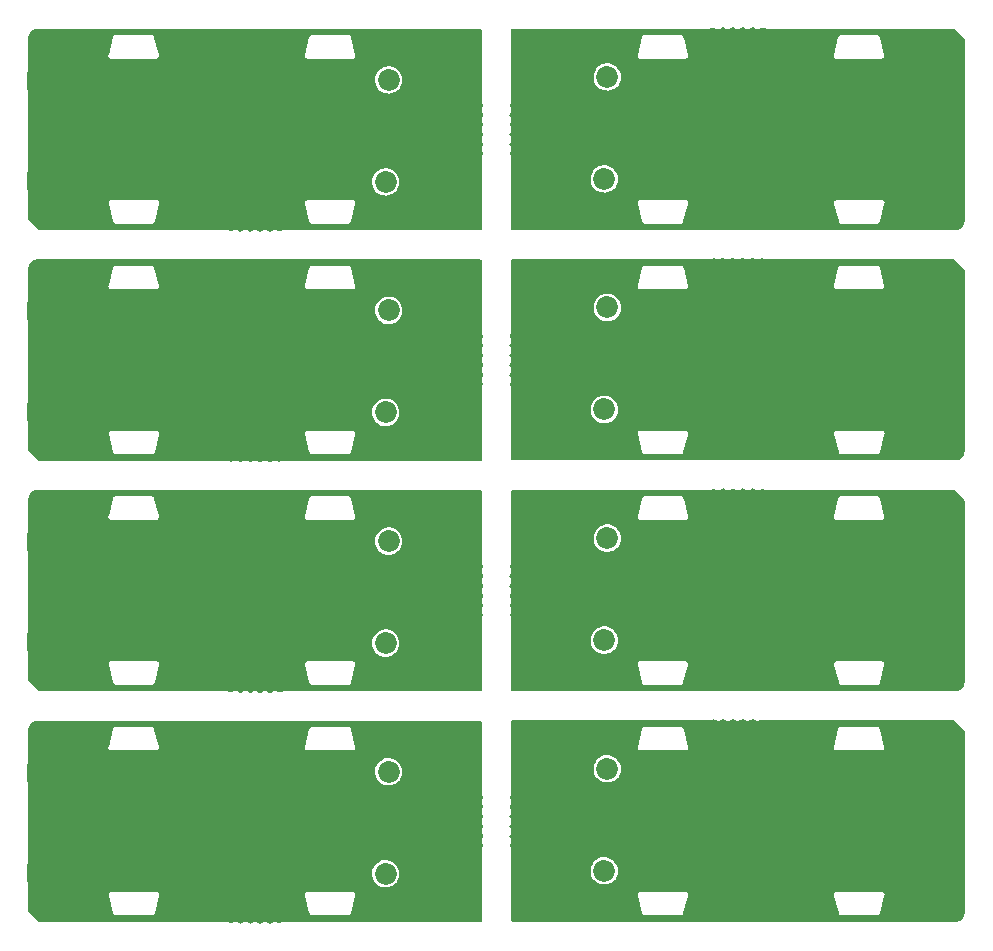
<source format=gbr>
%TF.GenerationSoftware,KiCad,Pcbnew,(6.0.10)*%
%TF.CreationDate,2023-02-03T22:17:50+05:30*%
%TF.ProjectId,Diplexer Panel,4469706c-6578-4657-9220-50616e656c2e,rev?*%
%TF.SameCoordinates,Original*%
%TF.FileFunction,Copper,L2,Bot*%
%TF.FilePolarity,Positive*%
%FSLAX46Y46*%
G04 Gerber Fmt 4.6, Leading zero omitted, Abs format (unit mm)*
G04 Created by KiCad (PCBNEW (6.0.10)) date 2023-02-03 22:17:50*
%MOMM*%
%LPD*%
G01*
G04 APERTURE LIST*
%TA.AperFunction,ComponentPad*%
%ADD10C,2.550000*%
%TD*%
%TA.AperFunction,ComponentPad*%
%ADD11C,1.850000*%
%TD*%
%TA.AperFunction,SMDPad,CuDef*%
%ADD12R,5.080000X1.500000*%
%TD*%
%TA.AperFunction,ViaPad*%
%ADD13C,0.800000*%
%TD*%
G04 APERTURE END LIST*
D10*
%TO.P,Gnd,1*%
%TO.N,Board_7-GND*%
X152167000Y-92436000D03*
X152167000Y-92436000D03*
X152167000Y-92436000D03*
%TD*%
%TO.P,Gnd,1*%
%TO.N,Board_1-GND*%
X152167000Y-33858000D03*
X152167000Y-33858000D03*
X152167000Y-33858000D03*
%TD*%
%TO.P,Gnd,1*%
%TO.N,Board_4-GND*%
X144833000Y-76720000D03*
X144833000Y-76720000D03*
X144833000Y-76720000D03*
%TD*%
D11*
%TO.P,2m,1*%
%TO.N,N/C*%
X157882000Y-31318000D03*
X157882000Y-31318000D03*
X157882000Y-31318000D03*
X157882000Y-31318000D03*
%TD*%
%TO.P,2m,1*%
%TO.N,N/C*%
X157882000Y-50844000D03*
X157882000Y-50844000D03*
X157882000Y-50844000D03*
X157882000Y-50844000D03*
%TD*%
D10*
%TO.P,Gnd,1*%
%TO.N,Board_5-GND*%
X152294000Y-81546000D03*
X152294000Y-81546000D03*
%TD*%
D12*
%TO.P,2m+70cm,2*%
%TO.N,Board_3-GND*%
X185666500Y-59412000D03*
X185666500Y-50912000D03*
%TD*%
D11*
%TO.P,2m,1*%
%TO.N,N/C*%
X157882000Y-89896000D03*
X157882000Y-89896000D03*
X157882000Y-89896000D03*
X157882000Y-89896000D03*
%TD*%
D10*
%TO.P,Gnd,1*%
%TO.N,Board_7-GND*%
X152167000Y-87356000D03*
X152167000Y-87356000D03*
X152167000Y-87356000D03*
%TD*%
D11*
%TO.P,2m,1*%
%TO.N,N/C*%
X157882000Y-70370000D03*
X157882000Y-70370000D03*
X157882000Y-70370000D03*
X157882000Y-70370000D03*
%TD*%
D10*
%TO.P,Gnd,1*%
%TO.N,Board_5-GND*%
X152167000Y-67830000D03*
X152167000Y-67830000D03*
X152167000Y-67830000D03*
%TD*%
D12*
%TO.P,2m+70cm,2*%
%TO.N,Board_6-GND*%
X111333500Y-98718000D03*
X111333500Y-90218000D03*
%TD*%
D11*
%TO.P,2m,1*%
%TO.N,N/C*%
X157882000Y-70370000D03*
X157882000Y-70370000D03*
X157882000Y-70370000D03*
X157882000Y-70370000D03*
%TD*%
D10*
%TO.P,Gnd,1*%
%TO.N,Board_3-GND*%
X152167000Y-56940000D03*
X152167000Y-56940000D03*
%TD*%
%TO.P,Gnd,1*%
%TO.N,Board_0-GND*%
X144706000Y-29032000D03*
X144706000Y-29032000D03*
%TD*%
D11*
%TO.P,2m,1*%
%TO.N,N/C*%
X139118000Y-98786000D03*
X139118000Y-98786000D03*
X139118000Y-98786000D03*
X139118000Y-98786000D03*
%TD*%
%TO.P,70cm,1*%
%TO.N,N/C*%
X139372000Y-70624000D03*
X139372000Y-70624000D03*
X139372000Y-70624000D03*
X139372000Y-70624000D03*
%TD*%
D10*
%TO.P,Gnd,1*%
%TO.N,Board_5-GND*%
X152167000Y-76466000D03*
X152167000Y-76466000D03*
%TD*%
D11*
%TO.P,70cm,1*%
%TO.N,N/C*%
X139372000Y-31572000D03*
X139372000Y-31572000D03*
X139372000Y-31572000D03*
X139372000Y-31572000D03*
%TD*%
%TO.P,2m,1*%
%TO.N,N/C*%
X157882000Y-89896000D03*
X157882000Y-89896000D03*
X157882000Y-89896000D03*
X157882000Y-89896000D03*
%TD*%
%TO.P,2m,1*%
%TO.N,N/C*%
X139118000Y-98786000D03*
X139118000Y-98786000D03*
X139118000Y-98786000D03*
X139118000Y-98786000D03*
%TD*%
D10*
%TO.P,Gnd,1*%
%TO.N,Board_2-GND*%
X144833000Y-57194000D03*
X144833000Y-57194000D03*
X144833000Y-57194000D03*
%TD*%
%TO.P,Gnd,1*%
%TO.N,Board_1-GND*%
X152167000Y-37414000D03*
X152167000Y-37414000D03*
%TD*%
D11*
%TO.P,70cm,1*%
%TO.N,N/C*%
X139372000Y-51098000D03*
X139372000Y-51098000D03*
X139372000Y-51098000D03*
X139372000Y-51098000D03*
%TD*%
%TO.P,2m,1*%
%TO.N,N/C*%
X157882000Y-31318000D03*
X157882000Y-31318000D03*
X157882000Y-31318000D03*
X157882000Y-31318000D03*
%TD*%
%TO.P,70cm,1*%
%TO.N,N/C*%
X157628000Y-79006000D03*
X157628000Y-79006000D03*
X157628000Y-79006000D03*
X157628000Y-79006000D03*
%TD*%
D10*
%TO.P,Gnd,1*%
%TO.N,Board_2-GND*%
X144833000Y-53638000D03*
X144833000Y-53638000D03*
%TD*%
D11*
%TO.P,2m,1*%
%TO.N,N/C*%
X139118000Y-59734000D03*
X139118000Y-59734000D03*
X139118000Y-59734000D03*
X139118000Y-59734000D03*
%TD*%
D12*
%TO.P,2m+70cm,2*%
%TO.N,Board_1-GND*%
X185666500Y-31386000D03*
X185666500Y-39886000D03*
%TD*%
D10*
%TO.P,Gnd,1*%
%TO.N,Board_1-GND*%
X152294000Y-42494000D03*
X152294000Y-42494000D03*
%TD*%
D11*
%TO.P,2m,1*%
%TO.N,N/C*%
X139118000Y-40208000D03*
X139118000Y-40208000D03*
X139118000Y-40208000D03*
X139118000Y-40208000D03*
%TD*%
D10*
%TO.P,Gnd,1*%
%TO.N,Board_3-GND*%
X152294000Y-62020000D03*
X152294000Y-62020000D03*
%TD*%
D11*
%TO.P,70cm,1*%
%TO.N,N/C*%
X157628000Y-59480000D03*
X157628000Y-59480000D03*
X157628000Y-59480000D03*
X157628000Y-59480000D03*
%TD*%
%TO.P,2m,1*%
%TO.N,N/C*%
X139118000Y-79260000D03*
X139118000Y-79260000D03*
X139118000Y-79260000D03*
X139118000Y-79260000D03*
%TD*%
%TO.P,2m,1*%
%TO.N,N/C*%
X139118000Y-79260000D03*
X139118000Y-79260000D03*
X139118000Y-79260000D03*
X139118000Y-79260000D03*
%TD*%
D10*
%TO.P,Gnd,1*%
%TO.N,Board_6-GND*%
X144833000Y-92690000D03*
X144833000Y-92690000D03*
%TD*%
D12*
%TO.P,2m+70cm,2*%
%TO.N,Board_5-GND*%
X185666500Y-78938000D03*
X185666500Y-70438000D03*
%TD*%
D10*
%TO.P,Gnd,1*%
%TO.N,Board_3-GND*%
X152167000Y-48304000D03*
X152167000Y-48304000D03*
X152167000Y-48304000D03*
%TD*%
%TO.P,Gnd,1*%
%TO.N,Board_6-GND*%
X144706000Y-87610000D03*
X144706000Y-87610000D03*
%TD*%
%TO.P,Gnd,1*%
%TO.N,Board_2-GND*%
X144706000Y-48558000D03*
X144706000Y-48558000D03*
%TD*%
D11*
%TO.P,2m,1*%
%TO.N,N/C*%
X139118000Y-40208000D03*
X139118000Y-40208000D03*
X139118000Y-40208000D03*
X139118000Y-40208000D03*
%TD*%
D12*
%TO.P,2m+70cm,2*%
%TO.N,Board_7-GND*%
X185666500Y-89964000D03*
X185666500Y-98464000D03*
%TD*%
%TO.P,2m+70cm,2*%
%TO.N,Board_0-GND*%
X111333500Y-40140000D03*
X111333500Y-31640000D03*
%TD*%
D10*
%TO.P,Gnd,1*%
%TO.N,Board_0-GND*%
X144833000Y-34112000D03*
X144833000Y-34112000D03*
%TD*%
%TO.P,Gnd,1*%
%TO.N,Board_4-GND*%
X144833000Y-81800000D03*
X144833000Y-81800000D03*
X144833000Y-81800000D03*
%TD*%
%TO.P,Gnd,1*%
%TO.N,Board_2-GND*%
X144833000Y-62274000D03*
X144833000Y-62274000D03*
X144833000Y-62274000D03*
%TD*%
%TO.P,Gnd,1*%
%TO.N,Board_0-GND*%
X144833000Y-42748000D03*
X144833000Y-42748000D03*
X144833000Y-42748000D03*
%TD*%
%TO.P,Gnd,1*%
%TO.N,Board_7-GND*%
X152167000Y-95992000D03*
X152167000Y-95992000D03*
%TD*%
%TO.P,Gnd,1*%
%TO.N,Board_3-GND*%
X152167000Y-53384000D03*
X152167000Y-53384000D03*
X152167000Y-53384000D03*
%TD*%
D11*
%TO.P,70cm,1*%
%TO.N,N/C*%
X157628000Y-39954000D03*
X157628000Y-39954000D03*
X157628000Y-39954000D03*
X157628000Y-39954000D03*
%TD*%
D10*
%TO.P,Gnd,1*%
%TO.N,Board_7-GND*%
X152294000Y-101072000D03*
X152294000Y-101072000D03*
%TD*%
%TO.P,Gnd,1*%
%TO.N,Board_6-GND*%
X144833000Y-101326000D03*
X144833000Y-101326000D03*
X144833000Y-101326000D03*
%TD*%
D11*
%TO.P,2m,1*%
%TO.N,N/C*%
X157882000Y-50844000D03*
X157882000Y-50844000D03*
X157882000Y-50844000D03*
X157882000Y-50844000D03*
%TD*%
%TO.P,2m,1*%
%TO.N,N/C*%
X139118000Y-59734000D03*
X139118000Y-59734000D03*
X139118000Y-59734000D03*
X139118000Y-59734000D03*
%TD*%
D10*
%TO.P,Gnd,1*%
%TO.N,Board_1-GND*%
X152167000Y-28778000D03*
X152167000Y-28778000D03*
X152167000Y-28778000D03*
%TD*%
%TO.P,Gnd,1*%
%TO.N,Board_5-GND*%
X152167000Y-72910000D03*
X152167000Y-72910000D03*
X152167000Y-72910000D03*
%TD*%
D11*
%TO.P,70cm,1*%
%TO.N,N/C*%
X157628000Y-98532000D03*
X157628000Y-98532000D03*
X157628000Y-98532000D03*
X157628000Y-98532000D03*
%TD*%
D10*
%TO.P,Gnd,1*%
%TO.N,Board_4-GND*%
X144833000Y-73164000D03*
X144833000Y-73164000D03*
%TD*%
%TO.P,Gnd,1*%
%TO.N,Board_6-GND*%
X144833000Y-96246000D03*
X144833000Y-96246000D03*
X144833000Y-96246000D03*
%TD*%
D11*
%TO.P,70cm,1*%
%TO.N,N/C*%
X139372000Y-90150000D03*
X139372000Y-90150000D03*
X139372000Y-90150000D03*
X139372000Y-90150000D03*
%TD*%
D10*
%TO.P,Gnd,1*%
%TO.N,Board_0-GND*%
X144833000Y-37668000D03*
X144833000Y-37668000D03*
X144833000Y-37668000D03*
%TD*%
D12*
%TO.P,2m+70cm,2*%
%TO.N,Board_2-GND*%
X111333500Y-59666000D03*
X111333500Y-51166000D03*
%TD*%
D10*
%TO.P,Gnd,1*%
%TO.N,Board_4-GND*%
X144706000Y-68084000D03*
X144706000Y-68084000D03*
%TD*%
D12*
%TO.P,2m+70cm,2*%
%TO.N,Board_4-GND*%
X111333500Y-79192000D03*
X111333500Y-70692000D03*
%TD*%
D13*
%TO.N,Board_7-GND*%
X182266000Y-98278000D03*
X165756000Y-95484000D03*
X182520000Y-89896000D03*
X167788000Y-95484000D03*
X180488000Y-88880000D03*
X183790000Y-96754000D03*
X173884000Y-100818000D03*
X181758000Y-94214000D03*
X167788000Y-100818000D03*
X158898000Y-99802000D03*
X159152000Y-88626000D03*
X156358000Y-97432801D03*
X175944687Y-92787819D03*
X177948000Y-88880000D03*
X164740000Y-99294000D03*
X173855313Y-92787819D03*
X156358000Y-99802000D03*
X186076000Y-92690000D03*
X186076000Y-95738000D03*
X169312000Y-94214000D03*
X169312000Y-89134000D03*
X173884000Y-86594000D03*
X163978000Y-89134000D03*
X164232000Y-94214000D03*
X160422000Y-99294000D03*
X183790000Y-91674000D03*
X172106000Y-94214000D03*
X175916000Y-86594000D03*
X167788000Y-87102000D03*
X159406000Y-95484000D03*
X172360000Y-89134000D03*
X165756000Y-87102000D03*
X172868000Y-99294000D03*
X156612000Y-88626000D03*
X159406000Y-92690000D03*
X167788000Y-92690000D03*
X173884000Y-95484000D03*
X168804000Y-99294000D03*
X175916000Y-100818000D03*
X175916000Y-95484000D03*
X176932000Y-99294000D03*
X165756000Y-100818000D03*
X180488000Y-99294000D03*
X160930000Y-89134000D03*
X177694000Y-94214000D03*
X185695000Y-90023000D03*
X161184000Y-94214000D03*
X185695000Y-98532000D03*
X165756000Y-92690000D03*
X156612000Y-91166000D03*
%TO.N,Board_6-GND*%
X114734000Y-90404000D03*
X131244000Y-93198000D03*
X114480000Y-98786000D03*
X129212000Y-93198000D03*
X116512000Y-99802000D03*
X113210000Y-91928000D03*
X123116000Y-87864000D03*
X115242000Y-94468000D03*
X129212000Y-87864000D03*
X138102000Y-88880000D03*
X137848000Y-100056000D03*
X140642000Y-91249199D03*
X121055313Y-95894181D03*
X119052000Y-99802000D03*
X132260000Y-89388000D03*
X123144687Y-95894181D03*
X140642000Y-88880000D03*
X110924000Y-95992000D03*
X110924000Y-92944000D03*
X127688000Y-94468000D03*
X127688000Y-99548000D03*
X123116000Y-102088000D03*
X133022000Y-99548000D03*
X132768000Y-94468000D03*
X136578000Y-89388000D03*
X113210000Y-97008000D03*
X124894000Y-94468000D03*
X121084000Y-102088000D03*
X129212000Y-101580000D03*
X137594000Y-93198000D03*
X124640000Y-99548000D03*
X131244000Y-101580000D03*
X124132000Y-89388000D03*
X140388000Y-100056000D03*
X137594000Y-95992000D03*
X129212000Y-95992000D03*
X123116000Y-93198000D03*
X128196000Y-89388000D03*
X121084000Y-87864000D03*
X121084000Y-93198000D03*
X120068000Y-89388000D03*
X131244000Y-87864000D03*
X116512000Y-89388000D03*
X136070000Y-99548000D03*
X119306000Y-94468000D03*
X111305000Y-98659000D03*
X135816000Y-94468000D03*
X111305000Y-90150000D03*
X131244000Y-95992000D03*
X140388000Y-97516000D03*
%TO.N,Board_5-GND*%
X182266000Y-78752000D03*
X165756000Y-75958000D03*
X182520000Y-70370000D03*
X167788000Y-75958000D03*
X180488000Y-69354000D03*
X183790000Y-77228000D03*
X173884000Y-81292000D03*
X181758000Y-74688000D03*
X167788000Y-81292000D03*
X158898000Y-80276000D03*
X159152000Y-69100000D03*
X156358000Y-77906801D03*
X175944687Y-73261819D03*
X177948000Y-69354000D03*
X164740000Y-79768000D03*
X173855313Y-73261819D03*
X156358000Y-80276000D03*
X186076000Y-73164000D03*
X186076000Y-76212000D03*
X169312000Y-74688000D03*
X169312000Y-69608000D03*
X173884000Y-67068000D03*
X163978000Y-69608000D03*
X164232000Y-74688000D03*
X160422000Y-79768000D03*
X183790000Y-72148000D03*
X172106000Y-74688000D03*
X175916000Y-67068000D03*
X167788000Y-67576000D03*
X159406000Y-75958000D03*
X172360000Y-69608000D03*
X165756000Y-67576000D03*
X172868000Y-79768000D03*
X156612000Y-69100000D03*
X159406000Y-73164000D03*
X167788000Y-73164000D03*
X173884000Y-75958000D03*
X168804000Y-79768000D03*
X175916000Y-81292000D03*
X175916000Y-75958000D03*
X176932000Y-79768000D03*
X165756000Y-81292000D03*
X180488000Y-79768000D03*
X160930000Y-69608000D03*
X177694000Y-74688000D03*
X185695000Y-70497000D03*
X161184000Y-74688000D03*
X185695000Y-79006000D03*
X165756000Y-73164000D03*
X156612000Y-71640000D03*
%TO.N,Board_4-GND*%
X114734000Y-70878000D03*
X131244000Y-73672000D03*
X114480000Y-79260000D03*
X129212000Y-73672000D03*
X116512000Y-80276000D03*
X113210000Y-72402000D03*
X123116000Y-68338000D03*
X115242000Y-74942000D03*
X129212000Y-68338000D03*
X138102000Y-69354000D03*
X137848000Y-80530000D03*
X140642000Y-71723199D03*
X121055313Y-76368181D03*
X119052000Y-80276000D03*
X132260000Y-69862000D03*
X123144687Y-76368181D03*
X140642000Y-69354000D03*
X110924000Y-76466000D03*
X110924000Y-73418000D03*
X127688000Y-74942000D03*
X127688000Y-80022000D03*
X123116000Y-82562000D03*
X133022000Y-80022000D03*
X132768000Y-74942000D03*
X136578000Y-69862000D03*
X113210000Y-77482000D03*
X124894000Y-74942000D03*
X121084000Y-82562000D03*
X129212000Y-82054000D03*
X137594000Y-73672000D03*
X124640000Y-80022000D03*
X131244000Y-82054000D03*
X124132000Y-69862000D03*
X140388000Y-80530000D03*
X137594000Y-76466000D03*
X129212000Y-76466000D03*
X123116000Y-73672000D03*
X128196000Y-69862000D03*
X121084000Y-68338000D03*
X121084000Y-73672000D03*
X120068000Y-69862000D03*
X131244000Y-68338000D03*
X116512000Y-69862000D03*
X136070000Y-80022000D03*
X119306000Y-74942000D03*
X111305000Y-79133000D03*
X135816000Y-74942000D03*
X111305000Y-70624000D03*
X131244000Y-76466000D03*
X140388000Y-77990000D03*
%TO.N,Board_3-GND*%
X182266000Y-59226000D03*
X165756000Y-56432000D03*
X182520000Y-50844000D03*
X167788000Y-56432000D03*
X180488000Y-49828000D03*
X183790000Y-57702000D03*
X173884000Y-61766000D03*
X181758000Y-55162000D03*
X167788000Y-61766000D03*
X158898000Y-60750000D03*
X159152000Y-49574000D03*
X156358000Y-58380801D03*
X175944687Y-53735819D03*
X177948000Y-49828000D03*
X164740000Y-60242000D03*
X173855313Y-53735819D03*
X156358000Y-60750000D03*
X186076000Y-53638000D03*
X186076000Y-56686000D03*
X169312000Y-55162000D03*
X169312000Y-50082000D03*
X173884000Y-47542000D03*
X163978000Y-50082000D03*
X164232000Y-55162000D03*
X160422000Y-60242000D03*
X183790000Y-52622000D03*
X172106000Y-55162000D03*
X175916000Y-47542000D03*
X167788000Y-48050000D03*
X159406000Y-56432000D03*
X172360000Y-50082000D03*
X165756000Y-48050000D03*
X172868000Y-60242000D03*
X156612000Y-49574000D03*
X159406000Y-53638000D03*
X167788000Y-53638000D03*
X173884000Y-56432000D03*
X168804000Y-60242000D03*
X175916000Y-61766000D03*
X175916000Y-56432000D03*
X176932000Y-60242000D03*
X165756000Y-61766000D03*
X180488000Y-60242000D03*
X160930000Y-50082000D03*
X177694000Y-55162000D03*
X185695000Y-50971000D03*
X161184000Y-55162000D03*
X185695000Y-59480000D03*
X165756000Y-53638000D03*
X156612000Y-52114000D03*
%TO.N,Board_2-GND*%
X114734000Y-51352000D03*
X131244000Y-54146000D03*
X114480000Y-59734000D03*
X129212000Y-54146000D03*
X116512000Y-60750000D03*
X113210000Y-52876000D03*
X123116000Y-48812000D03*
X115242000Y-55416000D03*
X129212000Y-48812000D03*
X138102000Y-49828000D03*
X137848000Y-61004000D03*
X140642000Y-52197199D03*
X121055313Y-56842181D03*
X119052000Y-60750000D03*
X132260000Y-50336000D03*
X123144687Y-56842181D03*
X140642000Y-49828000D03*
X110924000Y-56940000D03*
X110924000Y-53892000D03*
X127688000Y-55416000D03*
X127688000Y-60496000D03*
X123116000Y-63036000D03*
X133022000Y-60496000D03*
X132768000Y-55416000D03*
X136578000Y-50336000D03*
X113210000Y-57956000D03*
X124894000Y-55416000D03*
X121084000Y-63036000D03*
X129212000Y-62528000D03*
X137594000Y-54146000D03*
X124640000Y-60496000D03*
X131244000Y-62528000D03*
X124132000Y-50336000D03*
X140388000Y-61004000D03*
X137594000Y-56940000D03*
X129212000Y-56940000D03*
X123116000Y-54146000D03*
X128196000Y-50336000D03*
X121084000Y-48812000D03*
X121084000Y-54146000D03*
X120068000Y-50336000D03*
X131244000Y-48812000D03*
X116512000Y-50336000D03*
X136070000Y-60496000D03*
X119306000Y-55416000D03*
X111305000Y-59607000D03*
X135816000Y-55416000D03*
X111305000Y-51098000D03*
X131244000Y-56940000D03*
X140388000Y-58464000D03*
%TO.N,Board_1-GND*%
X182266000Y-39700000D03*
X165756000Y-36906000D03*
X182520000Y-31318000D03*
X167788000Y-36906000D03*
X180488000Y-30302000D03*
X183790000Y-38176000D03*
X173884000Y-42240000D03*
X181758000Y-35636000D03*
X167788000Y-42240000D03*
X158898000Y-41224000D03*
X159152000Y-30048000D03*
X156358000Y-38854801D03*
X175944687Y-34209819D03*
X177948000Y-30302000D03*
X164740000Y-40716000D03*
X173855313Y-34209819D03*
X156358000Y-41224000D03*
X186076000Y-34112000D03*
X186076000Y-37160000D03*
X169312000Y-35636000D03*
X169312000Y-30556000D03*
X173884000Y-28016000D03*
X163978000Y-30556000D03*
X164232000Y-35636000D03*
X160422000Y-40716000D03*
X183790000Y-33096000D03*
X172106000Y-35636000D03*
X175916000Y-28016000D03*
X167788000Y-28524000D03*
X159406000Y-36906000D03*
X172360000Y-30556000D03*
X165756000Y-28524000D03*
X172868000Y-40716000D03*
X156612000Y-30048000D03*
X159406000Y-34112000D03*
X167788000Y-34112000D03*
X173884000Y-36906000D03*
X168804000Y-40716000D03*
X175916000Y-42240000D03*
X175916000Y-36906000D03*
X176932000Y-40716000D03*
X165756000Y-42240000D03*
X180488000Y-40716000D03*
X160930000Y-30556000D03*
X177694000Y-35636000D03*
X185695000Y-31445000D03*
X161184000Y-35636000D03*
X185695000Y-39954000D03*
X165756000Y-34112000D03*
X156612000Y-32588000D03*
%TO.N,Board_0-GND*%
X114734000Y-31826000D03*
X131244000Y-34620000D03*
X114480000Y-40208000D03*
X129212000Y-34620000D03*
X116512000Y-41224000D03*
X113210000Y-33350000D03*
X123116000Y-29286000D03*
X115242000Y-35890000D03*
X129212000Y-29286000D03*
X138102000Y-30302000D03*
X137848000Y-41478000D03*
X140642000Y-32671199D03*
X121055313Y-37316181D03*
X119052000Y-41224000D03*
X132260000Y-30810000D03*
X123144687Y-37316181D03*
X140642000Y-30302000D03*
X110924000Y-37414000D03*
X110924000Y-34366000D03*
X127688000Y-35890000D03*
X127688000Y-40970000D03*
X123116000Y-43510000D03*
X133022000Y-40970000D03*
X132768000Y-35890000D03*
X136578000Y-30810000D03*
X113210000Y-38430000D03*
X124894000Y-35890000D03*
X121084000Y-43510000D03*
X129212000Y-43002000D03*
X137594000Y-34620000D03*
X124640000Y-40970000D03*
X131244000Y-43002000D03*
X124132000Y-30810000D03*
X140388000Y-41478000D03*
X137594000Y-37414000D03*
X129212000Y-37414000D03*
X123116000Y-34620000D03*
X128196000Y-30810000D03*
X121084000Y-29286000D03*
X121084000Y-34620000D03*
X120068000Y-30810000D03*
X131244000Y-29286000D03*
X116512000Y-30810000D03*
X136070000Y-40970000D03*
X119306000Y-35890000D03*
X111305000Y-40081000D03*
X135816000Y-35890000D03*
X111305000Y-31572000D03*
X131244000Y-37414000D03*
X140388000Y-38938000D03*
%TD*%
%TA.AperFunction,Conductor*%
%TO.N,Board_7-GND*%
G36*
X170233719Y-85681503D02*
G01*
X170264464Y-85701528D01*
X170320054Y-85750623D01*
X170449829Y-85811553D01*
X170558675Y-85828500D01*
X170633606Y-85828500D01*
X170675005Y-85822571D01*
X170730698Y-85814596D01*
X170730701Y-85814595D01*
X170739584Y-85813323D01*
X170748899Y-85809088D01*
X170794501Y-85788354D01*
X170870094Y-85753984D01*
X170876897Y-85748122D01*
X170884456Y-85743288D01*
X170886235Y-85746070D01*
X170936218Y-85723412D01*
X170995001Y-85729105D01*
X170995738Y-85729360D01*
X170995910Y-85729438D01*
X170998093Y-85731385D01*
X171024460Y-85739809D01*
X171024500Y-85739826D01*
X171026760Y-85741743D01*
X171053310Y-85749506D01*
X171053365Y-85749528D01*
X171055667Y-85751385D01*
X171082406Y-85758491D01*
X171082462Y-85758512D01*
X171084813Y-85760313D01*
X171092140Y-85762067D01*
X171092142Y-85762068D01*
X171111714Y-85766754D01*
X171111767Y-85766772D01*
X171114157Y-85768511D01*
X171121507Y-85770080D01*
X171121516Y-85770083D01*
X171141225Y-85774290D01*
X171141274Y-85774305D01*
X171143710Y-85775987D01*
X171151111Y-85777376D01*
X171151117Y-85777378D01*
X171170904Y-85781092D01*
X171170953Y-85781106D01*
X171173425Y-85782724D01*
X171180848Y-85783928D01*
X171180855Y-85783930D01*
X171200742Y-85787156D01*
X171200793Y-85787169D01*
X171203310Y-85788730D01*
X171210777Y-85789752D01*
X171230715Y-85792481D01*
X171230771Y-85792494D01*
X171233317Y-85793987D01*
X171240780Y-85794822D01*
X171240791Y-85794824D01*
X171260824Y-85797064D01*
X171260876Y-85797075D01*
X171263466Y-85798508D01*
X171270968Y-85799159D01*
X171270972Y-85799160D01*
X171285592Y-85800429D01*
X171291028Y-85800900D01*
X171291082Y-85800910D01*
X171293705Y-85802278D01*
X171313954Y-85803532D01*
X171321326Y-85803989D01*
X171321373Y-85803996D01*
X171324029Y-85805299D01*
X171351682Y-85806326D01*
X171351733Y-85806332D01*
X171354423Y-85807570D01*
X171380646Y-85807894D01*
X171380601Y-85811523D01*
X171382006Y-85811321D01*
X171382006Y-85808500D01*
X171407903Y-85808500D01*
X171412578Y-85808587D01*
X171415321Y-85808689D01*
X171415322Y-85808689D01*
X171421923Y-85808934D01*
X171421884Y-85809973D01*
X171424416Y-85810534D01*
X171424416Y-85808500D01*
X171428834Y-85808500D01*
X171430393Y-85808510D01*
X171452376Y-85808782D01*
X171452348Y-85811024D01*
X171453788Y-85811306D01*
X171453788Y-85808500D01*
X187198333Y-85808500D01*
X187266454Y-85828502D01*
X187287429Y-85845405D01*
X188094596Y-86652573D01*
X188128621Y-86714885D01*
X188131500Y-86741668D01*
X188131500Y-102083460D01*
X188131459Y-102086656D01*
X188130496Y-102124611D01*
X188130175Y-102130965D01*
X188127636Y-102164311D01*
X188126994Y-102170610D01*
X188124342Y-102191436D01*
X188122771Y-102203770D01*
X188121805Y-102210076D01*
X188115915Y-102242942D01*
X188114629Y-102249199D01*
X188107072Y-102281762D01*
X188105473Y-102287939D01*
X188096279Y-102320072D01*
X188094368Y-102326161D01*
X188083570Y-102357754D01*
X188081357Y-102363731D01*
X188073061Y-102384500D01*
X188068961Y-102394764D01*
X188066443Y-102400631D01*
X188052484Y-102431010D01*
X188049673Y-102436740D01*
X188034206Y-102466350D01*
X188031108Y-102471932D01*
X188014179Y-102500690D01*
X188010803Y-102506106D01*
X187992401Y-102534028D01*
X187988758Y-102539261D01*
X187970217Y-102564513D01*
X187968992Y-102566181D01*
X187965082Y-102571233D01*
X187943957Y-102597140D01*
X187939800Y-102601982D01*
X187917414Y-102626760D01*
X187913014Y-102631389D01*
X187889374Y-102655028D01*
X187884750Y-102659423D01*
X187866186Y-102676196D01*
X187859972Y-102681810D01*
X187855133Y-102685964D01*
X187846545Y-102692967D01*
X187829258Y-102707062D01*
X187824212Y-102710968D01*
X187797251Y-102730766D01*
X187792010Y-102734414D01*
X187764121Y-102752794D01*
X187758724Y-102756158D01*
X187729892Y-102773131D01*
X187724345Y-102776209D01*
X187713532Y-102781857D01*
X187694742Y-102791672D01*
X187689015Y-102794481D01*
X187658630Y-102808443D01*
X187652766Y-102810960D01*
X187645959Y-102813678D01*
X187621728Y-102823357D01*
X187615742Y-102825574D01*
X187584158Y-102836369D01*
X187578077Y-102838278D01*
X187554099Y-102845139D01*
X187519438Y-102850000D01*
X149856500Y-102850000D01*
X149788379Y-102829998D01*
X149741886Y-102776342D01*
X149730500Y-102724000D01*
X149730500Y-100572373D01*
X160440499Y-100572373D01*
X160442506Y-100580401D01*
X160441641Y-100588632D01*
X160445734Y-100601228D01*
X160445734Y-100601231D01*
X160452969Y-100623498D01*
X160455374Y-100631874D01*
X160823151Y-102102983D01*
X160823467Y-102104772D01*
X160822641Y-102112632D01*
X160826733Y-102125226D01*
X160833968Y-102147495D01*
X160836372Y-102155868D01*
X160839258Y-102167410D01*
X160842154Y-102173339D01*
X160843321Y-102176538D01*
X160844780Y-102180771D01*
X160848827Y-102193228D01*
X160848829Y-102193232D01*
X160852921Y-102205825D01*
X160861781Y-102215665D01*
X160863485Y-102218616D01*
X160865586Y-102221301D01*
X160871397Y-102233197D01*
X160881547Y-102241703D01*
X160889754Y-102248581D01*
X160902459Y-102260843D01*
X160918488Y-102278645D01*
X160930593Y-102284034D01*
X160933350Y-102286037D01*
X160936351Y-102287630D01*
X160946500Y-102296136D01*
X160959231Y-102299778D01*
X160959235Y-102299780D01*
X160969531Y-102302725D01*
X160986121Y-102308756D01*
X161008006Y-102318500D01*
X161021244Y-102318500D01*
X161024575Y-102319208D01*
X161027978Y-102319444D01*
X161040710Y-102323086D01*
X161053822Y-102321235D01*
X161053825Y-102321235D01*
X161064432Y-102319737D01*
X161082046Y-102318500D01*
X164062813Y-102318500D01*
X164064630Y-102318628D01*
X164072056Y-102321336D01*
X164085263Y-102320421D01*
X164085265Y-102320421D01*
X164108638Y-102318801D01*
X164117348Y-102318500D01*
X164129229Y-102318500D01*
X164135685Y-102317128D01*
X164139084Y-102316771D01*
X164143538Y-102316383D01*
X164156599Y-102315478D01*
X164156600Y-102315478D01*
X164169811Y-102314562D01*
X164181510Y-102308352D01*
X164184787Y-102307414D01*
X164187895Y-102306030D01*
X164200847Y-102303277D01*
X164211558Y-102295496D01*
X164211559Y-102295495D01*
X164220219Y-102289203D01*
X164235199Y-102279849D01*
X164244664Y-102274824D01*
X164256359Y-102268615D01*
X164264517Y-102258187D01*
X164267128Y-102255999D01*
X164269411Y-102253463D01*
X164280122Y-102245681D01*
X164292099Y-102224936D01*
X164301978Y-102210300D01*
X164308574Y-102201868D01*
X164316735Y-102191436D01*
X164319948Y-102178585D01*
X164321443Y-102175524D01*
X164322494Y-102172290D01*
X164329116Y-102160820D01*
X164331620Y-102136994D01*
X164334692Y-102119608D01*
X164698216Y-100665510D01*
X164700621Y-100657133D01*
X164703495Y-100648287D01*
X164710116Y-100636820D01*
X164712872Y-100610599D01*
X164713420Y-100606154D01*
X164713894Y-100602800D01*
X164715494Y-100596399D01*
X164715916Y-100584518D01*
X164716527Y-100575820D01*
X164716890Y-100572373D01*
X177077499Y-100572373D01*
X177079506Y-100580401D01*
X177078641Y-100588632D01*
X177082734Y-100601228D01*
X177082734Y-100601231D01*
X177089969Y-100623498D01*
X177092374Y-100631874D01*
X177460151Y-102102983D01*
X177460467Y-102104772D01*
X177459641Y-102112632D01*
X177463733Y-102125226D01*
X177470968Y-102147495D01*
X177473372Y-102155868D01*
X177476258Y-102167410D01*
X177479154Y-102173339D01*
X177480321Y-102176538D01*
X177481780Y-102180771D01*
X177485827Y-102193228D01*
X177485829Y-102193232D01*
X177489921Y-102205825D01*
X177498781Y-102215665D01*
X177500485Y-102218616D01*
X177502586Y-102221301D01*
X177508397Y-102233197D01*
X177518547Y-102241703D01*
X177526754Y-102248581D01*
X177539459Y-102260843D01*
X177555488Y-102278645D01*
X177567593Y-102284034D01*
X177570350Y-102286037D01*
X177573351Y-102287630D01*
X177583500Y-102296136D01*
X177596231Y-102299778D01*
X177596235Y-102299780D01*
X177606531Y-102302725D01*
X177623121Y-102308756D01*
X177645006Y-102318500D01*
X177658244Y-102318500D01*
X177661575Y-102319208D01*
X177664978Y-102319444D01*
X177677710Y-102323086D01*
X177690822Y-102321235D01*
X177690825Y-102321235D01*
X177701432Y-102319737D01*
X177719046Y-102318500D01*
X180699813Y-102318500D01*
X180701630Y-102318628D01*
X180709056Y-102321336D01*
X180722263Y-102320421D01*
X180722265Y-102320421D01*
X180745638Y-102318801D01*
X180754348Y-102318500D01*
X180766229Y-102318500D01*
X180772685Y-102317128D01*
X180776084Y-102316771D01*
X180780538Y-102316383D01*
X180793599Y-102315478D01*
X180793600Y-102315478D01*
X180806811Y-102314562D01*
X180818510Y-102308352D01*
X180821787Y-102307414D01*
X180824895Y-102306030D01*
X180837847Y-102303277D01*
X180848558Y-102295496D01*
X180848559Y-102295495D01*
X180857219Y-102289203D01*
X180872199Y-102279849D01*
X180881664Y-102274824D01*
X180893359Y-102268615D01*
X180901517Y-102258187D01*
X180904128Y-102255999D01*
X180906411Y-102253463D01*
X180917122Y-102245681D01*
X180929099Y-102224936D01*
X180938978Y-102210300D01*
X180945574Y-102201868D01*
X180953735Y-102191436D01*
X180956948Y-102178585D01*
X180958443Y-102175524D01*
X180959494Y-102172290D01*
X180966116Y-102160820D01*
X180968620Y-102136994D01*
X180971692Y-102119608D01*
X181335216Y-100665510D01*
X181337621Y-100657133D01*
X181340495Y-100648287D01*
X181347116Y-100636820D01*
X181349872Y-100610599D01*
X181350420Y-100606154D01*
X181350894Y-100602800D01*
X181352494Y-100596399D01*
X181352916Y-100584518D01*
X181353527Y-100575820D01*
X181353890Y-100572373D01*
X181357359Y-100539368D01*
X181354802Y-100531498D01*
X181355096Y-100523227D01*
X181342469Y-100491918D01*
X181341385Y-100489229D01*
X181338407Y-100481037D01*
X181331172Y-100458768D01*
X181331169Y-100458762D01*
X181327079Y-100446175D01*
X181321541Y-100440024D01*
X181318446Y-100432350D01*
X181299630Y-100414156D01*
X181292096Y-100406871D01*
X181286047Y-100400603D01*
X181270373Y-100383196D01*
X181261512Y-100373355D01*
X181253950Y-100369988D01*
X181248002Y-100364237D01*
X181213555Y-100351674D01*
X181205480Y-100348408D01*
X181184093Y-100338886D01*
X181184090Y-100338885D01*
X181171994Y-100333500D01*
X181163720Y-100333500D01*
X181155944Y-100330664D01*
X181142737Y-100331579D01*
X181142735Y-100331579D01*
X181119362Y-100333199D01*
X181110652Y-100333500D01*
X177360003Y-100333500D01*
X177351292Y-100333199D01*
X177342025Y-100332557D01*
X177329290Y-100328914D01*
X177305577Y-100332262D01*
X177303190Y-100332599D01*
X177298747Y-100333146D01*
X177295379Y-100333500D01*
X177288771Y-100333500D01*
X177282308Y-100334874D01*
X177282307Y-100334874D01*
X177277142Y-100335972D01*
X177268556Y-100337489D01*
X177232263Y-100342613D01*
X177225249Y-100347002D01*
X177217153Y-100348723D01*
X177187482Y-100370281D01*
X177180272Y-100375146D01*
X177160424Y-100387565D01*
X177160421Y-100387568D01*
X177149197Y-100394591D01*
X177144574Y-100401454D01*
X177137878Y-100406319D01*
X177120279Y-100436802D01*
X177119553Y-100438059D01*
X177114937Y-100445452D01*
X177094453Y-100475862D01*
X177093021Y-100484015D01*
X177088884Y-100491180D01*
X177087500Y-100504349D01*
X177085053Y-100527630D01*
X177083843Y-100536260D01*
X177077499Y-100572373D01*
X164716890Y-100572373D01*
X164720359Y-100539368D01*
X164717802Y-100531498D01*
X164718096Y-100523227D01*
X164705469Y-100491918D01*
X164704385Y-100489229D01*
X164701407Y-100481037D01*
X164694172Y-100458768D01*
X164694169Y-100458762D01*
X164690079Y-100446175D01*
X164684541Y-100440024D01*
X164681446Y-100432350D01*
X164662630Y-100414156D01*
X164655096Y-100406871D01*
X164649047Y-100400603D01*
X164633373Y-100383196D01*
X164624512Y-100373355D01*
X164616950Y-100369988D01*
X164611002Y-100364237D01*
X164576555Y-100351674D01*
X164568480Y-100348408D01*
X164547093Y-100338886D01*
X164547090Y-100338885D01*
X164534994Y-100333500D01*
X164526720Y-100333500D01*
X164518944Y-100330664D01*
X164505737Y-100331579D01*
X164505735Y-100331579D01*
X164482362Y-100333199D01*
X164473652Y-100333500D01*
X160723003Y-100333500D01*
X160714292Y-100333199D01*
X160705025Y-100332557D01*
X160692290Y-100328914D01*
X160668577Y-100332262D01*
X160666190Y-100332599D01*
X160661747Y-100333146D01*
X160658379Y-100333500D01*
X160651771Y-100333500D01*
X160645308Y-100334874D01*
X160645307Y-100334874D01*
X160640142Y-100335972D01*
X160631556Y-100337489D01*
X160595263Y-100342613D01*
X160588249Y-100347002D01*
X160580153Y-100348723D01*
X160550482Y-100370281D01*
X160543272Y-100375146D01*
X160523424Y-100387565D01*
X160523421Y-100387568D01*
X160512197Y-100394591D01*
X160507574Y-100401454D01*
X160500878Y-100406319D01*
X160483279Y-100436802D01*
X160482553Y-100438059D01*
X160477937Y-100445452D01*
X160457453Y-100475862D01*
X160456021Y-100484015D01*
X160451884Y-100491180D01*
X160450500Y-100504349D01*
X160448053Y-100527630D01*
X160446843Y-100536260D01*
X160440499Y-100572373D01*
X149730500Y-100572373D01*
X149730500Y-98501623D01*
X156467948Y-98501623D01*
X156481837Y-98713534D01*
X156534112Y-98919366D01*
X156623021Y-99112225D01*
X156745587Y-99285652D01*
X156897705Y-99433839D01*
X156902501Y-99437044D01*
X156902504Y-99437046D01*
X157043199Y-99531055D01*
X157074281Y-99551823D01*
X157079584Y-99554101D01*
X157079587Y-99554103D01*
X157155330Y-99586645D01*
X157269401Y-99635654D01*
X157476531Y-99682522D01*
X157482305Y-99682749D01*
X157482306Y-99682749D01*
X157520455Y-99684248D01*
X157688733Y-99690860D01*
X157793817Y-99675624D01*
X157893188Y-99661216D01*
X157893193Y-99661215D01*
X157898902Y-99660387D01*
X157904366Y-99658532D01*
X157904371Y-99658531D01*
X158094526Y-99593982D01*
X158094531Y-99593980D01*
X158099998Y-99592124D01*
X158167889Y-99554103D01*
X158280248Y-99491179D01*
X158280252Y-99491176D01*
X158285286Y-99488357D01*
X158289723Y-99484667D01*
X158289727Y-99484664D01*
X158444124Y-99356253D01*
X158448562Y-99352562D01*
X158500861Y-99289679D01*
X158580664Y-99193727D01*
X158580667Y-99193723D01*
X158584357Y-99189286D01*
X158587176Y-99184252D01*
X158587179Y-99184248D01*
X158685301Y-99009039D01*
X158685301Y-99009038D01*
X158688124Y-99003998D01*
X158689980Y-98998531D01*
X158689982Y-98998526D01*
X158754531Y-98808371D01*
X158754532Y-98808366D01*
X158756387Y-98802902D01*
X158757215Y-98797193D01*
X158757216Y-98797188D01*
X158786327Y-98596407D01*
X158786860Y-98592733D01*
X158788450Y-98532000D01*
X158769018Y-98320525D01*
X158711373Y-98116132D01*
X158700180Y-98093433D01*
X158620001Y-97930848D01*
X158617446Y-97925667D01*
X158490382Y-97755507D01*
X158334437Y-97611353D01*
X158305628Y-97593176D01*
X158159713Y-97501110D01*
X158154833Y-97498031D01*
X157957586Y-97419338D01*
X157749300Y-97377907D01*
X157743525Y-97377831D01*
X157743521Y-97377831D01*
X157637030Y-97376437D01*
X157536952Y-97375127D01*
X157531255Y-97376106D01*
X157531254Y-97376106D01*
X157333350Y-97410112D01*
X157327653Y-97411091D01*
X157128413Y-97484595D01*
X156945905Y-97593176D01*
X156786239Y-97733199D01*
X156654765Y-97899974D01*
X156652076Y-97905085D01*
X156652074Y-97905088D01*
X156641247Y-97925667D01*
X156555884Y-98087915D01*
X156492909Y-98290729D01*
X156467948Y-98501623D01*
X149730500Y-98501623D01*
X149730500Y-96888505D01*
X149735797Y-96888505D01*
X149735632Y-96887081D01*
X149731088Y-96887137D01*
X149730746Y-96859474D01*
X149730751Y-96859416D01*
X149731853Y-96856671D01*
X149731574Y-96849146D01*
X149731574Y-96849141D01*
X149730827Y-96829020D01*
X149730830Y-96828967D01*
X149731863Y-96826197D01*
X149731398Y-96818682D01*
X149730154Y-96798580D01*
X149730156Y-96798528D01*
X149731120Y-96795732D01*
X149728727Y-96768156D01*
X149728727Y-96768111D01*
X149729625Y-96765283D01*
X149726550Y-96737785D01*
X149726549Y-96737740D01*
X149727374Y-96734902D01*
X149723622Y-96707496D01*
X149723619Y-96707431D01*
X149724375Y-96704568D01*
X149719945Y-96677254D01*
X149719942Y-96677206D01*
X149720625Y-96674329D01*
X149715519Y-96647125D01*
X149715515Y-96647079D01*
X149716129Y-96644179D01*
X149710354Y-96617123D01*
X149710348Y-96617069D01*
X149710888Y-96614166D01*
X149709138Y-96606856D01*
X149709137Y-96606850D01*
X149704446Y-96587258D01*
X149704438Y-96587199D01*
X149704907Y-96584276D01*
X149697800Y-96557535D01*
X149697792Y-96557484D01*
X149698188Y-96554552D01*
X149696077Y-96547333D01*
X149696076Y-96547326D01*
X149690423Y-96527994D01*
X149690413Y-96527941D01*
X149690736Y-96524998D01*
X149682316Y-96498644D01*
X149682304Y-96498591D01*
X149682555Y-96495644D01*
X149673487Y-96469510D01*
X149673473Y-96469453D01*
X149673651Y-96466502D01*
X149663935Y-96440584D01*
X149663923Y-96440543D01*
X149664028Y-96437580D01*
X149653676Y-96411920D01*
X149653660Y-96411867D01*
X149653692Y-96408911D01*
X149650706Y-96402006D01*
X149647007Y-96389660D01*
X149645822Y-96383777D01*
X149650377Y-96382859D01*
X149644876Y-96338070D01*
X149663465Y-96290036D01*
X149709015Y-96219761D01*
X149750093Y-96082405D01*
X149750969Y-95939042D01*
X149711572Y-95801195D01*
X149635070Y-95679946D01*
X149628341Y-95674003D01*
X149627146Y-95672599D01*
X149598227Y-95607758D01*
X149608955Y-95537577D01*
X149626496Y-95510646D01*
X149631037Y-95506733D01*
X149709015Y-95386428D01*
X149750093Y-95249072D01*
X149750969Y-95105709D01*
X149711572Y-94967862D01*
X149635070Y-94846613D01*
X149628341Y-94840670D01*
X149627146Y-94839266D01*
X149598227Y-94774425D01*
X149608955Y-94704244D01*
X149626496Y-94677313D01*
X149631037Y-94673400D01*
X149709015Y-94553095D01*
X149750093Y-94415739D01*
X149750969Y-94272376D01*
X149711572Y-94134529D01*
X149635070Y-94013280D01*
X149628341Y-94007338D01*
X149627146Y-94005933D01*
X149598227Y-93941092D01*
X149608955Y-93870911D01*
X149626496Y-93843979D01*
X149631037Y-93840066D01*
X149709015Y-93719761D01*
X149750093Y-93582405D01*
X149750969Y-93439042D01*
X149711572Y-93301195D01*
X149635070Y-93179946D01*
X149628341Y-93174003D01*
X149627146Y-93172599D01*
X149598227Y-93107758D01*
X149608955Y-93037577D01*
X149626496Y-93010646D01*
X149631037Y-93006733D01*
X149709015Y-92886428D01*
X149750093Y-92749072D01*
X149750969Y-92605709D01*
X149711572Y-92467862D01*
X149662178Y-92389577D01*
X149642744Y-92321292D01*
X149649703Y-92281037D01*
X149651397Y-92276155D01*
X149651415Y-92276115D01*
X149653385Y-92273906D01*
X149661809Y-92247539D01*
X149661826Y-92247499D01*
X149663743Y-92245239D01*
X149671507Y-92218688D01*
X149671528Y-92218634D01*
X149673385Y-92216332D01*
X149680491Y-92189593D01*
X149680512Y-92189537D01*
X149682313Y-92187186D01*
X149688754Y-92160285D01*
X149688772Y-92160232D01*
X149690511Y-92157842D01*
X149692080Y-92150492D01*
X149692083Y-92150483D01*
X149696290Y-92130774D01*
X149696305Y-92130725D01*
X149697987Y-92128289D01*
X149699376Y-92120888D01*
X149699378Y-92120882D01*
X149703092Y-92101095D01*
X149703106Y-92101046D01*
X149704724Y-92098574D01*
X149705928Y-92091151D01*
X149705930Y-92091144D01*
X149709156Y-92071257D01*
X149709169Y-92071206D01*
X149710730Y-92068689D01*
X149714481Y-92041284D01*
X149714494Y-92041228D01*
X149715987Y-92038682D01*
X149716822Y-92031219D01*
X149716824Y-92031208D01*
X149719064Y-92011175D01*
X149719075Y-92011123D01*
X149720508Y-92008533D01*
X149722900Y-91980971D01*
X149722910Y-91980917D01*
X149724278Y-91978294D01*
X149725989Y-91950673D01*
X149725996Y-91950626D01*
X149727299Y-91947970D01*
X149728326Y-91920318D01*
X149728332Y-91920267D01*
X149729570Y-91917577D01*
X149729894Y-91891354D01*
X149733523Y-91891399D01*
X149733321Y-91889994D01*
X149730500Y-91889994D01*
X149730500Y-91864096D01*
X149730587Y-91859421D01*
X149730689Y-91856678D01*
X149730689Y-91856677D01*
X149730934Y-91850076D01*
X149731973Y-91850115D01*
X149732534Y-91847583D01*
X149730500Y-91847583D01*
X149730500Y-91843166D01*
X149730510Y-91841607D01*
X149730782Y-91819624D01*
X149733024Y-91819652D01*
X149733306Y-91818212D01*
X149730500Y-91818212D01*
X149730500Y-89865623D01*
X156721948Y-89865623D01*
X156735837Y-90077534D01*
X156788112Y-90283366D01*
X156877021Y-90476225D01*
X156999587Y-90649652D01*
X157151705Y-90797839D01*
X157156501Y-90801044D01*
X157156504Y-90801046D01*
X157297199Y-90895055D01*
X157328281Y-90915823D01*
X157333584Y-90918101D01*
X157333587Y-90918103D01*
X157409330Y-90950645D01*
X157523401Y-90999654D01*
X157730531Y-91046522D01*
X157736305Y-91046749D01*
X157736306Y-91046749D01*
X157774455Y-91048248D01*
X157942733Y-91054860D01*
X158047817Y-91039624D01*
X158147188Y-91025216D01*
X158147193Y-91025215D01*
X158152902Y-91024387D01*
X158158366Y-91022532D01*
X158158371Y-91022531D01*
X158348526Y-90957982D01*
X158348531Y-90957980D01*
X158353998Y-90956124D01*
X158421889Y-90918103D01*
X158534248Y-90855179D01*
X158534252Y-90855176D01*
X158539286Y-90852357D01*
X158543723Y-90848667D01*
X158543727Y-90848664D01*
X158698124Y-90720253D01*
X158702562Y-90716562D01*
X158754861Y-90653679D01*
X158834664Y-90557727D01*
X158834667Y-90557723D01*
X158838357Y-90553286D01*
X158841176Y-90548252D01*
X158841179Y-90548248D01*
X158939301Y-90373039D01*
X158939301Y-90373038D01*
X158942124Y-90367998D01*
X158943980Y-90362531D01*
X158943982Y-90362526D01*
X159008531Y-90172371D01*
X159008532Y-90172366D01*
X159010387Y-90166902D01*
X159011215Y-90161193D01*
X159011216Y-90161188D01*
X159040327Y-89960407D01*
X159040860Y-89956733D01*
X159042450Y-89896000D01*
X159023018Y-89684525D01*
X158965373Y-89480132D01*
X158954180Y-89457433D01*
X158874001Y-89294848D01*
X158871446Y-89289667D01*
X158744382Y-89119507D01*
X158588437Y-88975353D01*
X158559628Y-88957176D01*
X158413713Y-88865110D01*
X158408833Y-88862031D01*
X158211586Y-88783338D01*
X158003300Y-88741907D01*
X157997525Y-88741831D01*
X157997521Y-88741831D01*
X157891030Y-88740437D01*
X157790952Y-88739127D01*
X157785255Y-88740106D01*
X157785254Y-88740106D01*
X157587350Y-88774112D01*
X157581653Y-88775091D01*
X157382413Y-88848595D01*
X157199905Y-88957176D01*
X157040239Y-89097199D01*
X156908765Y-89263974D01*
X156906076Y-89269085D01*
X156906074Y-89269088D01*
X156895247Y-89289667D01*
X156809884Y-89451915D01*
X156746909Y-89654729D01*
X156721948Y-89865623D01*
X149730500Y-89865623D01*
X149730500Y-88142632D01*
X160441641Y-88142632D01*
X160444198Y-88150502D01*
X160443904Y-88158773D01*
X160448858Y-88171056D01*
X160457615Y-88192771D01*
X160460593Y-88200963D01*
X160467828Y-88223232D01*
X160467831Y-88223238D01*
X160471921Y-88235825D01*
X160477459Y-88241976D01*
X160480554Y-88249650D01*
X160490073Y-88258854D01*
X160506904Y-88275129D01*
X160512953Y-88281397D01*
X160521637Y-88291041D01*
X160537488Y-88308645D01*
X160545050Y-88312012D01*
X160550998Y-88317763D01*
X160585444Y-88330325D01*
X160593520Y-88333592D01*
X160614907Y-88343114D01*
X160614910Y-88343115D01*
X160627006Y-88348500D01*
X160635280Y-88348500D01*
X160643056Y-88351336D01*
X160656263Y-88350421D01*
X160656265Y-88350421D01*
X160679638Y-88348801D01*
X160688348Y-88348500D01*
X164438995Y-88348500D01*
X164447705Y-88348801D01*
X164456978Y-88349444D01*
X164469710Y-88353086D01*
X164482822Y-88351235D01*
X164482824Y-88351235D01*
X164495810Y-88349401D01*
X164500253Y-88348854D01*
X164503621Y-88348500D01*
X164510229Y-88348500D01*
X164516692Y-88347126D01*
X164516693Y-88347126D01*
X164521858Y-88346028D01*
X164530443Y-88344511D01*
X164533148Y-88344129D01*
X164566737Y-88339387D01*
X164573751Y-88334998D01*
X164581847Y-88333277D01*
X164611518Y-88311719D01*
X164618728Y-88306854D01*
X164638576Y-88294435D01*
X164638579Y-88294432D01*
X164649803Y-88287409D01*
X164654426Y-88280546D01*
X164661122Y-88275681D01*
X164679448Y-88243940D01*
X164684063Y-88236548D01*
X164697149Y-88217121D01*
X164704547Y-88206138D01*
X164705979Y-88197985D01*
X164710116Y-88190820D01*
X164713947Y-88154369D01*
X164715157Y-88145738D01*
X164715703Y-88142632D01*
X177053241Y-88142632D01*
X177055798Y-88150502D01*
X177055504Y-88158773D01*
X177060458Y-88171056D01*
X177069215Y-88192771D01*
X177072193Y-88200963D01*
X177079428Y-88223232D01*
X177079431Y-88223238D01*
X177083521Y-88235825D01*
X177089059Y-88241976D01*
X177092154Y-88249650D01*
X177101673Y-88258854D01*
X177118504Y-88275129D01*
X177124553Y-88281397D01*
X177133237Y-88291041D01*
X177149088Y-88308645D01*
X177156650Y-88312012D01*
X177162598Y-88317763D01*
X177197044Y-88330325D01*
X177205120Y-88333592D01*
X177226507Y-88343114D01*
X177226510Y-88343115D01*
X177238606Y-88348500D01*
X177246880Y-88348500D01*
X177254656Y-88351336D01*
X177267863Y-88350421D01*
X177267865Y-88350421D01*
X177291238Y-88348801D01*
X177299948Y-88348500D01*
X181050595Y-88348500D01*
X181059305Y-88348801D01*
X181068578Y-88349444D01*
X181081310Y-88353086D01*
X181094422Y-88351235D01*
X181094424Y-88351235D01*
X181107410Y-88349401D01*
X181111853Y-88348854D01*
X181115221Y-88348500D01*
X181121829Y-88348500D01*
X181128292Y-88347126D01*
X181128293Y-88347126D01*
X181133458Y-88346028D01*
X181142043Y-88344511D01*
X181144748Y-88344129D01*
X181178337Y-88339387D01*
X181185351Y-88334998D01*
X181193447Y-88333277D01*
X181223118Y-88311719D01*
X181230328Y-88306854D01*
X181250176Y-88294435D01*
X181250179Y-88294432D01*
X181261403Y-88287409D01*
X181266026Y-88280546D01*
X181272722Y-88275681D01*
X181291048Y-88243940D01*
X181295663Y-88236548D01*
X181308749Y-88217121D01*
X181316147Y-88206138D01*
X181317579Y-88197985D01*
X181321716Y-88190820D01*
X181325547Y-88154369D01*
X181326757Y-88145738D01*
X181330810Y-88122665D01*
X181333101Y-88109626D01*
X181331094Y-88101598D01*
X181331959Y-88093368D01*
X181320629Y-88058497D01*
X181318228Y-88050133D01*
X180950449Y-86579022D01*
X180950133Y-86577232D01*
X180950959Y-86569368D01*
X180939618Y-86534462D01*
X180937231Y-86526150D01*
X180934341Y-86514590D01*
X180931440Y-86508652D01*
X180930289Y-86505496D01*
X180928829Y-86501260D01*
X180920679Y-86476175D01*
X180911818Y-86466334D01*
X180910115Y-86463384D01*
X180908015Y-86460699D01*
X180902203Y-86448802D01*
X180883846Y-86433418D01*
X180871141Y-86421156D01*
X180863977Y-86413199D01*
X180863973Y-86413196D01*
X180855112Y-86403355D01*
X180843013Y-86397969D01*
X180840257Y-86395966D01*
X180837251Y-86394370D01*
X180827100Y-86385863D01*
X180814368Y-86382221D01*
X180814366Y-86382220D01*
X180804066Y-86379274D01*
X180787471Y-86373240D01*
X180777694Y-86368887D01*
X180765594Y-86363500D01*
X180752349Y-86363500D01*
X180749018Y-86362792D01*
X180745625Y-86362557D01*
X180732890Y-86358914D01*
X180719778Y-86360765D01*
X180719775Y-86360765D01*
X180709168Y-86362263D01*
X180691554Y-86363500D01*
X177710787Y-86363500D01*
X177708970Y-86363372D01*
X177701544Y-86360664D01*
X177688337Y-86361579D01*
X177688335Y-86361579D01*
X177664962Y-86363199D01*
X177656252Y-86363500D01*
X177644371Y-86363500D01*
X177637915Y-86364872D01*
X177634516Y-86365229D01*
X177630062Y-86365617D01*
X177617001Y-86366522D01*
X177617000Y-86366522D01*
X177603789Y-86367438D01*
X177592091Y-86373648D01*
X177588816Y-86374585D01*
X177585707Y-86375969D01*
X177572753Y-86378723D01*
X177562040Y-86386507D01*
X177562039Y-86386507D01*
X177553375Y-86392802D01*
X177538396Y-86402155D01*
X177517241Y-86413386D01*
X177509083Y-86423815D01*
X177506469Y-86426005D01*
X177504190Y-86428537D01*
X177493478Y-86436319D01*
X177486857Y-86447787D01*
X177486855Y-86447789D01*
X177481495Y-86457072D01*
X177471622Y-86471699D01*
X177465025Y-86480133D01*
X177465024Y-86480135D01*
X177456865Y-86490565D01*
X177453655Y-86503409D01*
X177452156Y-86506476D01*
X177451104Y-86509715D01*
X177444484Y-86521180D01*
X177443100Y-86534349D01*
X177441980Y-86545005D01*
X177438908Y-86562394D01*
X177075384Y-88016490D01*
X177072979Y-88024867D01*
X177070105Y-88033713D01*
X177063484Y-88045180D01*
X177062100Y-88058350D01*
X177060728Y-88071401D01*
X177060180Y-88075846D01*
X177059706Y-88079200D01*
X177058106Y-88085601D01*
X177057872Y-88092193D01*
X177057684Y-88097480D01*
X177057073Y-88106174D01*
X177053241Y-88142632D01*
X164715703Y-88142632D01*
X164719210Y-88122665D01*
X164721501Y-88109626D01*
X164719494Y-88101598D01*
X164720359Y-88093368D01*
X164709029Y-88058497D01*
X164706628Y-88050133D01*
X164338849Y-86579022D01*
X164338533Y-86577232D01*
X164339359Y-86569368D01*
X164328018Y-86534462D01*
X164325631Y-86526150D01*
X164322741Y-86514590D01*
X164319840Y-86508652D01*
X164318689Y-86505496D01*
X164317229Y-86501260D01*
X164309079Y-86476175D01*
X164300218Y-86466334D01*
X164298515Y-86463384D01*
X164296415Y-86460699D01*
X164290603Y-86448802D01*
X164272246Y-86433418D01*
X164259541Y-86421156D01*
X164252377Y-86413199D01*
X164252373Y-86413196D01*
X164243512Y-86403355D01*
X164231413Y-86397969D01*
X164228657Y-86395966D01*
X164225651Y-86394370D01*
X164215500Y-86385863D01*
X164202768Y-86382221D01*
X164202766Y-86382220D01*
X164192466Y-86379274D01*
X164175871Y-86373240D01*
X164166094Y-86368887D01*
X164153994Y-86363500D01*
X164140749Y-86363500D01*
X164137418Y-86362792D01*
X164134025Y-86362557D01*
X164121290Y-86358914D01*
X164108178Y-86360765D01*
X164108175Y-86360765D01*
X164097568Y-86362263D01*
X164079954Y-86363500D01*
X161099187Y-86363500D01*
X161097370Y-86363372D01*
X161089944Y-86360664D01*
X161076737Y-86361579D01*
X161076735Y-86361579D01*
X161053362Y-86363199D01*
X161044652Y-86363500D01*
X161032771Y-86363500D01*
X161026315Y-86364872D01*
X161022916Y-86365229D01*
X161018462Y-86365617D01*
X161005401Y-86366522D01*
X161005400Y-86366522D01*
X160992189Y-86367438D01*
X160980491Y-86373648D01*
X160977216Y-86374585D01*
X160974107Y-86375969D01*
X160961153Y-86378723D01*
X160950440Y-86386507D01*
X160950439Y-86386507D01*
X160941775Y-86392802D01*
X160926796Y-86402155D01*
X160905641Y-86413386D01*
X160897483Y-86423815D01*
X160894869Y-86426005D01*
X160892590Y-86428537D01*
X160881878Y-86436319D01*
X160875257Y-86447787D01*
X160875255Y-86447789D01*
X160869895Y-86457072D01*
X160860022Y-86471699D01*
X160853425Y-86480133D01*
X160853424Y-86480135D01*
X160845265Y-86490565D01*
X160842055Y-86503409D01*
X160840556Y-86506476D01*
X160839504Y-86509715D01*
X160832884Y-86521180D01*
X160831500Y-86534349D01*
X160830380Y-86545005D01*
X160827308Y-86562394D01*
X160463784Y-88016490D01*
X160461379Y-88024867D01*
X160458505Y-88033713D01*
X160451884Y-88045180D01*
X160450500Y-88058350D01*
X160449128Y-88071401D01*
X160448580Y-88075846D01*
X160448106Y-88079200D01*
X160446506Y-88085601D01*
X160446272Y-88092193D01*
X160446084Y-88097480D01*
X160445473Y-88106174D01*
X160441641Y-88142632D01*
X149730500Y-88142632D01*
X149730500Y-85934500D01*
X149750502Y-85866379D01*
X149804158Y-85819886D01*
X149856500Y-85808500D01*
X166383495Y-85808500D01*
X166383495Y-85813797D01*
X166384919Y-85813632D01*
X166384863Y-85809088D01*
X166412525Y-85808746D01*
X166412583Y-85808751D01*
X166415328Y-85809853D01*
X166422853Y-85809574D01*
X166422858Y-85809574D01*
X166442979Y-85808827D01*
X166443032Y-85808830D01*
X166445802Y-85809863D01*
X166453315Y-85809398D01*
X166453317Y-85809398D01*
X166473419Y-85808154D01*
X166473471Y-85808156D01*
X166476267Y-85809120D01*
X166487433Y-85808151D01*
X166503835Y-85806728D01*
X166503891Y-85806728D01*
X166506715Y-85807625D01*
X166514209Y-85806787D01*
X166514212Y-85806787D01*
X166534209Y-85804551D01*
X166534263Y-85804550D01*
X166537097Y-85805374D01*
X166544539Y-85804355D01*
X166544547Y-85804355D01*
X166564509Y-85801622D01*
X166564570Y-85801619D01*
X166567431Y-85802375D01*
X166574860Y-85801170D01*
X166574862Y-85801170D01*
X166594744Y-85797945D01*
X166594792Y-85797942D01*
X166597669Y-85798625D01*
X166624875Y-85793519D01*
X166624919Y-85793515D01*
X166627820Y-85794129D01*
X166635193Y-85792555D01*
X166635195Y-85792555D01*
X166654876Y-85788354D01*
X166654930Y-85788348D01*
X166657833Y-85788888D01*
X166665143Y-85787138D01*
X166665149Y-85787137D01*
X166684741Y-85782446D01*
X166684800Y-85782438D01*
X166687723Y-85782907D01*
X166714464Y-85775800D01*
X166714515Y-85775792D01*
X166717447Y-85776188D01*
X166724666Y-85774077D01*
X166724673Y-85774076D01*
X166744005Y-85768423D01*
X166744058Y-85768413D01*
X166747001Y-85768736D01*
X166773355Y-85760316D01*
X166773408Y-85760304D01*
X166776355Y-85760555D01*
X166783461Y-85758089D01*
X166783467Y-85758088D01*
X166802495Y-85751486D01*
X166802548Y-85751473D01*
X166805497Y-85751651D01*
X166831415Y-85741934D01*
X166831459Y-85741922D01*
X166834420Y-85742027D01*
X166860073Y-85731677D01*
X166860130Y-85731660D01*
X166863089Y-85731692D01*
X166870012Y-85728698D01*
X166882301Y-85725014D01*
X166883347Y-85724803D01*
X166954078Y-85730940D01*
X166977439Y-85743004D01*
X166979996Y-85744683D01*
X166986721Y-85750623D01*
X166994841Y-85754435D01*
X166994842Y-85754436D01*
X167007338Y-85760303D01*
X167116496Y-85811553D01*
X167225342Y-85828500D01*
X167300273Y-85828500D01*
X167341672Y-85822571D01*
X167397365Y-85814596D01*
X167397368Y-85814595D01*
X167406251Y-85813323D01*
X167415566Y-85809088D01*
X167461168Y-85788354D01*
X167536761Y-85753984D01*
X167543560Y-85748126D01*
X167543564Y-85748123D01*
X167598811Y-85700518D01*
X167663473Y-85671204D01*
X167733719Y-85681503D01*
X167764464Y-85701528D01*
X167820054Y-85750623D01*
X167949829Y-85811553D01*
X168058675Y-85828500D01*
X168133606Y-85828500D01*
X168175005Y-85822571D01*
X168230698Y-85814596D01*
X168230701Y-85814595D01*
X168239584Y-85813323D01*
X168248899Y-85809088D01*
X168294501Y-85788354D01*
X168370094Y-85753984D01*
X168376893Y-85748126D01*
X168376897Y-85748123D01*
X168432144Y-85700518D01*
X168496806Y-85671204D01*
X168567052Y-85681503D01*
X168597799Y-85701529D01*
X168599042Y-85702627D01*
X168653388Y-85750623D01*
X168783163Y-85811553D01*
X168892009Y-85828500D01*
X168966940Y-85828500D01*
X169008339Y-85822571D01*
X169064032Y-85814596D01*
X169064035Y-85814595D01*
X169072918Y-85813323D01*
X169082233Y-85809088D01*
X169127835Y-85788354D01*
X169203428Y-85753984D01*
X169210227Y-85748126D01*
X169210231Y-85748123D01*
X169265478Y-85700518D01*
X169330140Y-85671204D01*
X169400386Y-85681503D01*
X169431131Y-85701528D01*
X169486721Y-85750623D01*
X169616496Y-85811553D01*
X169725342Y-85828500D01*
X169800273Y-85828500D01*
X169841672Y-85822571D01*
X169897365Y-85814596D01*
X169897368Y-85814595D01*
X169906251Y-85813323D01*
X169915566Y-85809088D01*
X169961168Y-85788354D01*
X170036761Y-85753984D01*
X170043560Y-85748126D01*
X170043564Y-85748123D01*
X170098811Y-85700518D01*
X170163473Y-85671204D01*
X170233719Y-85681503D01*
G37*
%TD.AperFunction*%
%TD*%
%TA.AperFunction,Conductor*%
%TO.N,Board_0-GND*%
G36*
X147211621Y-27274002D02*
G01*
X147258114Y-27327658D01*
X147269500Y-27380000D01*
X147269500Y-33215489D01*
X147264198Y-33215489D01*
X147264363Y-33216910D01*
X147268913Y-33216854D01*
X147269254Y-33244524D01*
X147269250Y-33244580D01*
X147268146Y-33247328D01*
X147268426Y-33254864D01*
X147269172Y-33274979D01*
X147269169Y-33275032D01*
X147268136Y-33277802D01*
X147268601Y-33285315D01*
X147268601Y-33285317D01*
X147269845Y-33305419D01*
X147269843Y-33305471D01*
X147268879Y-33308267D01*
X147269530Y-33315768D01*
X147271271Y-33335835D01*
X147271271Y-33335891D01*
X147270374Y-33338715D01*
X147271212Y-33346209D01*
X147271212Y-33346212D01*
X147273448Y-33366209D01*
X147273449Y-33366263D01*
X147272625Y-33369097D01*
X147273644Y-33376539D01*
X147273644Y-33376547D01*
X147276377Y-33396509D01*
X147276380Y-33396570D01*
X147275624Y-33399431D01*
X147276829Y-33406860D01*
X147276829Y-33406862D01*
X147280054Y-33426744D01*
X147280057Y-33426792D01*
X147279374Y-33429669D01*
X147284480Y-33456875D01*
X147284484Y-33456919D01*
X147283870Y-33459820D01*
X147285444Y-33467193D01*
X147285444Y-33467195D01*
X147289645Y-33486876D01*
X147289651Y-33486930D01*
X147289111Y-33489833D01*
X147290861Y-33497143D01*
X147290862Y-33497149D01*
X147295553Y-33516741D01*
X147295561Y-33516800D01*
X147295092Y-33519723D01*
X147301021Y-33542031D01*
X147302198Y-33546460D01*
X147302207Y-33546515D01*
X147301811Y-33549447D01*
X147303922Y-33556666D01*
X147303923Y-33556673D01*
X147309576Y-33576005D01*
X147309586Y-33576058D01*
X147309263Y-33579001D01*
X147311556Y-33586177D01*
X147311556Y-33586178D01*
X147317683Y-33605354D01*
X147317695Y-33605408D01*
X147317444Y-33608355D01*
X147319910Y-33615461D01*
X147319911Y-33615467D01*
X147326513Y-33634495D01*
X147326526Y-33634548D01*
X147326348Y-33637497D01*
X147336065Y-33663415D01*
X147336077Y-33663459D01*
X147335972Y-33666420D01*
X147338792Y-33673409D01*
X147346322Y-33692074D01*
X147346339Y-33692130D01*
X147346307Y-33695089D01*
X147349296Y-33702000D01*
X147352993Y-33714340D01*
X147354179Y-33720229D01*
X147349626Y-33721146D01*
X147355116Y-33765973D01*
X147336534Y-33813965D01*
X147290985Y-33884239D01*
X147249907Y-34021595D01*
X147249031Y-34164958D01*
X147288428Y-34302805D01*
X147364930Y-34424054D01*
X147371659Y-34429997D01*
X147372854Y-34431401D01*
X147401773Y-34496242D01*
X147391045Y-34566423D01*
X147373504Y-34593354D01*
X147368963Y-34597267D01*
X147290985Y-34717572D01*
X147249907Y-34854928D01*
X147249031Y-34998291D01*
X147288428Y-35136138D01*
X147364930Y-35257387D01*
X147371659Y-35263330D01*
X147372854Y-35264734D01*
X147401773Y-35329575D01*
X147391045Y-35399756D01*
X147373504Y-35426687D01*
X147368963Y-35430600D01*
X147290985Y-35550905D01*
X147249907Y-35688261D01*
X147249031Y-35831624D01*
X147288428Y-35969471D01*
X147364930Y-36090720D01*
X147371659Y-36096663D01*
X147372854Y-36098067D01*
X147401773Y-36162908D01*
X147391045Y-36233089D01*
X147373504Y-36260020D01*
X147368963Y-36263933D01*
X147290985Y-36384238D01*
X147249907Y-36521594D01*
X147249031Y-36664957D01*
X147288428Y-36802804D01*
X147364930Y-36924053D01*
X147371659Y-36929996D01*
X147372854Y-36931400D01*
X147401773Y-36996241D01*
X147391045Y-37066422D01*
X147373504Y-37093353D01*
X147368963Y-37097266D01*
X147290985Y-37217571D01*
X147249907Y-37354927D01*
X147249031Y-37498290D01*
X147288428Y-37636137D01*
X147337822Y-37714422D01*
X147357255Y-37782704D01*
X147350299Y-37822952D01*
X147348605Y-37827835D01*
X147348583Y-37827885D01*
X147346614Y-37830093D01*
X147338190Y-37856460D01*
X147338173Y-37856500D01*
X147336256Y-37858760D01*
X147334141Y-37865994D01*
X147328493Y-37885310D01*
X147328471Y-37885365D01*
X147326614Y-37887667D01*
X147324681Y-37894941D01*
X147319508Y-37914406D01*
X147319487Y-37914462D01*
X147317686Y-37916813D01*
X147315932Y-37924139D01*
X147315929Y-37924147D01*
X147311243Y-37943719D01*
X147311226Y-37943768D01*
X147309488Y-37946157D01*
X147307919Y-37953508D01*
X147307918Y-37953511D01*
X147303713Y-37973215D01*
X147303694Y-37973274D01*
X147302011Y-37975711D01*
X147300622Y-37983114D01*
X147296907Y-38002905D01*
X147296894Y-38002952D01*
X147295275Y-38005425D01*
X147294071Y-38012848D01*
X147290843Y-38032745D01*
X147290831Y-38032792D01*
X147289270Y-38035310D01*
X147286414Y-38056180D01*
X147285520Y-38062708D01*
X147285505Y-38062771D01*
X147284012Y-38065318D01*
X147283177Y-38072788D01*
X147283175Y-38072795D01*
X147280935Y-38092824D01*
X147280925Y-38092874D01*
X147279491Y-38095465D01*
X147278840Y-38102970D01*
X147278839Y-38102973D01*
X147277099Y-38123027D01*
X147277089Y-38123083D01*
X147275721Y-38125705D01*
X147275256Y-38133216D01*
X147274010Y-38153328D01*
X147274003Y-38153372D01*
X147272700Y-38156029D01*
X147272254Y-38168062D01*
X147271674Y-38183682D01*
X147271667Y-38183739D01*
X147270427Y-38186432D01*
X147270104Y-38212650D01*
X147266474Y-38212605D01*
X147266676Y-38214006D01*
X147269500Y-38214006D01*
X147269500Y-38239876D01*
X147269413Y-38244551D01*
X147269065Y-38253923D01*
X147268026Y-38253884D01*
X147267464Y-38256422D01*
X147269500Y-38256422D01*
X147269500Y-38260857D01*
X147269490Y-38262411D01*
X147269219Y-38284385D01*
X147266975Y-38284357D01*
X147266694Y-38285792D01*
X147269500Y-38285792D01*
X147269500Y-44169500D01*
X147249498Y-44237621D01*
X147195842Y-44284114D01*
X147143500Y-44295500D01*
X130616511Y-44295500D01*
X130616511Y-44290198D01*
X130615090Y-44290363D01*
X130615146Y-44294913D01*
X130587475Y-44295254D01*
X130587419Y-44295250D01*
X130584671Y-44294146D01*
X130570856Y-44294659D01*
X130557020Y-44295172D01*
X130556967Y-44295169D01*
X130554197Y-44294136D01*
X130546684Y-44294601D01*
X130546682Y-44294601D01*
X130526580Y-44295845D01*
X130526528Y-44295843D01*
X130523732Y-44294879D01*
X130496156Y-44297272D01*
X130496111Y-44297272D01*
X130493283Y-44296374D01*
X130465785Y-44299449D01*
X130465740Y-44299450D01*
X130462902Y-44298625D01*
X130435496Y-44302377D01*
X130435431Y-44302380D01*
X130432568Y-44301624D01*
X130405254Y-44306054D01*
X130405206Y-44306057D01*
X130402329Y-44305374D01*
X130375125Y-44310480D01*
X130375079Y-44310484D01*
X130372179Y-44309870D01*
X130364806Y-44311444D01*
X130364805Y-44311444D01*
X130345123Y-44315645D01*
X130345069Y-44315651D01*
X130342166Y-44315111D01*
X130334856Y-44316861D01*
X130334850Y-44316862D01*
X130315258Y-44321553D01*
X130315199Y-44321561D01*
X130312276Y-44321092D01*
X130285535Y-44328199D01*
X130285484Y-44328207D01*
X130282552Y-44327811D01*
X130275333Y-44329922D01*
X130275326Y-44329923D01*
X130255994Y-44335576D01*
X130255941Y-44335586D01*
X130252998Y-44335263D01*
X130232135Y-44341929D01*
X130226645Y-44343683D01*
X130226591Y-44343695D01*
X130223644Y-44343444D01*
X130206012Y-44349562D01*
X130197510Y-44352512D01*
X130197453Y-44352526D01*
X130194502Y-44352348D01*
X130168584Y-44362064D01*
X130168543Y-44362076D01*
X130165580Y-44361971D01*
X130158590Y-44364791D01*
X130139920Y-44372323D01*
X130139867Y-44372339D01*
X130136911Y-44372307D01*
X130129988Y-44375301D01*
X130117718Y-44378980D01*
X130116673Y-44379191D01*
X130045941Y-44373068D01*
X130022557Y-44360995D01*
X130020007Y-44359320D01*
X130013278Y-44353377D01*
X130005154Y-44349563D01*
X130005153Y-44349562D01*
X129942339Y-44320071D01*
X129883503Y-44292447D01*
X129774657Y-44275500D01*
X129699726Y-44275500D01*
X129658327Y-44281429D01*
X129602634Y-44289404D01*
X129602631Y-44289405D01*
X129593748Y-44290677D01*
X129585580Y-44294391D01*
X129585579Y-44294391D01*
X129566436Y-44303095D01*
X129463238Y-44350016D01*
X129456439Y-44355874D01*
X129456435Y-44355877D01*
X129401188Y-44403482D01*
X129336526Y-44432796D01*
X129266280Y-44422497D01*
X129235535Y-44402472D01*
X129179945Y-44353377D01*
X129050170Y-44292447D01*
X128941324Y-44275500D01*
X128866393Y-44275500D01*
X128824994Y-44281429D01*
X128769301Y-44289404D01*
X128769298Y-44289405D01*
X128760415Y-44290677D01*
X128752247Y-44294391D01*
X128752246Y-44294391D01*
X128733103Y-44303095D01*
X128629905Y-44350016D01*
X128623106Y-44355874D01*
X128623102Y-44355877D01*
X128567855Y-44403482D01*
X128503193Y-44432796D01*
X128432947Y-44422497D01*
X128402202Y-44402472D01*
X128346612Y-44353377D01*
X128216837Y-44292447D01*
X128107991Y-44275500D01*
X128033060Y-44275500D01*
X127991661Y-44281429D01*
X127935968Y-44289404D01*
X127935965Y-44289405D01*
X127927082Y-44290677D01*
X127918914Y-44294391D01*
X127918913Y-44294391D01*
X127899770Y-44303095D01*
X127796572Y-44350016D01*
X127789773Y-44355874D01*
X127789769Y-44355877D01*
X127734522Y-44403482D01*
X127669860Y-44432796D01*
X127599614Y-44422497D01*
X127568869Y-44402472D01*
X127513279Y-44353377D01*
X127383504Y-44292447D01*
X127274658Y-44275500D01*
X127199727Y-44275500D01*
X127158328Y-44281429D01*
X127102635Y-44289404D01*
X127102632Y-44289405D01*
X127093749Y-44290677D01*
X127085581Y-44294391D01*
X127085580Y-44294391D01*
X127066437Y-44303095D01*
X126963239Y-44350016D01*
X126956440Y-44355874D01*
X126956436Y-44355877D01*
X126901189Y-44403482D01*
X126836527Y-44432796D01*
X126766281Y-44422497D01*
X126735536Y-44402472D01*
X126679946Y-44353377D01*
X126550171Y-44292447D01*
X126441325Y-44275500D01*
X126366394Y-44275500D01*
X126324995Y-44281429D01*
X126269302Y-44289404D01*
X126269299Y-44289405D01*
X126260416Y-44290677D01*
X126252248Y-44294391D01*
X126252247Y-44294391D01*
X126233104Y-44303095D01*
X126129906Y-44350016D01*
X126123104Y-44355877D01*
X126115544Y-44360712D01*
X126113765Y-44357930D01*
X126063777Y-44380588D01*
X126005050Y-44374911D01*
X126004312Y-44374656D01*
X126004078Y-44374550D01*
X126001906Y-44372614D01*
X125975539Y-44364190D01*
X125975499Y-44364173D01*
X125973239Y-44362256D01*
X125946688Y-44354492D01*
X125946634Y-44354471D01*
X125944332Y-44352614D01*
X125917593Y-44345508D01*
X125917537Y-44345487D01*
X125915186Y-44343686D01*
X125907860Y-44341932D01*
X125907852Y-44341929D01*
X125888280Y-44337243D01*
X125888231Y-44337226D01*
X125885842Y-44335488D01*
X125878491Y-44333919D01*
X125878488Y-44333918D01*
X125858784Y-44329713D01*
X125858725Y-44329694D01*
X125856288Y-44328011D01*
X125829093Y-44322907D01*
X125829047Y-44322894D01*
X125826574Y-44321275D01*
X125799254Y-44316843D01*
X125799207Y-44316831D01*
X125796689Y-44315270D01*
X125769289Y-44311520D01*
X125769228Y-44311505D01*
X125766681Y-44310012D01*
X125759211Y-44309177D01*
X125759204Y-44309175D01*
X125739175Y-44306935D01*
X125739125Y-44306925D01*
X125736534Y-44305491D01*
X125729029Y-44304840D01*
X125729026Y-44304839D01*
X125715682Y-44303681D01*
X125708970Y-44303099D01*
X125708916Y-44303089D01*
X125706294Y-44301721D01*
X125685389Y-44300426D01*
X125678671Y-44300010D01*
X125678627Y-44300003D01*
X125675970Y-44298700D01*
X125648313Y-44297674D01*
X125648260Y-44297667D01*
X125645567Y-44296427D01*
X125638027Y-44296334D01*
X125638026Y-44296334D01*
X125619350Y-44296104D01*
X125619395Y-44292474D01*
X125617994Y-44292676D01*
X125617994Y-44295500D01*
X125592123Y-44295500D01*
X125587448Y-44295413D01*
X125584680Y-44295310D01*
X125584678Y-44295310D01*
X125583759Y-44295276D01*
X125578076Y-44295065D01*
X125578115Y-44294026D01*
X125575577Y-44293464D01*
X125575577Y-44295500D01*
X125571143Y-44295500D01*
X125569589Y-44295490D01*
X125563346Y-44295413D01*
X125547615Y-44295219D01*
X125547643Y-44292975D01*
X125546208Y-44292694D01*
X125546208Y-44295500D01*
X109801667Y-44295500D01*
X109733546Y-44275498D01*
X109712571Y-44258595D01*
X108905404Y-43451427D01*
X108871379Y-43389115D01*
X108868500Y-43362332D01*
X108868500Y-41994373D01*
X115666899Y-41994373D01*
X115668906Y-42002401D01*
X115668041Y-42010632D01*
X115672134Y-42023228D01*
X115672134Y-42023231D01*
X115679369Y-42045498D01*
X115681774Y-42053874D01*
X116049551Y-43524983D01*
X116049867Y-43526772D01*
X116049041Y-43534632D01*
X116053133Y-43547226D01*
X116060368Y-43569495D01*
X116062772Y-43577868D01*
X116065658Y-43589410D01*
X116068554Y-43595339D01*
X116069721Y-43598538D01*
X116071180Y-43602771D01*
X116075227Y-43615228D01*
X116075229Y-43615232D01*
X116079321Y-43627825D01*
X116088181Y-43637665D01*
X116089885Y-43640616D01*
X116091986Y-43643301D01*
X116097797Y-43655197D01*
X116107947Y-43663703D01*
X116116154Y-43670581D01*
X116128859Y-43682843D01*
X116144888Y-43700645D01*
X116156993Y-43706034D01*
X116159750Y-43708037D01*
X116162751Y-43709630D01*
X116172900Y-43718136D01*
X116185631Y-43721778D01*
X116185635Y-43721780D01*
X116195931Y-43724725D01*
X116212521Y-43730756D01*
X116234406Y-43740500D01*
X116247644Y-43740500D01*
X116250975Y-43741208D01*
X116254378Y-43741444D01*
X116267110Y-43745086D01*
X116280222Y-43743235D01*
X116280225Y-43743235D01*
X116290832Y-43741737D01*
X116308446Y-43740500D01*
X119289213Y-43740500D01*
X119291030Y-43740628D01*
X119298456Y-43743336D01*
X119311663Y-43742421D01*
X119311665Y-43742421D01*
X119335038Y-43740801D01*
X119343748Y-43740500D01*
X119355629Y-43740500D01*
X119362085Y-43739128D01*
X119365484Y-43738771D01*
X119369938Y-43738383D01*
X119382999Y-43737478D01*
X119383000Y-43737478D01*
X119396211Y-43736562D01*
X119407910Y-43730352D01*
X119411187Y-43729414D01*
X119414295Y-43728030D01*
X119427247Y-43725277D01*
X119437958Y-43717496D01*
X119437959Y-43717495D01*
X119446619Y-43711203D01*
X119461599Y-43701849D01*
X119471064Y-43696824D01*
X119482759Y-43690615D01*
X119490917Y-43680187D01*
X119493528Y-43677999D01*
X119495811Y-43675463D01*
X119506522Y-43667681D01*
X119518499Y-43646936D01*
X119528378Y-43632300D01*
X119534974Y-43623868D01*
X119543135Y-43613436D01*
X119546348Y-43600585D01*
X119547843Y-43597524D01*
X119548894Y-43594290D01*
X119555516Y-43582820D01*
X119558020Y-43558995D01*
X119561092Y-43541608D01*
X119924616Y-42087510D01*
X119927021Y-42079133D01*
X119929895Y-42070287D01*
X119936516Y-42058820D01*
X119939272Y-42032599D01*
X119939820Y-42028154D01*
X119940294Y-42024800D01*
X119941894Y-42018399D01*
X119942316Y-42006518D01*
X119942927Y-41997820D01*
X119943290Y-41994373D01*
X132278499Y-41994373D01*
X132280506Y-42002401D01*
X132279641Y-42010632D01*
X132283734Y-42023228D01*
X132283734Y-42023231D01*
X132290969Y-42045498D01*
X132293374Y-42053874D01*
X132661151Y-43524983D01*
X132661467Y-43526772D01*
X132660641Y-43534632D01*
X132664733Y-43547226D01*
X132671968Y-43569495D01*
X132674372Y-43577868D01*
X132677258Y-43589410D01*
X132680154Y-43595339D01*
X132681321Y-43598538D01*
X132682780Y-43602771D01*
X132686827Y-43615228D01*
X132686829Y-43615232D01*
X132690921Y-43627825D01*
X132699781Y-43637665D01*
X132701485Y-43640616D01*
X132703586Y-43643301D01*
X132709397Y-43655197D01*
X132719547Y-43663703D01*
X132727754Y-43670581D01*
X132740459Y-43682843D01*
X132756488Y-43700645D01*
X132768593Y-43706034D01*
X132771350Y-43708037D01*
X132774351Y-43709630D01*
X132784500Y-43718136D01*
X132797231Y-43721778D01*
X132797235Y-43721780D01*
X132807531Y-43724725D01*
X132824121Y-43730756D01*
X132846006Y-43740500D01*
X132859244Y-43740500D01*
X132862575Y-43741208D01*
X132865978Y-43741444D01*
X132878710Y-43745086D01*
X132891822Y-43743235D01*
X132891825Y-43743235D01*
X132902432Y-43741737D01*
X132920046Y-43740500D01*
X135900813Y-43740500D01*
X135902630Y-43740628D01*
X135910056Y-43743336D01*
X135923263Y-43742421D01*
X135923265Y-43742421D01*
X135946638Y-43740801D01*
X135955348Y-43740500D01*
X135967229Y-43740500D01*
X135973685Y-43739128D01*
X135977084Y-43738771D01*
X135981538Y-43738383D01*
X135994599Y-43737478D01*
X135994600Y-43737478D01*
X136007811Y-43736562D01*
X136019510Y-43730352D01*
X136022787Y-43729414D01*
X136025895Y-43728030D01*
X136038847Y-43725277D01*
X136049558Y-43717496D01*
X136049559Y-43717495D01*
X136058219Y-43711203D01*
X136073199Y-43701849D01*
X136082664Y-43696824D01*
X136094359Y-43690615D01*
X136102517Y-43680187D01*
X136105128Y-43677999D01*
X136107411Y-43675463D01*
X136118122Y-43667681D01*
X136130099Y-43646936D01*
X136139978Y-43632300D01*
X136146574Y-43623868D01*
X136154735Y-43613436D01*
X136157948Y-43600585D01*
X136159443Y-43597524D01*
X136160494Y-43594290D01*
X136167116Y-43582820D01*
X136169620Y-43558995D01*
X136172692Y-43541608D01*
X136536216Y-42087510D01*
X136538621Y-42079133D01*
X136541495Y-42070287D01*
X136548116Y-42058820D01*
X136550872Y-42032599D01*
X136551420Y-42028154D01*
X136551894Y-42024800D01*
X136553494Y-42018399D01*
X136553916Y-42006518D01*
X136554527Y-41997820D01*
X136554890Y-41994373D01*
X136558359Y-41961368D01*
X136555802Y-41953498D01*
X136556096Y-41945227D01*
X136543469Y-41913918D01*
X136542385Y-41911229D01*
X136539407Y-41903037D01*
X136532172Y-41880768D01*
X136532169Y-41880762D01*
X136528079Y-41868175D01*
X136522541Y-41862024D01*
X136519446Y-41854350D01*
X136500630Y-41836156D01*
X136493096Y-41828871D01*
X136487047Y-41822603D01*
X136471373Y-41805196D01*
X136462512Y-41795355D01*
X136454950Y-41791988D01*
X136449002Y-41786237D01*
X136414555Y-41773674D01*
X136406480Y-41770408D01*
X136385093Y-41760886D01*
X136385090Y-41760885D01*
X136372994Y-41755500D01*
X136364720Y-41755500D01*
X136356944Y-41752664D01*
X136343737Y-41753579D01*
X136343735Y-41753579D01*
X136320362Y-41755199D01*
X136311652Y-41755500D01*
X132561003Y-41755500D01*
X132552292Y-41755199D01*
X132543025Y-41754557D01*
X132530290Y-41750914D01*
X132506577Y-41754262D01*
X132504190Y-41754599D01*
X132499747Y-41755146D01*
X132496379Y-41755500D01*
X132489771Y-41755500D01*
X132483308Y-41756874D01*
X132483307Y-41756874D01*
X132478142Y-41757972D01*
X132469556Y-41759489D01*
X132433263Y-41764613D01*
X132426249Y-41769002D01*
X132418153Y-41770723D01*
X132388482Y-41792281D01*
X132381272Y-41797146D01*
X132361424Y-41809565D01*
X132361421Y-41809568D01*
X132350197Y-41816591D01*
X132345574Y-41823454D01*
X132338878Y-41828319D01*
X132321279Y-41858802D01*
X132320553Y-41860059D01*
X132315937Y-41867452D01*
X132295453Y-41897862D01*
X132294021Y-41906015D01*
X132289884Y-41913180D01*
X132288500Y-41926349D01*
X132286053Y-41949630D01*
X132284843Y-41958260D01*
X132278499Y-41994373D01*
X119943290Y-41994373D01*
X119946759Y-41961368D01*
X119944202Y-41953498D01*
X119944496Y-41945227D01*
X119931869Y-41913918D01*
X119930785Y-41911229D01*
X119927807Y-41903037D01*
X119920572Y-41880768D01*
X119920569Y-41880762D01*
X119916479Y-41868175D01*
X119910941Y-41862024D01*
X119907846Y-41854350D01*
X119889030Y-41836156D01*
X119881496Y-41828871D01*
X119875447Y-41822603D01*
X119859773Y-41805196D01*
X119850912Y-41795355D01*
X119843350Y-41791988D01*
X119837402Y-41786237D01*
X119802955Y-41773674D01*
X119794880Y-41770408D01*
X119773493Y-41760886D01*
X119773490Y-41760885D01*
X119761394Y-41755500D01*
X119753120Y-41755500D01*
X119745344Y-41752664D01*
X119732137Y-41753579D01*
X119732135Y-41753579D01*
X119708762Y-41755199D01*
X119700052Y-41755500D01*
X115949403Y-41755500D01*
X115940692Y-41755199D01*
X115931425Y-41754557D01*
X115918690Y-41750914D01*
X115894977Y-41754262D01*
X115892590Y-41754599D01*
X115888147Y-41755146D01*
X115884779Y-41755500D01*
X115878171Y-41755500D01*
X115871708Y-41756874D01*
X115871707Y-41756874D01*
X115866542Y-41757972D01*
X115857956Y-41759489D01*
X115821663Y-41764613D01*
X115814649Y-41769002D01*
X115806553Y-41770723D01*
X115776882Y-41792281D01*
X115769672Y-41797146D01*
X115749824Y-41809565D01*
X115749821Y-41809568D01*
X115738597Y-41816591D01*
X115733974Y-41823454D01*
X115727278Y-41828319D01*
X115709679Y-41858802D01*
X115708953Y-41860059D01*
X115704337Y-41867452D01*
X115683853Y-41897862D01*
X115682421Y-41906015D01*
X115678284Y-41913180D01*
X115676900Y-41926349D01*
X115674453Y-41949630D01*
X115673243Y-41958260D01*
X115666899Y-41994373D01*
X108868500Y-41994373D01*
X108868500Y-40177623D01*
X137957948Y-40177623D01*
X137971837Y-40389534D01*
X138024112Y-40595366D01*
X138113021Y-40788225D01*
X138235587Y-40961652D01*
X138387705Y-41109839D01*
X138392501Y-41113044D01*
X138392504Y-41113046D01*
X138533199Y-41207055D01*
X138564281Y-41227823D01*
X138569584Y-41230101D01*
X138569587Y-41230103D01*
X138645330Y-41262645D01*
X138759401Y-41311654D01*
X138966531Y-41358522D01*
X138972305Y-41358749D01*
X138972306Y-41358749D01*
X139010455Y-41360248D01*
X139178733Y-41366860D01*
X139283817Y-41351624D01*
X139383188Y-41337216D01*
X139383193Y-41337215D01*
X139388902Y-41336387D01*
X139394366Y-41334532D01*
X139394371Y-41334531D01*
X139584526Y-41269982D01*
X139584531Y-41269980D01*
X139589998Y-41268124D01*
X139657889Y-41230103D01*
X139770248Y-41167179D01*
X139770252Y-41167176D01*
X139775286Y-41164357D01*
X139779723Y-41160667D01*
X139779727Y-41160664D01*
X139934124Y-41032253D01*
X139938562Y-41028562D01*
X139990861Y-40965679D01*
X140070664Y-40869727D01*
X140070667Y-40869723D01*
X140074357Y-40865286D01*
X140077176Y-40860252D01*
X140077179Y-40860248D01*
X140175301Y-40685039D01*
X140175301Y-40685038D01*
X140178124Y-40679998D01*
X140179980Y-40674531D01*
X140179982Y-40674526D01*
X140244531Y-40484371D01*
X140244532Y-40484366D01*
X140246387Y-40478902D01*
X140247215Y-40473193D01*
X140247216Y-40473188D01*
X140276327Y-40272407D01*
X140276860Y-40268733D01*
X140278450Y-40208000D01*
X140259018Y-39996525D01*
X140201373Y-39792132D01*
X140190180Y-39769433D01*
X140110001Y-39606848D01*
X140107446Y-39601667D01*
X139980382Y-39431507D01*
X139824437Y-39287353D01*
X139795628Y-39269176D01*
X139649713Y-39177110D01*
X139644833Y-39174031D01*
X139447586Y-39095338D01*
X139239300Y-39053907D01*
X139233525Y-39053831D01*
X139233521Y-39053831D01*
X139127030Y-39052437D01*
X139026952Y-39051127D01*
X139021255Y-39052106D01*
X139021254Y-39052106D01*
X138823350Y-39086112D01*
X138817653Y-39087091D01*
X138618413Y-39160595D01*
X138435905Y-39269176D01*
X138276239Y-39409199D01*
X138144765Y-39575974D01*
X138142076Y-39581085D01*
X138142074Y-39581088D01*
X138131247Y-39601667D01*
X138045884Y-39763915D01*
X137982909Y-39966729D01*
X137957948Y-40177623D01*
X108868500Y-40177623D01*
X108868500Y-31541623D01*
X138211948Y-31541623D01*
X138225837Y-31753534D01*
X138278112Y-31959366D01*
X138367021Y-32152225D01*
X138489587Y-32325652D01*
X138641705Y-32473839D01*
X138646501Y-32477044D01*
X138646504Y-32477046D01*
X138787199Y-32571055D01*
X138818281Y-32591823D01*
X138823584Y-32594101D01*
X138823587Y-32594103D01*
X138899330Y-32626645D01*
X139013401Y-32675654D01*
X139220531Y-32722522D01*
X139226305Y-32722749D01*
X139226306Y-32722749D01*
X139264455Y-32724248D01*
X139432733Y-32730860D01*
X139537817Y-32715624D01*
X139637188Y-32701216D01*
X139637193Y-32701215D01*
X139642902Y-32700387D01*
X139648366Y-32698532D01*
X139648371Y-32698531D01*
X139838526Y-32633982D01*
X139838531Y-32633980D01*
X139843998Y-32632124D01*
X139911889Y-32594103D01*
X140024248Y-32531179D01*
X140024252Y-32531176D01*
X140029286Y-32528357D01*
X140033723Y-32524667D01*
X140033727Y-32524664D01*
X140188124Y-32396253D01*
X140192562Y-32392562D01*
X140244861Y-32329679D01*
X140324664Y-32233727D01*
X140324667Y-32233723D01*
X140328357Y-32229286D01*
X140331176Y-32224252D01*
X140331179Y-32224248D01*
X140429301Y-32049039D01*
X140429301Y-32049038D01*
X140432124Y-32043998D01*
X140433980Y-32038531D01*
X140433982Y-32038526D01*
X140498531Y-31848371D01*
X140498532Y-31848366D01*
X140500387Y-31842902D01*
X140501215Y-31837193D01*
X140501216Y-31837188D01*
X140530327Y-31636407D01*
X140530860Y-31632733D01*
X140532450Y-31572000D01*
X140513018Y-31360525D01*
X140455373Y-31156132D01*
X140444180Y-31133433D01*
X140364001Y-30970848D01*
X140361446Y-30965667D01*
X140234382Y-30795507D01*
X140078437Y-30651353D01*
X140049628Y-30633176D01*
X139903713Y-30541110D01*
X139898833Y-30538031D01*
X139701586Y-30459338D01*
X139493300Y-30417907D01*
X139487525Y-30417831D01*
X139487521Y-30417831D01*
X139381030Y-30416437D01*
X139280952Y-30415127D01*
X139275255Y-30416106D01*
X139275254Y-30416106D01*
X139077350Y-30450112D01*
X139071653Y-30451091D01*
X138872413Y-30524595D01*
X138689905Y-30633176D01*
X138530239Y-30773199D01*
X138398765Y-30939974D01*
X138396076Y-30945085D01*
X138396074Y-30945088D01*
X138385247Y-30965667D01*
X138299884Y-31127915D01*
X138236909Y-31330729D01*
X138211948Y-31541623D01*
X108868500Y-31541623D01*
X108868500Y-29564632D01*
X115642641Y-29564632D01*
X115645198Y-29572502D01*
X115644904Y-29580773D01*
X115649858Y-29593056D01*
X115658615Y-29614771D01*
X115661593Y-29622963D01*
X115668828Y-29645232D01*
X115668831Y-29645238D01*
X115672921Y-29657825D01*
X115678459Y-29663976D01*
X115681554Y-29671650D01*
X115691073Y-29680854D01*
X115707904Y-29697129D01*
X115713953Y-29703397D01*
X115722637Y-29713041D01*
X115738488Y-29730645D01*
X115746050Y-29734012D01*
X115751998Y-29739763D01*
X115786444Y-29752325D01*
X115794520Y-29755592D01*
X115815907Y-29765114D01*
X115815910Y-29765115D01*
X115828006Y-29770500D01*
X115836280Y-29770500D01*
X115844056Y-29773336D01*
X115857263Y-29772421D01*
X115857265Y-29772421D01*
X115880638Y-29770801D01*
X115889348Y-29770500D01*
X119639995Y-29770500D01*
X119648705Y-29770801D01*
X119657978Y-29771444D01*
X119670710Y-29775086D01*
X119683822Y-29773235D01*
X119683824Y-29773235D01*
X119696810Y-29771401D01*
X119701253Y-29770854D01*
X119704621Y-29770500D01*
X119711229Y-29770500D01*
X119717692Y-29769126D01*
X119717693Y-29769126D01*
X119722858Y-29768028D01*
X119731443Y-29766511D01*
X119734148Y-29766129D01*
X119767737Y-29761387D01*
X119774751Y-29756998D01*
X119782847Y-29755277D01*
X119812518Y-29733719D01*
X119819728Y-29728854D01*
X119839576Y-29716435D01*
X119839579Y-29716432D01*
X119850803Y-29709409D01*
X119855426Y-29702546D01*
X119862122Y-29697681D01*
X119880448Y-29665940D01*
X119885063Y-29658548D01*
X119898149Y-29639121D01*
X119905547Y-29628138D01*
X119906979Y-29619985D01*
X119911116Y-29612820D01*
X119914947Y-29576369D01*
X119916157Y-29567738D01*
X119916703Y-29564632D01*
X132279641Y-29564632D01*
X132282198Y-29572502D01*
X132281904Y-29580773D01*
X132286858Y-29593056D01*
X132295615Y-29614771D01*
X132298593Y-29622963D01*
X132305828Y-29645232D01*
X132305831Y-29645238D01*
X132309921Y-29657825D01*
X132315459Y-29663976D01*
X132318554Y-29671650D01*
X132328073Y-29680854D01*
X132344904Y-29697129D01*
X132350953Y-29703397D01*
X132359637Y-29713041D01*
X132375488Y-29730645D01*
X132383050Y-29734012D01*
X132388998Y-29739763D01*
X132423444Y-29752325D01*
X132431520Y-29755592D01*
X132452907Y-29765114D01*
X132452910Y-29765115D01*
X132465006Y-29770500D01*
X132473280Y-29770500D01*
X132481056Y-29773336D01*
X132494263Y-29772421D01*
X132494265Y-29772421D01*
X132517638Y-29770801D01*
X132526348Y-29770500D01*
X136276995Y-29770500D01*
X136285705Y-29770801D01*
X136294978Y-29771444D01*
X136307710Y-29775086D01*
X136320822Y-29773235D01*
X136320824Y-29773235D01*
X136333810Y-29771401D01*
X136338253Y-29770854D01*
X136341621Y-29770500D01*
X136348229Y-29770500D01*
X136354692Y-29769126D01*
X136354693Y-29769126D01*
X136359858Y-29768028D01*
X136368443Y-29766511D01*
X136371148Y-29766129D01*
X136404737Y-29761387D01*
X136411751Y-29756998D01*
X136419847Y-29755277D01*
X136449518Y-29733719D01*
X136456728Y-29728854D01*
X136476576Y-29716435D01*
X136476579Y-29716432D01*
X136487803Y-29709409D01*
X136492426Y-29702546D01*
X136499122Y-29697681D01*
X136517448Y-29665940D01*
X136522063Y-29658548D01*
X136535149Y-29639121D01*
X136542547Y-29628138D01*
X136543979Y-29619985D01*
X136548116Y-29612820D01*
X136551947Y-29576369D01*
X136553157Y-29567738D01*
X136557210Y-29544665D01*
X136559501Y-29531626D01*
X136557494Y-29523598D01*
X136558359Y-29515368D01*
X136547029Y-29480497D01*
X136544628Y-29472133D01*
X136176849Y-28001022D01*
X136176533Y-27999232D01*
X136177359Y-27991368D01*
X136166018Y-27956462D01*
X136163631Y-27948150D01*
X136160741Y-27936590D01*
X136157840Y-27930652D01*
X136156689Y-27927496D01*
X136155229Y-27923260D01*
X136151171Y-27910771D01*
X136147079Y-27898175D01*
X136138218Y-27888334D01*
X136136515Y-27885384D01*
X136134415Y-27882699D01*
X136128603Y-27870802D01*
X136110246Y-27855418D01*
X136097541Y-27843156D01*
X136090377Y-27835199D01*
X136090373Y-27835196D01*
X136081512Y-27825355D01*
X136069413Y-27819969D01*
X136066657Y-27817966D01*
X136063651Y-27816370D01*
X136053500Y-27807863D01*
X136040768Y-27804221D01*
X136040766Y-27804220D01*
X136030466Y-27801274D01*
X136013871Y-27795240D01*
X136004094Y-27790887D01*
X135991994Y-27785500D01*
X135978749Y-27785500D01*
X135975418Y-27784792D01*
X135972025Y-27784557D01*
X135959290Y-27780914D01*
X135946178Y-27782765D01*
X135946175Y-27782765D01*
X135935568Y-27784263D01*
X135917954Y-27785500D01*
X132937187Y-27785500D01*
X132935370Y-27785372D01*
X132927944Y-27782664D01*
X132914737Y-27783579D01*
X132914735Y-27783579D01*
X132891362Y-27785199D01*
X132882652Y-27785500D01*
X132870771Y-27785500D01*
X132864315Y-27786872D01*
X132860916Y-27787229D01*
X132856462Y-27787617D01*
X132843401Y-27788522D01*
X132843400Y-27788522D01*
X132830189Y-27789438D01*
X132818491Y-27795648D01*
X132815216Y-27796585D01*
X132812107Y-27797969D01*
X132799153Y-27800723D01*
X132788440Y-27808507D01*
X132788439Y-27808507D01*
X132779775Y-27814802D01*
X132764796Y-27824155D01*
X132743641Y-27835386D01*
X132735483Y-27845815D01*
X132732869Y-27848005D01*
X132730590Y-27850537D01*
X132719878Y-27858319D01*
X132713257Y-27869787D01*
X132713255Y-27869789D01*
X132707895Y-27879072D01*
X132698022Y-27893699D01*
X132691425Y-27902133D01*
X132691424Y-27902135D01*
X132683265Y-27912565D01*
X132680055Y-27925409D01*
X132678556Y-27928476D01*
X132677504Y-27931715D01*
X132670884Y-27943180D01*
X132669500Y-27956349D01*
X132668380Y-27967005D01*
X132665308Y-27984394D01*
X132301784Y-29438490D01*
X132299379Y-29446867D01*
X132296505Y-29455713D01*
X132289884Y-29467180D01*
X132288500Y-29480350D01*
X132287128Y-29493401D01*
X132286580Y-29497846D01*
X132286106Y-29501200D01*
X132284506Y-29507601D01*
X132284272Y-29514193D01*
X132284084Y-29519480D01*
X132283473Y-29528174D01*
X132279641Y-29564632D01*
X119916703Y-29564632D01*
X119920210Y-29544665D01*
X119922501Y-29531626D01*
X119920494Y-29523598D01*
X119921359Y-29515368D01*
X119910029Y-29480497D01*
X119907628Y-29472133D01*
X119539849Y-28001022D01*
X119539533Y-27999232D01*
X119540359Y-27991368D01*
X119529018Y-27956462D01*
X119526631Y-27948150D01*
X119523741Y-27936590D01*
X119520840Y-27930652D01*
X119519689Y-27927496D01*
X119518229Y-27923260D01*
X119514171Y-27910771D01*
X119510079Y-27898175D01*
X119501218Y-27888334D01*
X119499515Y-27885384D01*
X119497415Y-27882699D01*
X119491603Y-27870802D01*
X119473246Y-27855418D01*
X119460541Y-27843156D01*
X119453377Y-27835199D01*
X119453373Y-27835196D01*
X119444512Y-27825355D01*
X119432413Y-27819969D01*
X119429657Y-27817966D01*
X119426651Y-27816370D01*
X119416500Y-27807863D01*
X119403768Y-27804221D01*
X119403766Y-27804220D01*
X119393466Y-27801274D01*
X119376871Y-27795240D01*
X119367094Y-27790887D01*
X119354994Y-27785500D01*
X119341749Y-27785500D01*
X119338418Y-27784792D01*
X119335025Y-27784557D01*
X119322290Y-27780914D01*
X119309178Y-27782765D01*
X119309175Y-27782765D01*
X119298568Y-27784263D01*
X119280954Y-27785500D01*
X116300187Y-27785500D01*
X116298370Y-27785372D01*
X116290944Y-27782664D01*
X116277737Y-27783579D01*
X116277735Y-27783579D01*
X116254362Y-27785199D01*
X116245652Y-27785500D01*
X116233771Y-27785500D01*
X116227315Y-27786872D01*
X116223916Y-27787229D01*
X116219462Y-27787617D01*
X116206401Y-27788522D01*
X116206400Y-27788522D01*
X116193189Y-27789438D01*
X116181491Y-27795648D01*
X116178216Y-27796585D01*
X116175107Y-27797969D01*
X116162153Y-27800723D01*
X116151440Y-27808507D01*
X116151439Y-27808507D01*
X116142775Y-27814802D01*
X116127796Y-27824155D01*
X116106641Y-27835386D01*
X116098483Y-27845815D01*
X116095869Y-27848005D01*
X116093590Y-27850537D01*
X116082878Y-27858319D01*
X116076257Y-27869787D01*
X116076255Y-27869789D01*
X116070895Y-27879072D01*
X116061022Y-27893699D01*
X116054425Y-27902133D01*
X116054424Y-27902135D01*
X116046265Y-27912565D01*
X116043055Y-27925409D01*
X116041556Y-27928476D01*
X116040504Y-27931715D01*
X116033884Y-27943180D01*
X116032500Y-27956349D01*
X116031380Y-27967005D01*
X116028308Y-27984394D01*
X115664784Y-29438490D01*
X115662379Y-29446867D01*
X115659505Y-29455713D01*
X115652884Y-29467180D01*
X115651500Y-29480350D01*
X115650128Y-29493401D01*
X115649580Y-29497846D01*
X115649106Y-29501200D01*
X115647506Y-29507601D01*
X115647272Y-29514193D01*
X115647084Y-29519480D01*
X115646473Y-29528174D01*
X115642641Y-29564632D01*
X108868500Y-29564632D01*
X108868500Y-28020537D01*
X108868540Y-28017348D01*
X108869198Y-27991368D01*
X108869502Y-27979375D01*
X108869825Y-27973012D01*
X108870283Y-27967006D01*
X108872361Y-27939714D01*
X108873004Y-27933392D01*
X108877229Y-27900222D01*
X108878195Y-27893920D01*
X108884083Y-27861062D01*
X108885369Y-27854802D01*
X108892927Y-27822236D01*
X108894526Y-27816060D01*
X108903720Y-27783927D01*
X108905624Y-27777859D01*
X108916435Y-27746228D01*
X108918652Y-27740242D01*
X108931037Y-27709239D01*
X108933552Y-27703378D01*
X108947506Y-27673007D01*
X108950319Y-27667272D01*
X108953331Y-27661507D01*
X108965790Y-27637655D01*
X108968889Y-27632072D01*
X108985834Y-27603288D01*
X108989208Y-27597875D01*
X109007597Y-27569972D01*
X109011245Y-27564732D01*
X109031010Y-27537815D01*
X109034918Y-27532766D01*
X109056039Y-27506863D01*
X109060196Y-27502020D01*
X109082577Y-27477247D01*
X109086978Y-27472617D01*
X109110610Y-27448986D01*
X109115234Y-27444590D01*
X109140039Y-27422179D01*
X109144865Y-27418037D01*
X109170755Y-27396925D01*
X109175792Y-27393026D01*
X109193531Y-27380000D01*
X109202751Y-27373230D01*
X109207980Y-27369591D01*
X109227693Y-27356599D01*
X109235879Y-27351204D01*
X109241289Y-27347833D01*
X109270084Y-27330883D01*
X109275664Y-27327786D01*
X109305276Y-27312318D01*
X109311004Y-27309507D01*
X109323270Y-27303871D01*
X109341373Y-27295553D01*
X109347221Y-27293043D01*
X109378265Y-27280643D01*
X109384235Y-27278433D01*
X109415854Y-27267626D01*
X109421942Y-27265716D01*
X109445895Y-27258862D01*
X109480558Y-27254000D01*
X147143500Y-27254000D01*
X147211621Y-27274002D01*
G37*
%TD.AperFunction*%
%TD*%
%TA.AperFunction,Conductor*%
%TO.N,Board_6-GND*%
G36*
X147211621Y-85852002D02*
G01*
X147258114Y-85905658D01*
X147269500Y-85958000D01*
X147269500Y-91793489D01*
X147264198Y-91793489D01*
X147264363Y-91794910D01*
X147268913Y-91794854D01*
X147269254Y-91822524D01*
X147269250Y-91822580D01*
X147268146Y-91825328D01*
X147268426Y-91832864D01*
X147269172Y-91852979D01*
X147269169Y-91853032D01*
X147268136Y-91855802D01*
X147268601Y-91863315D01*
X147268601Y-91863317D01*
X147269845Y-91883419D01*
X147269843Y-91883471D01*
X147268879Y-91886267D01*
X147269530Y-91893768D01*
X147271271Y-91913835D01*
X147271271Y-91913891D01*
X147270374Y-91916715D01*
X147271212Y-91924209D01*
X147271212Y-91924212D01*
X147273448Y-91944209D01*
X147273449Y-91944263D01*
X147272625Y-91947097D01*
X147273644Y-91954539D01*
X147273644Y-91954547D01*
X147276377Y-91974509D01*
X147276380Y-91974570D01*
X147275624Y-91977431D01*
X147276829Y-91984860D01*
X147276829Y-91984862D01*
X147280054Y-92004744D01*
X147280057Y-92004792D01*
X147279374Y-92007669D01*
X147284480Y-92034875D01*
X147284484Y-92034919D01*
X147283870Y-92037820D01*
X147285444Y-92045193D01*
X147285444Y-92045195D01*
X147289645Y-92064876D01*
X147289651Y-92064930D01*
X147289111Y-92067833D01*
X147290861Y-92075143D01*
X147290862Y-92075149D01*
X147295553Y-92094741D01*
X147295561Y-92094800D01*
X147295092Y-92097723D01*
X147301021Y-92120031D01*
X147302198Y-92124460D01*
X147302207Y-92124515D01*
X147301811Y-92127447D01*
X147303922Y-92134666D01*
X147303923Y-92134673D01*
X147309576Y-92154005D01*
X147309586Y-92154058D01*
X147309263Y-92157001D01*
X147311556Y-92164177D01*
X147311556Y-92164178D01*
X147317683Y-92183354D01*
X147317695Y-92183408D01*
X147317444Y-92186355D01*
X147319910Y-92193461D01*
X147319911Y-92193467D01*
X147326513Y-92212495D01*
X147326526Y-92212548D01*
X147326348Y-92215497D01*
X147336065Y-92241415D01*
X147336077Y-92241459D01*
X147335972Y-92244420D01*
X147338792Y-92251409D01*
X147346322Y-92270074D01*
X147346339Y-92270130D01*
X147346307Y-92273089D01*
X147349296Y-92280000D01*
X147352993Y-92292340D01*
X147354179Y-92298229D01*
X147349626Y-92299146D01*
X147355116Y-92343973D01*
X147336533Y-92391966D01*
X147290985Y-92462238D01*
X147249907Y-92599594D01*
X147249031Y-92742957D01*
X147288428Y-92880804D01*
X147364930Y-93002053D01*
X147371659Y-93007996D01*
X147372854Y-93009400D01*
X147401773Y-93074241D01*
X147391045Y-93144422D01*
X147373504Y-93171353D01*
X147368963Y-93175266D01*
X147290985Y-93295571D01*
X147249907Y-93432927D01*
X147249031Y-93576290D01*
X147288428Y-93714137D01*
X147364930Y-93835386D01*
X147371659Y-93841328D01*
X147372854Y-93842733D01*
X147401773Y-93907574D01*
X147391045Y-93977755D01*
X147373504Y-94004687D01*
X147368963Y-94008600D01*
X147290985Y-94128905D01*
X147249907Y-94266261D01*
X147249031Y-94409624D01*
X147288428Y-94547471D01*
X147364930Y-94668720D01*
X147371659Y-94674663D01*
X147372854Y-94676067D01*
X147401773Y-94740908D01*
X147391045Y-94811089D01*
X147373504Y-94838020D01*
X147368963Y-94841933D01*
X147290985Y-94962238D01*
X147249907Y-95099594D01*
X147249031Y-95242957D01*
X147288428Y-95380804D01*
X147364930Y-95502053D01*
X147371659Y-95507996D01*
X147372854Y-95509400D01*
X147401773Y-95574241D01*
X147391045Y-95644422D01*
X147373504Y-95671353D01*
X147368963Y-95675266D01*
X147290985Y-95795571D01*
X147249907Y-95932927D01*
X147249031Y-96076290D01*
X147288428Y-96214137D01*
X147337822Y-96292422D01*
X147357255Y-96360704D01*
X147350299Y-96400952D01*
X147348605Y-96405835D01*
X147348583Y-96405885D01*
X147346614Y-96408093D01*
X147338190Y-96434460D01*
X147338173Y-96434500D01*
X147336256Y-96436760D01*
X147334141Y-96443994D01*
X147328493Y-96463310D01*
X147328471Y-96463365D01*
X147326614Y-96465667D01*
X147324681Y-96472941D01*
X147319508Y-96492406D01*
X147319487Y-96492462D01*
X147317686Y-96494813D01*
X147315932Y-96502139D01*
X147315929Y-96502147D01*
X147311243Y-96521719D01*
X147311226Y-96521768D01*
X147309488Y-96524157D01*
X147307919Y-96531508D01*
X147307918Y-96531511D01*
X147303713Y-96551215D01*
X147303694Y-96551274D01*
X147302011Y-96553711D01*
X147300622Y-96561114D01*
X147296907Y-96580905D01*
X147296894Y-96580952D01*
X147295275Y-96583425D01*
X147294071Y-96590848D01*
X147290843Y-96610745D01*
X147290831Y-96610792D01*
X147289270Y-96613310D01*
X147286414Y-96634180D01*
X147285520Y-96640708D01*
X147285505Y-96640771D01*
X147284012Y-96643318D01*
X147283177Y-96650788D01*
X147283175Y-96650795D01*
X147280935Y-96670824D01*
X147280925Y-96670874D01*
X147279491Y-96673465D01*
X147278840Y-96680970D01*
X147278839Y-96680973D01*
X147277099Y-96701027D01*
X147277089Y-96701083D01*
X147275721Y-96703705D01*
X147275256Y-96711216D01*
X147274010Y-96731328D01*
X147274003Y-96731372D01*
X147272700Y-96734029D01*
X147272254Y-96746062D01*
X147271674Y-96761682D01*
X147271667Y-96761739D01*
X147270427Y-96764432D01*
X147270104Y-96790650D01*
X147266474Y-96790605D01*
X147266676Y-96792006D01*
X147269500Y-96792006D01*
X147269500Y-96817876D01*
X147269413Y-96822551D01*
X147269065Y-96831923D01*
X147268026Y-96831884D01*
X147267464Y-96834422D01*
X147269500Y-96834422D01*
X147269500Y-96838857D01*
X147269490Y-96840411D01*
X147269219Y-96862385D01*
X147266975Y-96862357D01*
X147266694Y-96863792D01*
X147269500Y-96863792D01*
X147269500Y-102747500D01*
X147249498Y-102815621D01*
X147195842Y-102862114D01*
X147143500Y-102873500D01*
X130616520Y-102873500D01*
X130616520Y-102868199D01*
X130615110Y-102868363D01*
X130615166Y-102872916D01*
X130615164Y-102872916D01*
X130587705Y-102873253D01*
X130587664Y-102873249D01*
X130584938Y-102872154D01*
X130577468Y-102872429D01*
X130577466Y-102872429D01*
X130557503Y-102873164D01*
X130557451Y-102873161D01*
X130554699Y-102872133D01*
X130527292Y-102873817D01*
X130527248Y-102873816D01*
X130524470Y-102872855D01*
X130517015Y-102873497D01*
X130517010Y-102873497D01*
X130497121Y-102875210D01*
X130497068Y-102875210D01*
X130494273Y-102874319D01*
X130486842Y-102875143D01*
X130486840Y-102875143D01*
X130466993Y-102877344D01*
X130466935Y-102877345D01*
X130464117Y-102876523D01*
X130436909Y-102880218D01*
X130436862Y-102880220D01*
X130434022Y-102879467D01*
X130426641Y-102880655D01*
X130426634Y-102880655D01*
X130406923Y-102883827D01*
X130406870Y-102883831D01*
X130404018Y-102883148D01*
X130396671Y-102884516D01*
X130396667Y-102884516D01*
X130377019Y-102888173D01*
X130376974Y-102888177D01*
X130374103Y-102887565D01*
X130347240Y-102893252D01*
X130347195Y-102893257D01*
X130344306Y-102892714D01*
X130337023Y-102894444D01*
X130337020Y-102894444D01*
X130317601Y-102899056D01*
X130317546Y-102899064D01*
X130314648Y-102898593D01*
X130288104Y-102905590D01*
X130288051Y-102905598D01*
X130285141Y-102905198D01*
X130277954Y-102907282D01*
X130277950Y-102907283D01*
X130258774Y-102912844D01*
X130258725Y-102912853D01*
X130255810Y-102912525D01*
X130229633Y-102920818D01*
X130229592Y-102920827D01*
X130226664Y-102920570D01*
X130219590Y-102923004D01*
X130219589Y-102923004D01*
X130200705Y-102929501D01*
X130200651Y-102929514D01*
X130197720Y-102929329D01*
X130190707Y-102931936D01*
X130190702Y-102931937D01*
X130171988Y-102938893D01*
X130171938Y-102938906D01*
X130169008Y-102938794D01*
X130162067Y-102941570D01*
X130162066Y-102941570D01*
X130143519Y-102948987D01*
X130143469Y-102949002D01*
X130140530Y-102948961D01*
X130133653Y-102951909D01*
X130121205Y-102955596D01*
X130115392Y-102956747D01*
X130044684Y-102950358D01*
X130021744Y-102938460D01*
X130020004Y-102937317D01*
X130013278Y-102931377D01*
X129883503Y-102870447D01*
X129774657Y-102853500D01*
X129699726Y-102853500D01*
X129658327Y-102859429D01*
X129602634Y-102867404D01*
X129602631Y-102867405D01*
X129593748Y-102868677D01*
X129585580Y-102872391D01*
X129585579Y-102872391D01*
X129553448Y-102887000D01*
X129463238Y-102928016D01*
X129456439Y-102933874D01*
X129456435Y-102933877D01*
X129401188Y-102981482D01*
X129336526Y-103010796D01*
X129266280Y-103000497D01*
X129235535Y-102980472D01*
X129179945Y-102931377D01*
X129050170Y-102870447D01*
X128941324Y-102853500D01*
X128866393Y-102853500D01*
X128824994Y-102859429D01*
X128769301Y-102867404D01*
X128769298Y-102867405D01*
X128760415Y-102868677D01*
X128752247Y-102872391D01*
X128752246Y-102872391D01*
X128720115Y-102887000D01*
X128629905Y-102928016D01*
X128623106Y-102933874D01*
X128623102Y-102933877D01*
X128567855Y-102981482D01*
X128503193Y-103010796D01*
X128432947Y-103000497D01*
X128402202Y-102980472D01*
X128346612Y-102931377D01*
X128216837Y-102870447D01*
X128107991Y-102853500D01*
X128033060Y-102853500D01*
X127991661Y-102859429D01*
X127935968Y-102867404D01*
X127935965Y-102867405D01*
X127927082Y-102868677D01*
X127918914Y-102872391D01*
X127918913Y-102872391D01*
X127886782Y-102887000D01*
X127796572Y-102928016D01*
X127789773Y-102933874D01*
X127789769Y-102933877D01*
X127734522Y-102981482D01*
X127669860Y-103010796D01*
X127599614Y-103000497D01*
X127568869Y-102980472D01*
X127513279Y-102931377D01*
X127383504Y-102870447D01*
X127274658Y-102853500D01*
X127199727Y-102853500D01*
X127158328Y-102859429D01*
X127102635Y-102867404D01*
X127102632Y-102867405D01*
X127093749Y-102868677D01*
X127085581Y-102872391D01*
X127085580Y-102872391D01*
X127053449Y-102887000D01*
X126963239Y-102928016D01*
X126956440Y-102933874D01*
X126956436Y-102933877D01*
X126901189Y-102981482D01*
X126836527Y-103010796D01*
X126766281Y-103000497D01*
X126735536Y-102980472D01*
X126679946Y-102931377D01*
X126550171Y-102870447D01*
X126441325Y-102853500D01*
X126366394Y-102853500D01*
X126324995Y-102859429D01*
X126269302Y-102867404D01*
X126269299Y-102867405D01*
X126260416Y-102868677D01*
X126252248Y-102872391D01*
X126252247Y-102872391D01*
X126190330Y-102900543D01*
X126129906Y-102928016D01*
X126123104Y-102933877D01*
X126115546Y-102938711D01*
X126113749Y-102935901D01*
X126063875Y-102958513D01*
X126005315Y-102952900D01*
X126001249Y-102951501D01*
X126001193Y-102951476D01*
X125998999Y-102949530D01*
X125991879Y-102947274D01*
X125991874Y-102947272D01*
X125972829Y-102941239D01*
X125972781Y-102941219D01*
X125970540Y-102939327D01*
X125963364Y-102937246D01*
X125963362Y-102937245D01*
X125944172Y-102931680D01*
X125944124Y-102931661D01*
X125941834Y-102929822D01*
X125933264Y-102927563D01*
X125915966Y-102923004D01*
X125915292Y-102922826D01*
X125915243Y-102922808D01*
X125912908Y-102921026D01*
X125905631Y-102919298D01*
X125905629Y-102919297D01*
X125886196Y-102914682D01*
X125886148Y-102914666D01*
X125883770Y-102912941D01*
X125856912Y-102907255D01*
X125856864Y-102907240D01*
X125854443Y-102905574D01*
X125827461Y-102900551D01*
X125827407Y-102900536D01*
X125824952Y-102898933D01*
X125817581Y-102897747D01*
X125817578Y-102897746D01*
X125805522Y-102895806D01*
X125797848Y-102894571D01*
X125797797Y-102894558D01*
X125795298Y-102893013D01*
X125768092Y-102889318D01*
X125768048Y-102889307D01*
X125765511Y-102887824D01*
X125741419Y-102885152D01*
X125738226Y-102884798D01*
X125738179Y-102884788D01*
X125735609Y-102883369D01*
X125728157Y-102882727D01*
X125728156Y-102882727D01*
X125716658Y-102881737D01*
X125708260Y-102881014D01*
X125708204Y-102881004D01*
X125705600Y-102879647D01*
X125698137Y-102879188D01*
X125698134Y-102879188D01*
X125678194Y-102877963D01*
X125678147Y-102877956D01*
X125675509Y-102876663D01*
X125648082Y-102875654D01*
X125648026Y-102875646D01*
X125645358Y-102874419D01*
X125637883Y-102874327D01*
X125637880Y-102874327D01*
X125619341Y-102874100D01*
X125619374Y-102871384D01*
X125619187Y-102871342D01*
X125619383Y-102870471D01*
X125617994Y-102870671D01*
X125617994Y-102873500D01*
X125591924Y-102873500D01*
X125587288Y-102873415D01*
X125583577Y-102873278D01*
X125583575Y-102873278D01*
X125577809Y-102873066D01*
X125577848Y-102872012D01*
X125575320Y-102871453D01*
X125575320Y-102873500D01*
X125571240Y-102873500D01*
X125569695Y-102873491D01*
X125557792Y-102873345D01*
X125547600Y-102873220D01*
X125547628Y-102870971D01*
X125546198Y-102870691D01*
X125546198Y-102873500D01*
X109801667Y-102873500D01*
X109733546Y-102853498D01*
X109712571Y-102836595D01*
X108905404Y-102029427D01*
X108871379Y-101967115D01*
X108868500Y-101940332D01*
X108868500Y-100572373D01*
X115666899Y-100572373D01*
X115668906Y-100580401D01*
X115668041Y-100588632D01*
X115672134Y-100601228D01*
X115672134Y-100601231D01*
X115679369Y-100623498D01*
X115681774Y-100631874D01*
X116049551Y-102102983D01*
X116049867Y-102104772D01*
X116049041Y-102112632D01*
X116053133Y-102125226D01*
X116060368Y-102147495D01*
X116062772Y-102155868D01*
X116065658Y-102167410D01*
X116068554Y-102173339D01*
X116069721Y-102176538D01*
X116071180Y-102180771D01*
X116075227Y-102193228D01*
X116075229Y-102193232D01*
X116079321Y-102205825D01*
X116088181Y-102215665D01*
X116089885Y-102218616D01*
X116091986Y-102221301D01*
X116097797Y-102233197D01*
X116107947Y-102241703D01*
X116116154Y-102248581D01*
X116128859Y-102260843D01*
X116144888Y-102278645D01*
X116156993Y-102284034D01*
X116159750Y-102286037D01*
X116162751Y-102287630D01*
X116172900Y-102296136D01*
X116185631Y-102299778D01*
X116185635Y-102299780D01*
X116195931Y-102302725D01*
X116212521Y-102308756D01*
X116234406Y-102318500D01*
X116247644Y-102318500D01*
X116250975Y-102319208D01*
X116254378Y-102319444D01*
X116267110Y-102323086D01*
X116280222Y-102321235D01*
X116280225Y-102321235D01*
X116290832Y-102319737D01*
X116308446Y-102318500D01*
X119289213Y-102318500D01*
X119291030Y-102318628D01*
X119298456Y-102321336D01*
X119311663Y-102320421D01*
X119311665Y-102320421D01*
X119335038Y-102318801D01*
X119343748Y-102318500D01*
X119355629Y-102318500D01*
X119362085Y-102317128D01*
X119365484Y-102316771D01*
X119369938Y-102316383D01*
X119382999Y-102315478D01*
X119383000Y-102315478D01*
X119396211Y-102314562D01*
X119407910Y-102308352D01*
X119411187Y-102307414D01*
X119414295Y-102306030D01*
X119427247Y-102303277D01*
X119437958Y-102295496D01*
X119437959Y-102295495D01*
X119446619Y-102289203D01*
X119461599Y-102279849D01*
X119471064Y-102274824D01*
X119482759Y-102268615D01*
X119490917Y-102258187D01*
X119493528Y-102255999D01*
X119495811Y-102253463D01*
X119506522Y-102245681D01*
X119518499Y-102224936D01*
X119528378Y-102210300D01*
X119534974Y-102201868D01*
X119543135Y-102191436D01*
X119546348Y-102178585D01*
X119547843Y-102175524D01*
X119548894Y-102172290D01*
X119555516Y-102160820D01*
X119558020Y-102136995D01*
X119561092Y-102119608D01*
X119924616Y-100665510D01*
X119927021Y-100657133D01*
X119929895Y-100648287D01*
X119936516Y-100636820D01*
X119939272Y-100610599D01*
X119939820Y-100606154D01*
X119940294Y-100602800D01*
X119941894Y-100596399D01*
X119942316Y-100584518D01*
X119942927Y-100575820D01*
X119943290Y-100572373D01*
X132278499Y-100572373D01*
X132280506Y-100580401D01*
X132279641Y-100588632D01*
X132283734Y-100601228D01*
X132283734Y-100601231D01*
X132290969Y-100623498D01*
X132293374Y-100631874D01*
X132661151Y-102102983D01*
X132661467Y-102104772D01*
X132660641Y-102112632D01*
X132664733Y-102125226D01*
X132671968Y-102147495D01*
X132674372Y-102155868D01*
X132677258Y-102167410D01*
X132680154Y-102173339D01*
X132681321Y-102176538D01*
X132682780Y-102180771D01*
X132686827Y-102193228D01*
X132686829Y-102193232D01*
X132690921Y-102205825D01*
X132699781Y-102215665D01*
X132701485Y-102218616D01*
X132703586Y-102221301D01*
X132709397Y-102233197D01*
X132719547Y-102241703D01*
X132727754Y-102248581D01*
X132740459Y-102260843D01*
X132756488Y-102278645D01*
X132768593Y-102284034D01*
X132771350Y-102286037D01*
X132774351Y-102287630D01*
X132784500Y-102296136D01*
X132797231Y-102299778D01*
X132797235Y-102299780D01*
X132807531Y-102302725D01*
X132824121Y-102308756D01*
X132846006Y-102318500D01*
X132859244Y-102318500D01*
X132862575Y-102319208D01*
X132865978Y-102319444D01*
X132878710Y-102323086D01*
X132891822Y-102321235D01*
X132891825Y-102321235D01*
X132902432Y-102319737D01*
X132920046Y-102318500D01*
X135900813Y-102318500D01*
X135902630Y-102318628D01*
X135910056Y-102321336D01*
X135923263Y-102320421D01*
X135923265Y-102320421D01*
X135946638Y-102318801D01*
X135955348Y-102318500D01*
X135967229Y-102318500D01*
X135973685Y-102317128D01*
X135977084Y-102316771D01*
X135981538Y-102316383D01*
X135994599Y-102315478D01*
X135994600Y-102315478D01*
X136007811Y-102314562D01*
X136019510Y-102308352D01*
X136022787Y-102307414D01*
X136025895Y-102306030D01*
X136038847Y-102303277D01*
X136049558Y-102295496D01*
X136049559Y-102295495D01*
X136058219Y-102289203D01*
X136073199Y-102279849D01*
X136082664Y-102274824D01*
X136094359Y-102268615D01*
X136102517Y-102258187D01*
X136105128Y-102255999D01*
X136107411Y-102253463D01*
X136118122Y-102245681D01*
X136130099Y-102224936D01*
X136139978Y-102210300D01*
X136146574Y-102201868D01*
X136154735Y-102191436D01*
X136157948Y-102178585D01*
X136159443Y-102175524D01*
X136160494Y-102172290D01*
X136167116Y-102160820D01*
X136169620Y-102136995D01*
X136172692Y-102119608D01*
X136536216Y-100665510D01*
X136538621Y-100657133D01*
X136541495Y-100648287D01*
X136548116Y-100636820D01*
X136550872Y-100610599D01*
X136551420Y-100606154D01*
X136551894Y-100602800D01*
X136553494Y-100596399D01*
X136553916Y-100584518D01*
X136554527Y-100575820D01*
X136554890Y-100572373D01*
X136558359Y-100539368D01*
X136555802Y-100531498D01*
X136556096Y-100523227D01*
X136543469Y-100491918D01*
X136542385Y-100489229D01*
X136539407Y-100481037D01*
X136532172Y-100458768D01*
X136532169Y-100458762D01*
X136528079Y-100446175D01*
X136522541Y-100440024D01*
X136519446Y-100432350D01*
X136500630Y-100414156D01*
X136493096Y-100406871D01*
X136487047Y-100400603D01*
X136471373Y-100383196D01*
X136462512Y-100373355D01*
X136454950Y-100369988D01*
X136449002Y-100364237D01*
X136414555Y-100351674D01*
X136406480Y-100348408D01*
X136385093Y-100338886D01*
X136385090Y-100338885D01*
X136372994Y-100333500D01*
X136364720Y-100333500D01*
X136356944Y-100330664D01*
X136343737Y-100331579D01*
X136343735Y-100331579D01*
X136320362Y-100333199D01*
X136311652Y-100333500D01*
X132561003Y-100333500D01*
X132552292Y-100333199D01*
X132543025Y-100332557D01*
X132530290Y-100328914D01*
X132506577Y-100332262D01*
X132504190Y-100332599D01*
X132499747Y-100333146D01*
X132496379Y-100333500D01*
X132489771Y-100333500D01*
X132483308Y-100334874D01*
X132483307Y-100334874D01*
X132478142Y-100335972D01*
X132469556Y-100337489D01*
X132433263Y-100342613D01*
X132426249Y-100347002D01*
X132418153Y-100348723D01*
X132388482Y-100370281D01*
X132381272Y-100375146D01*
X132361424Y-100387565D01*
X132361421Y-100387568D01*
X132350197Y-100394591D01*
X132345574Y-100401454D01*
X132338878Y-100406319D01*
X132321279Y-100436802D01*
X132320553Y-100438059D01*
X132315937Y-100445452D01*
X132295453Y-100475862D01*
X132294021Y-100484015D01*
X132289884Y-100491180D01*
X132288500Y-100504349D01*
X132286053Y-100527630D01*
X132284843Y-100536260D01*
X132278499Y-100572373D01*
X119943290Y-100572373D01*
X119946759Y-100539368D01*
X119944202Y-100531498D01*
X119944496Y-100523227D01*
X119931869Y-100491918D01*
X119930785Y-100489229D01*
X119927807Y-100481037D01*
X119920572Y-100458768D01*
X119920569Y-100458762D01*
X119916479Y-100446175D01*
X119910941Y-100440024D01*
X119907846Y-100432350D01*
X119889030Y-100414156D01*
X119881496Y-100406871D01*
X119875447Y-100400603D01*
X119859773Y-100383196D01*
X119850912Y-100373355D01*
X119843350Y-100369988D01*
X119837402Y-100364237D01*
X119802955Y-100351674D01*
X119794880Y-100348408D01*
X119773493Y-100338886D01*
X119773490Y-100338885D01*
X119761394Y-100333500D01*
X119753120Y-100333500D01*
X119745344Y-100330664D01*
X119732137Y-100331579D01*
X119732135Y-100331579D01*
X119708762Y-100333199D01*
X119700052Y-100333500D01*
X115949403Y-100333500D01*
X115940692Y-100333199D01*
X115931425Y-100332557D01*
X115918690Y-100328914D01*
X115894977Y-100332262D01*
X115892590Y-100332599D01*
X115888147Y-100333146D01*
X115884779Y-100333500D01*
X115878171Y-100333500D01*
X115871708Y-100334874D01*
X115871707Y-100334874D01*
X115866542Y-100335972D01*
X115857956Y-100337489D01*
X115821663Y-100342613D01*
X115814649Y-100347002D01*
X115806553Y-100348723D01*
X115776882Y-100370281D01*
X115769672Y-100375146D01*
X115749824Y-100387565D01*
X115749821Y-100387568D01*
X115738597Y-100394591D01*
X115733974Y-100401454D01*
X115727278Y-100406319D01*
X115709679Y-100436802D01*
X115708953Y-100438059D01*
X115704337Y-100445452D01*
X115683853Y-100475862D01*
X115682421Y-100484015D01*
X115678284Y-100491180D01*
X115676900Y-100504349D01*
X115674453Y-100527630D01*
X115673243Y-100536260D01*
X115666899Y-100572373D01*
X108868500Y-100572373D01*
X108868500Y-98755623D01*
X137957948Y-98755623D01*
X137971837Y-98967534D01*
X138024112Y-99173366D01*
X138113021Y-99366225D01*
X138235587Y-99539652D01*
X138387705Y-99687839D01*
X138392501Y-99691044D01*
X138392504Y-99691046D01*
X138533199Y-99785055D01*
X138564281Y-99805823D01*
X138569584Y-99808101D01*
X138569587Y-99808103D01*
X138645330Y-99840645D01*
X138759401Y-99889654D01*
X138966531Y-99936522D01*
X138972305Y-99936749D01*
X138972306Y-99936749D01*
X139010455Y-99938248D01*
X139178733Y-99944860D01*
X139283817Y-99929624D01*
X139383188Y-99915216D01*
X139383193Y-99915215D01*
X139388902Y-99914387D01*
X139394366Y-99912532D01*
X139394371Y-99912531D01*
X139584526Y-99847982D01*
X139584531Y-99847980D01*
X139589998Y-99846124D01*
X139657889Y-99808103D01*
X139770248Y-99745179D01*
X139770252Y-99745176D01*
X139775286Y-99742357D01*
X139779723Y-99738667D01*
X139779727Y-99738664D01*
X139934124Y-99610253D01*
X139938562Y-99606562D01*
X139990861Y-99543679D01*
X140070664Y-99447727D01*
X140070667Y-99447723D01*
X140074357Y-99443286D01*
X140077176Y-99438252D01*
X140077179Y-99438248D01*
X140175301Y-99263039D01*
X140175301Y-99263038D01*
X140178124Y-99257998D01*
X140179980Y-99252531D01*
X140179982Y-99252526D01*
X140244531Y-99062371D01*
X140244532Y-99062366D01*
X140246387Y-99056902D01*
X140247215Y-99051193D01*
X140247216Y-99051188D01*
X140276327Y-98850407D01*
X140276860Y-98846733D01*
X140278450Y-98786000D01*
X140259018Y-98574525D01*
X140201373Y-98370132D01*
X140190180Y-98347433D01*
X140110001Y-98184848D01*
X140107446Y-98179667D01*
X139980382Y-98009507D01*
X139824437Y-97865353D01*
X139795628Y-97847176D01*
X139649713Y-97755110D01*
X139644833Y-97752031D01*
X139447586Y-97673338D01*
X139239300Y-97631907D01*
X139233525Y-97631831D01*
X139233521Y-97631831D01*
X139127030Y-97630437D01*
X139026952Y-97629127D01*
X139021255Y-97630106D01*
X139021254Y-97630106D01*
X138823350Y-97664112D01*
X138817653Y-97665091D01*
X138618413Y-97738595D01*
X138435905Y-97847176D01*
X138276239Y-97987199D01*
X138144765Y-98153974D01*
X138142076Y-98159085D01*
X138142074Y-98159088D01*
X138131247Y-98179667D01*
X138045884Y-98341915D01*
X137982909Y-98544729D01*
X137957948Y-98755623D01*
X108868500Y-98755623D01*
X108868500Y-90119623D01*
X138211948Y-90119623D01*
X138225837Y-90331534D01*
X138278112Y-90537366D01*
X138367021Y-90730225D01*
X138489587Y-90903652D01*
X138641705Y-91051839D01*
X138646501Y-91055044D01*
X138646504Y-91055046D01*
X138787199Y-91149055D01*
X138818281Y-91169823D01*
X138823584Y-91172101D01*
X138823587Y-91172103D01*
X138899330Y-91204645D01*
X139013401Y-91253654D01*
X139220531Y-91300522D01*
X139226305Y-91300749D01*
X139226306Y-91300749D01*
X139264455Y-91302248D01*
X139432733Y-91308860D01*
X139537817Y-91293624D01*
X139637188Y-91279216D01*
X139637193Y-91279215D01*
X139642902Y-91278387D01*
X139648366Y-91276532D01*
X139648371Y-91276531D01*
X139838526Y-91211982D01*
X139838531Y-91211980D01*
X139843998Y-91210124D01*
X139911889Y-91172103D01*
X140024248Y-91109179D01*
X140024252Y-91109176D01*
X140029286Y-91106357D01*
X140033723Y-91102667D01*
X140033727Y-91102664D01*
X140188124Y-90974253D01*
X140192562Y-90970562D01*
X140244861Y-90907679D01*
X140324664Y-90811727D01*
X140324667Y-90811723D01*
X140328357Y-90807286D01*
X140331176Y-90802252D01*
X140331179Y-90802248D01*
X140429301Y-90627039D01*
X140429301Y-90627038D01*
X140432124Y-90621998D01*
X140433980Y-90616531D01*
X140433982Y-90616526D01*
X140498531Y-90426371D01*
X140498532Y-90426366D01*
X140500387Y-90420902D01*
X140501215Y-90415193D01*
X140501216Y-90415188D01*
X140530327Y-90214407D01*
X140530860Y-90210733D01*
X140532450Y-90150000D01*
X140513018Y-89938525D01*
X140455373Y-89734132D01*
X140444180Y-89711433D01*
X140364001Y-89548848D01*
X140361446Y-89543667D01*
X140234382Y-89373507D01*
X140078437Y-89229353D01*
X140049628Y-89211176D01*
X139903713Y-89119110D01*
X139898833Y-89116031D01*
X139701586Y-89037338D01*
X139493300Y-88995907D01*
X139487525Y-88995831D01*
X139487521Y-88995831D01*
X139381030Y-88994437D01*
X139280952Y-88993127D01*
X139275255Y-88994106D01*
X139275254Y-88994106D01*
X139077350Y-89028112D01*
X139071653Y-89029091D01*
X138872413Y-89102595D01*
X138689905Y-89211176D01*
X138530239Y-89351199D01*
X138398765Y-89517974D01*
X138396076Y-89523085D01*
X138396074Y-89523088D01*
X138385247Y-89543667D01*
X138299884Y-89705915D01*
X138236909Y-89908729D01*
X138211948Y-90119623D01*
X108868500Y-90119623D01*
X108868500Y-88142632D01*
X115642641Y-88142632D01*
X115645198Y-88150502D01*
X115644904Y-88158773D01*
X115649858Y-88171056D01*
X115658615Y-88192771D01*
X115661593Y-88200963D01*
X115668828Y-88223232D01*
X115668831Y-88223238D01*
X115672921Y-88235825D01*
X115678459Y-88241976D01*
X115681554Y-88249650D01*
X115691073Y-88258854D01*
X115707904Y-88275129D01*
X115713953Y-88281397D01*
X115722637Y-88291041D01*
X115738488Y-88308645D01*
X115746050Y-88312012D01*
X115751998Y-88317763D01*
X115786444Y-88330325D01*
X115794520Y-88333592D01*
X115815907Y-88343114D01*
X115815910Y-88343115D01*
X115828006Y-88348500D01*
X115836280Y-88348500D01*
X115844056Y-88351336D01*
X115857263Y-88350421D01*
X115857265Y-88350421D01*
X115880638Y-88348801D01*
X115889348Y-88348500D01*
X119639995Y-88348500D01*
X119648705Y-88348801D01*
X119657978Y-88349444D01*
X119670710Y-88353086D01*
X119683822Y-88351235D01*
X119683824Y-88351235D01*
X119696810Y-88349401D01*
X119701253Y-88348854D01*
X119704621Y-88348500D01*
X119711229Y-88348500D01*
X119717692Y-88347126D01*
X119717693Y-88347126D01*
X119722858Y-88346028D01*
X119731443Y-88344511D01*
X119734148Y-88344129D01*
X119767737Y-88339387D01*
X119774751Y-88334998D01*
X119782847Y-88333277D01*
X119812518Y-88311719D01*
X119819728Y-88306854D01*
X119839576Y-88294435D01*
X119839579Y-88294432D01*
X119850803Y-88287409D01*
X119855426Y-88280546D01*
X119862122Y-88275681D01*
X119880448Y-88243940D01*
X119885063Y-88236548D01*
X119898149Y-88217121D01*
X119905547Y-88206138D01*
X119906979Y-88197985D01*
X119911116Y-88190820D01*
X119914947Y-88154369D01*
X119916157Y-88145738D01*
X119916703Y-88142632D01*
X132279641Y-88142632D01*
X132282198Y-88150502D01*
X132281904Y-88158773D01*
X132286858Y-88171056D01*
X132295615Y-88192771D01*
X132298593Y-88200963D01*
X132305828Y-88223232D01*
X132305831Y-88223238D01*
X132309921Y-88235825D01*
X132315459Y-88241976D01*
X132318554Y-88249650D01*
X132328073Y-88258854D01*
X132344904Y-88275129D01*
X132350953Y-88281397D01*
X132359637Y-88291041D01*
X132375488Y-88308645D01*
X132383050Y-88312012D01*
X132388998Y-88317763D01*
X132423444Y-88330325D01*
X132431520Y-88333592D01*
X132452907Y-88343114D01*
X132452910Y-88343115D01*
X132465006Y-88348500D01*
X132473280Y-88348500D01*
X132481056Y-88351336D01*
X132494263Y-88350421D01*
X132494265Y-88350421D01*
X132517638Y-88348801D01*
X132526348Y-88348500D01*
X136276995Y-88348500D01*
X136285705Y-88348801D01*
X136294978Y-88349444D01*
X136307710Y-88353086D01*
X136320822Y-88351235D01*
X136320824Y-88351235D01*
X136333810Y-88349401D01*
X136338253Y-88348854D01*
X136341621Y-88348500D01*
X136348229Y-88348500D01*
X136354692Y-88347126D01*
X136354693Y-88347126D01*
X136359858Y-88346028D01*
X136368443Y-88344511D01*
X136371148Y-88344129D01*
X136404737Y-88339387D01*
X136411751Y-88334998D01*
X136419847Y-88333277D01*
X136449518Y-88311719D01*
X136456728Y-88306854D01*
X136476576Y-88294435D01*
X136476579Y-88294432D01*
X136487803Y-88287409D01*
X136492426Y-88280546D01*
X136499122Y-88275681D01*
X136517448Y-88243940D01*
X136522063Y-88236548D01*
X136535149Y-88217121D01*
X136542547Y-88206138D01*
X136543979Y-88197985D01*
X136548116Y-88190820D01*
X136551947Y-88154369D01*
X136553157Y-88145738D01*
X136557210Y-88122665D01*
X136559501Y-88109626D01*
X136557494Y-88101598D01*
X136558359Y-88093368D01*
X136547029Y-88058497D01*
X136544628Y-88050133D01*
X136176849Y-86579022D01*
X136176533Y-86577232D01*
X136177359Y-86569368D01*
X136166018Y-86534462D01*
X136163631Y-86526150D01*
X136160741Y-86514590D01*
X136157840Y-86508652D01*
X136156689Y-86505496D01*
X136155229Y-86501260D01*
X136151171Y-86488771D01*
X136147079Y-86476175D01*
X136138218Y-86466334D01*
X136136515Y-86463384D01*
X136134415Y-86460699D01*
X136128603Y-86448802D01*
X136110246Y-86433418D01*
X136097541Y-86421156D01*
X136090377Y-86413199D01*
X136090373Y-86413196D01*
X136081512Y-86403355D01*
X136069413Y-86397969D01*
X136066657Y-86395966D01*
X136063651Y-86394370D01*
X136053500Y-86385863D01*
X136040768Y-86382221D01*
X136040766Y-86382220D01*
X136030466Y-86379274D01*
X136013871Y-86373240D01*
X136004094Y-86368887D01*
X135991994Y-86363500D01*
X135978749Y-86363500D01*
X135975418Y-86362792D01*
X135972025Y-86362557D01*
X135959290Y-86358914D01*
X135946178Y-86360765D01*
X135946175Y-86360765D01*
X135935568Y-86362263D01*
X135917954Y-86363500D01*
X132937187Y-86363500D01*
X132935370Y-86363372D01*
X132927944Y-86360664D01*
X132914737Y-86361579D01*
X132914735Y-86361579D01*
X132891362Y-86363199D01*
X132882652Y-86363500D01*
X132870771Y-86363500D01*
X132864315Y-86364872D01*
X132860916Y-86365229D01*
X132856462Y-86365617D01*
X132843401Y-86366522D01*
X132843400Y-86366522D01*
X132830189Y-86367438D01*
X132818491Y-86373648D01*
X132815216Y-86374585D01*
X132812107Y-86375969D01*
X132799153Y-86378723D01*
X132788440Y-86386507D01*
X132788439Y-86386507D01*
X132779775Y-86392802D01*
X132764796Y-86402155D01*
X132743641Y-86413386D01*
X132735483Y-86423815D01*
X132732869Y-86426005D01*
X132730590Y-86428537D01*
X132719878Y-86436319D01*
X132713257Y-86447787D01*
X132713255Y-86447789D01*
X132707895Y-86457072D01*
X132698022Y-86471699D01*
X132691425Y-86480133D01*
X132691424Y-86480135D01*
X132683265Y-86490565D01*
X132680055Y-86503409D01*
X132678556Y-86506476D01*
X132677504Y-86509715D01*
X132670884Y-86521180D01*
X132669500Y-86534349D01*
X132668380Y-86545005D01*
X132665308Y-86562394D01*
X132301784Y-88016490D01*
X132299379Y-88024867D01*
X132296505Y-88033713D01*
X132289884Y-88045180D01*
X132288500Y-88058350D01*
X132287128Y-88071401D01*
X132286580Y-88075846D01*
X132286106Y-88079200D01*
X132284506Y-88085601D01*
X132284272Y-88092193D01*
X132284084Y-88097480D01*
X132283473Y-88106174D01*
X132279641Y-88142632D01*
X119916703Y-88142632D01*
X119920210Y-88122665D01*
X119922501Y-88109626D01*
X119920494Y-88101598D01*
X119921359Y-88093368D01*
X119910029Y-88058497D01*
X119907628Y-88050133D01*
X119539849Y-86579022D01*
X119539533Y-86577232D01*
X119540359Y-86569368D01*
X119529018Y-86534462D01*
X119526631Y-86526150D01*
X119523741Y-86514590D01*
X119520840Y-86508652D01*
X119519689Y-86505496D01*
X119518229Y-86501260D01*
X119514171Y-86488771D01*
X119510079Y-86476175D01*
X119501218Y-86466334D01*
X119499515Y-86463384D01*
X119497415Y-86460699D01*
X119491603Y-86448802D01*
X119473246Y-86433418D01*
X119460541Y-86421156D01*
X119453377Y-86413199D01*
X119453373Y-86413196D01*
X119444512Y-86403355D01*
X119432413Y-86397969D01*
X119429657Y-86395966D01*
X119426651Y-86394370D01*
X119416500Y-86385863D01*
X119403768Y-86382221D01*
X119403766Y-86382220D01*
X119393466Y-86379274D01*
X119376871Y-86373240D01*
X119367094Y-86368887D01*
X119354994Y-86363500D01*
X119341749Y-86363500D01*
X119338418Y-86362792D01*
X119335025Y-86362557D01*
X119322290Y-86358914D01*
X119309178Y-86360765D01*
X119309175Y-86360765D01*
X119298568Y-86362263D01*
X119280954Y-86363500D01*
X116300187Y-86363500D01*
X116298370Y-86363372D01*
X116290944Y-86360664D01*
X116277737Y-86361579D01*
X116277735Y-86361579D01*
X116254362Y-86363199D01*
X116245652Y-86363500D01*
X116233771Y-86363500D01*
X116227315Y-86364872D01*
X116223916Y-86365229D01*
X116219462Y-86365617D01*
X116206401Y-86366522D01*
X116206400Y-86366522D01*
X116193189Y-86367438D01*
X116181491Y-86373648D01*
X116178216Y-86374585D01*
X116175107Y-86375969D01*
X116162153Y-86378723D01*
X116151440Y-86386507D01*
X116151439Y-86386507D01*
X116142775Y-86392802D01*
X116127796Y-86402155D01*
X116106641Y-86413386D01*
X116098483Y-86423815D01*
X116095869Y-86426005D01*
X116093590Y-86428537D01*
X116082878Y-86436319D01*
X116076257Y-86447787D01*
X116076255Y-86447789D01*
X116070895Y-86457072D01*
X116061022Y-86471699D01*
X116054425Y-86480133D01*
X116054424Y-86480135D01*
X116046265Y-86490565D01*
X116043055Y-86503409D01*
X116041556Y-86506476D01*
X116040504Y-86509715D01*
X116033884Y-86521180D01*
X116032500Y-86534349D01*
X116031380Y-86545005D01*
X116028308Y-86562394D01*
X115664784Y-88016490D01*
X115662379Y-88024867D01*
X115659505Y-88033713D01*
X115652884Y-88045180D01*
X115651500Y-88058350D01*
X115650128Y-88071401D01*
X115649580Y-88075846D01*
X115649106Y-88079200D01*
X115647506Y-88085601D01*
X115647272Y-88092193D01*
X115647084Y-88097480D01*
X115646473Y-88106174D01*
X115642641Y-88142632D01*
X108868500Y-88142632D01*
X108868500Y-86598537D01*
X108868540Y-86595348D01*
X108869198Y-86569368D01*
X108869502Y-86557375D01*
X108869825Y-86551012D01*
X108870283Y-86545006D01*
X108872361Y-86517714D01*
X108873004Y-86511392D01*
X108877229Y-86478222D01*
X108878195Y-86471920D01*
X108884083Y-86439062D01*
X108885369Y-86432802D01*
X108892927Y-86400236D01*
X108894526Y-86394060D01*
X108903720Y-86361927D01*
X108905624Y-86355859D01*
X108916435Y-86324228D01*
X108918652Y-86318242D01*
X108931037Y-86287239D01*
X108933552Y-86281378D01*
X108947506Y-86251007D01*
X108950319Y-86245272D01*
X108953331Y-86239507D01*
X108965790Y-86215655D01*
X108968889Y-86210072D01*
X108985834Y-86181288D01*
X108989208Y-86175875D01*
X109007597Y-86147972D01*
X109011245Y-86142732D01*
X109031010Y-86115815D01*
X109034918Y-86110766D01*
X109056039Y-86084863D01*
X109060196Y-86080020D01*
X109082577Y-86055247D01*
X109086978Y-86050617D01*
X109110610Y-86026986D01*
X109115234Y-86022590D01*
X109140039Y-86000179D01*
X109144865Y-85996037D01*
X109170755Y-85974925D01*
X109175792Y-85971026D01*
X109193531Y-85958000D01*
X109202751Y-85951230D01*
X109207980Y-85947591D01*
X109227693Y-85934599D01*
X109235879Y-85929204D01*
X109241289Y-85925833D01*
X109270084Y-85908883D01*
X109275664Y-85905786D01*
X109305276Y-85890318D01*
X109311004Y-85887507D01*
X109323270Y-85881871D01*
X109341373Y-85873553D01*
X109347221Y-85871043D01*
X109378265Y-85858643D01*
X109384235Y-85856433D01*
X109415854Y-85845626D01*
X109421942Y-85843716D01*
X109445895Y-85836862D01*
X109480558Y-85832000D01*
X147143500Y-85832000D01*
X147211621Y-85852002D01*
G37*
%TD.AperFunction*%
%TD*%
%TA.AperFunction,Conductor*%
%TO.N,Board_1-GND*%
G36*
X170233719Y-27103503D02*
G01*
X170264464Y-27123528D01*
X170320054Y-27172623D01*
X170449829Y-27233553D01*
X170558675Y-27250500D01*
X170633606Y-27250500D01*
X170675005Y-27244571D01*
X170730698Y-27236596D01*
X170730701Y-27236595D01*
X170739584Y-27235323D01*
X170747839Y-27231570D01*
X170806404Y-27204942D01*
X170870094Y-27175984D01*
X170876897Y-27170122D01*
X170884456Y-27165288D01*
X170886249Y-27168092D01*
X170936172Y-27145480D01*
X170994689Y-27151101D01*
X170998740Y-27152494D01*
X170998808Y-27152525D01*
X171001000Y-27154469D01*
X171008121Y-27156725D01*
X171027170Y-27162760D01*
X171027218Y-27162780D01*
X171029459Y-27164672D01*
X171036635Y-27166753D01*
X171036637Y-27166754D01*
X171055827Y-27172319D01*
X171055875Y-27172338D01*
X171058165Y-27174177D01*
X171065395Y-27176083D01*
X171065396Y-27176083D01*
X171066743Y-27176438D01*
X171084707Y-27181173D01*
X171084756Y-27181191D01*
X171087091Y-27182973D01*
X171094368Y-27184701D01*
X171094370Y-27184702D01*
X171113803Y-27189317D01*
X171113851Y-27189333D01*
X171116229Y-27191058D01*
X171143090Y-27196745D01*
X171143134Y-27196758D01*
X171145556Y-27198425D01*
X171152912Y-27199794D01*
X171152914Y-27199795D01*
X171172544Y-27203449D01*
X171172592Y-27203463D01*
X171175048Y-27205066D01*
X171202147Y-27209426D01*
X171202200Y-27209440D01*
X171204700Y-27210986D01*
X171222136Y-27213354D01*
X171231906Y-27214681D01*
X171231955Y-27214692D01*
X171234489Y-27216175D01*
X171241920Y-27216999D01*
X171241924Y-27217000D01*
X171261773Y-27219201D01*
X171261820Y-27219211D01*
X171264390Y-27220630D01*
X171271836Y-27221271D01*
X171271840Y-27221272D01*
X171287257Y-27222599D01*
X171291739Y-27222985D01*
X171291795Y-27222995D01*
X171294399Y-27224352D01*
X171301862Y-27224811D01*
X171301865Y-27224811D01*
X171321804Y-27226036D01*
X171321852Y-27226043D01*
X171324490Y-27227336D01*
X171340618Y-27227930D01*
X171351921Y-27228346D01*
X171351968Y-27228352D01*
X171354632Y-27229578D01*
X171362105Y-27229670D01*
X171362106Y-27229670D01*
X171380654Y-27229898D01*
X171380621Y-27232614D01*
X171380791Y-27232652D01*
X171380610Y-27233454D01*
X171380609Y-27233527D01*
X171382006Y-27233326D01*
X171382006Y-27230500D01*
X171408102Y-27230500D01*
X171412737Y-27230585D01*
X171416427Y-27230721D01*
X171416428Y-27230721D01*
X171422190Y-27230933D01*
X171422151Y-27231987D01*
X171424673Y-27232545D01*
X171424673Y-27230500D01*
X171428819Y-27230500D01*
X171430368Y-27230510D01*
X171442071Y-27230654D01*
X171452391Y-27230781D01*
X171452363Y-27233028D01*
X171453798Y-27233309D01*
X171453798Y-27230500D01*
X187198333Y-27230500D01*
X187266454Y-27250502D01*
X187287429Y-27267405D01*
X188094596Y-28074573D01*
X188128621Y-28136885D01*
X188131500Y-28163668D01*
X188131500Y-43505460D01*
X188131459Y-43508656D01*
X188130496Y-43546611D01*
X188130175Y-43552965D01*
X188127636Y-43586311D01*
X188126994Y-43592610D01*
X188124342Y-43613436D01*
X188122771Y-43625770D01*
X188121805Y-43632076D01*
X188115915Y-43664942D01*
X188114629Y-43671199D01*
X188107072Y-43703762D01*
X188105473Y-43709939D01*
X188096279Y-43742072D01*
X188094368Y-43748161D01*
X188083570Y-43779754D01*
X188081357Y-43785731D01*
X188073061Y-43806500D01*
X188068961Y-43816764D01*
X188066443Y-43822631D01*
X188052484Y-43853010D01*
X188049673Y-43858740D01*
X188034206Y-43888350D01*
X188031108Y-43893932D01*
X188014179Y-43922690D01*
X188010803Y-43928106D01*
X187992401Y-43956028D01*
X187988758Y-43961261D01*
X187970217Y-43986513D01*
X187968992Y-43988181D01*
X187965082Y-43993233D01*
X187943957Y-44019140D01*
X187939800Y-44023982D01*
X187917414Y-44048760D01*
X187913014Y-44053389D01*
X187889374Y-44077028D01*
X187884750Y-44081423D01*
X187866186Y-44098196D01*
X187859972Y-44103810D01*
X187855133Y-44107964D01*
X187846545Y-44114967D01*
X187829258Y-44129062D01*
X187824212Y-44132968D01*
X187797251Y-44152766D01*
X187792010Y-44156414D01*
X187764121Y-44174794D01*
X187758724Y-44178158D01*
X187729892Y-44195131D01*
X187724345Y-44198209D01*
X187713532Y-44203857D01*
X187694742Y-44213672D01*
X187689015Y-44216481D01*
X187658630Y-44230443D01*
X187652766Y-44232960D01*
X187645959Y-44235678D01*
X187621728Y-44245357D01*
X187615742Y-44247574D01*
X187584158Y-44258369D01*
X187578077Y-44260278D01*
X187554099Y-44267139D01*
X187519438Y-44272000D01*
X149856500Y-44272000D01*
X149788379Y-44251998D01*
X149741886Y-44198342D01*
X149730500Y-44146000D01*
X149730500Y-41994373D01*
X160440499Y-41994373D01*
X160442506Y-42002401D01*
X160441641Y-42010632D01*
X160445734Y-42023228D01*
X160445734Y-42023231D01*
X160452969Y-42045498D01*
X160455374Y-42053874D01*
X160823151Y-43524983D01*
X160823467Y-43526772D01*
X160822641Y-43534632D01*
X160826733Y-43547226D01*
X160833968Y-43569495D01*
X160836372Y-43577868D01*
X160839258Y-43589410D01*
X160842154Y-43595339D01*
X160843321Y-43598538D01*
X160844780Y-43602771D01*
X160848827Y-43615228D01*
X160848829Y-43615232D01*
X160852921Y-43627825D01*
X160861781Y-43637665D01*
X160863485Y-43640616D01*
X160865586Y-43643301D01*
X160871397Y-43655197D01*
X160881547Y-43663703D01*
X160889754Y-43670581D01*
X160902459Y-43682843D01*
X160918488Y-43700645D01*
X160930593Y-43706034D01*
X160933350Y-43708037D01*
X160936351Y-43709630D01*
X160946500Y-43718136D01*
X160959231Y-43721778D01*
X160959235Y-43721780D01*
X160969531Y-43724725D01*
X160986121Y-43730756D01*
X161008006Y-43740500D01*
X161021244Y-43740500D01*
X161024575Y-43741208D01*
X161027978Y-43741444D01*
X161040710Y-43745086D01*
X161053822Y-43743235D01*
X161053825Y-43743235D01*
X161064432Y-43741737D01*
X161082046Y-43740500D01*
X164062813Y-43740500D01*
X164064630Y-43740628D01*
X164072056Y-43743336D01*
X164085263Y-43742421D01*
X164085265Y-43742421D01*
X164108638Y-43740801D01*
X164117348Y-43740500D01*
X164129229Y-43740500D01*
X164135685Y-43739128D01*
X164139084Y-43738771D01*
X164143538Y-43738383D01*
X164156599Y-43737478D01*
X164156600Y-43737478D01*
X164169811Y-43736562D01*
X164181510Y-43730352D01*
X164184787Y-43729414D01*
X164187895Y-43728030D01*
X164200847Y-43725277D01*
X164211558Y-43717496D01*
X164211559Y-43717495D01*
X164220219Y-43711203D01*
X164235199Y-43701849D01*
X164244664Y-43696824D01*
X164256359Y-43690615D01*
X164264517Y-43680187D01*
X164267128Y-43677999D01*
X164269411Y-43675463D01*
X164280122Y-43667681D01*
X164292099Y-43646936D01*
X164301978Y-43632300D01*
X164308574Y-43623868D01*
X164316735Y-43613436D01*
X164319948Y-43600585D01*
X164321443Y-43597524D01*
X164322494Y-43594290D01*
X164329116Y-43582820D01*
X164331620Y-43558994D01*
X164334692Y-43541608D01*
X164698216Y-42087510D01*
X164700621Y-42079133D01*
X164703495Y-42070287D01*
X164710116Y-42058820D01*
X164712872Y-42032599D01*
X164713420Y-42028154D01*
X164713894Y-42024800D01*
X164715494Y-42018399D01*
X164715916Y-42006518D01*
X164716527Y-41997820D01*
X164716890Y-41994373D01*
X177077499Y-41994373D01*
X177079506Y-42002401D01*
X177078641Y-42010632D01*
X177082734Y-42023228D01*
X177082734Y-42023231D01*
X177089969Y-42045498D01*
X177092374Y-42053874D01*
X177460151Y-43524983D01*
X177460467Y-43526772D01*
X177459641Y-43534632D01*
X177463733Y-43547226D01*
X177470968Y-43569495D01*
X177473372Y-43577868D01*
X177476258Y-43589410D01*
X177479154Y-43595339D01*
X177480321Y-43598538D01*
X177481780Y-43602771D01*
X177485827Y-43615228D01*
X177485829Y-43615232D01*
X177489921Y-43627825D01*
X177498781Y-43637665D01*
X177500485Y-43640616D01*
X177502586Y-43643301D01*
X177508397Y-43655197D01*
X177518547Y-43663703D01*
X177526754Y-43670581D01*
X177539459Y-43682843D01*
X177555488Y-43700645D01*
X177567593Y-43706034D01*
X177570350Y-43708037D01*
X177573351Y-43709630D01*
X177583500Y-43718136D01*
X177596231Y-43721778D01*
X177596235Y-43721780D01*
X177606531Y-43724725D01*
X177623121Y-43730756D01*
X177645006Y-43740500D01*
X177658244Y-43740500D01*
X177661575Y-43741208D01*
X177664978Y-43741444D01*
X177677710Y-43745086D01*
X177690822Y-43743235D01*
X177690825Y-43743235D01*
X177701432Y-43741737D01*
X177719046Y-43740500D01*
X180699813Y-43740500D01*
X180701630Y-43740628D01*
X180709056Y-43743336D01*
X180722263Y-43742421D01*
X180722265Y-43742421D01*
X180745638Y-43740801D01*
X180754348Y-43740500D01*
X180766229Y-43740500D01*
X180772685Y-43739128D01*
X180776084Y-43738771D01*
X180780538Y-43738383D01*
X180793599Y-43737478D01*
X180793600Y-43737478D01*
X180806811Y-43736562D01*
X180818510Y-43730352D01*
X180821787Y-43729414D01*
X180824895Y-43728030D01*
X180837847Y-43725277D01*
X180848558Y-43717496D01*
X180848559Y-43717495D01*
X180857219Y-43711203D01*
X180872199Y-43701849D01*
X180881664Y-43696824D01*
X180893359Y-43690615D01*
X180901517Y-43680187D01*
X180904128Y-43677999D01*
X180906411Y-43675463D01*
X180917122Y-43667681D01*
X180929099Y-43646936D01*
X180938978Y-43632300D01*
X180945574Y-43623868D01*
X180953735Y-43613436D01*
X180956948Y-43600585D01*
X180958443Y-43597524D01*
X180959494Y-43594290D01*
X180966116Y-43582820D01*
X180968620Y-43558994D01*
X180971692Y-43541608D01*
X181335216Y-42087510D01*
X181337621Y-42079133D01*
X181340495Y-42070287D01*
X181347116Y-42058820D01*
X181349872Y-42032599D01*
X181350420Y-42028154D01*
X181350894Y-42024800D01*
X181352494Y-42018399D01*
X181352916Y-42006518D01*
X181353527Y-41997820D01*
X181353890Y-41994373D01*
X181357359Y-41961368D01*
X181354802Y-41953498D01*
X181355096Y-41945227D01*
X181342469Y-41913918D01*
X181341385Y-41911229D01*
X181338407Y-41903037D01*
X181331172Y-41880768D01*
X181331169Y-41880762D01*
X181327079Y-41868175D01*
X181321541Y-41862024D01*
X181318446Y-41854350D01*
X181299630Y-41836156D01*
X181292096Y-41828871D01*
X181286047Y-41822603D01*
X181270373Y-41805196D01*
X181261512Y-41795355D01*
X181253950Y-41791988D01*
X181248002Y-41786237D01*
X181213555Y-41773674D01*
X181205480Y-41770408D01*
X181184093Y-41760886D01*
X181184090Y-41760885D01*
X181171994Y-41755500D01*
X181163720Y-41755500D01*
X181155944Y-41752664D01*
X181142737Y-41753579D01*
X181142735Y-41753579D01*
X181119362Y-41755199D01*
X181110652Y-41755500D01*
X177360003Y-41755500D01*
X177351292Y-41755199D01*
X177342025Y-41754557D01*
X177329290Y-41750914D01*
X177305577Y-41754262D01*
X177303190Y-41754599D01*
X177298747Y-41755146D01*
X177295379Y-41755500D01*
X177288771Y-41755500D01*
X177282308Y-41756874D01*
X177282307Y-41756874D01*
X177277142Y-41757972D01*
X177268556Y-41759489D01*
X177232263Y-41764613D01*
X177225249Y-41769002D01*
X177217153Y-41770723D01*
X177187482Y-41792281D01*
X177180272Y-41797146D01*
X177160424Y-41809565D01*
X177160421Y-41809568D01*
X177149197Y-41816591D01*
X177144574Y-41823454D01*
X177137878Y-41828319D01*
X177120279Y-41858802D01*
X177119553Y-41860059D01*
X177114937Y-41867452D01*
X177094453Y-41897862D01*
X177093021Y-41906015D01*
X177088884Y-41913180D01*
X177087500Y-41926349D01*
X177085053Y-41949630D01*
X177083843Y-41958260D01*
X177077499Y-41994373D01*
X164716890Y-41994373D01*
X164720359Y-41961368D01*
X164717802Y-41953498D01*
X164718096Y-41945227D01*
X164705469Y-41913918D01*
X164704385Y-41911229D01*
X164701407Y-41903037D01*
X164694172Y-41880768D01*
X164694169Y-41880762D01*
X164690079Y-41868175D01*
X164684541Y-41862024D01*
X164681446Y-41854350D01*
X164662630Y-41836156D01*
X164655096Y-41828871D01*
X164649047Y-41822603D01*
X164633373Y-41805196D01*
X164624512Y-41795355D01*
X164616950Y-41791988D01*
X164611002Y-41786237D01*
X164576555Y-41773674D01*
X164568480Y-41770408D01*
X164547093Y-41760886D01*
X164547090Y-41760885D01*
X164534994Y-41755500D01*
X164526720Y-41755500D01*
X164518944Y-41752664D01*
X164505737Y-41753579D01*
X164505735Y-41753579D01*
X164482362Y-41755199D01*
X164473652Y-41755500D01*
X160723003Y-41755500D01*
X160714292Y-41755199D01*
X160705025Y-41754557D01*
X160692290Y-41750914D01*
X160668577Y-41754262D01*
X160666190Y-41754599D01*
X160661747Y-41755146D01*
X160658379Y-41755500D01*
X160651771Y-41755500D01*
X160645308Y-41756874D01*
X160645307Y-41756874D01*
X160640142Y-41757972D01*
X160631556Y-41759489D01*
X160595263Y-41764613D01*
X160588249Y-41769002D01*
X160580153Y-41770723D01*
X160550482Y-41792281D01*
X160543272Y-41797146D01*
X160523424Y-41809565D01*
X160523421Y-41809568D01*
X160512197Y-41816591D01*
X160507574Y-41823454D01*
X160500878Y-41828319D01*
X160483279Y-41858802D01*
X160482553Y-41860059D01*
X160477937Y-41867452D01*
X160457453Y-41897862D01*
X160456021Y-41906015D01*
X160451884Y-41913180D01*
X160450500Y-41926349D01*
X160448053Y-41949630D01*
X160446843Y-41958260D01*
X160440499Y-41994373D01*
X149730500Y-41994373D01*
X149730500Y-39923623D01*
X156467948Y-39923623D01*
X156481837Y-40135534D01*
X156534112Y-40341366D01*
X156623021Y-40534225D01*
X156745587Y-40707652D01*
X156897705Y-40855839D01*
X156902501Y-40859044D01*
X156902504Y-40859046D01*
X157043199Y-40953055D01*
X157074281Y-40973823D01*
X157079584Y-40976101D01*
X157079587Y-40976103D01*
X157155330Y-41008645D01*
X157269401Y-41057654D01*
X157476531Y-41104522D01*
X157482305Y-41104749D01*
X157482306Y-41104749D01*
X157520455Y-41106248D01*
X157688733Y-41112860D01*
X157793817Y-41097624D01*
X157893188Y-41083216D01*
X157893193Y-41083215D01*
X157898902Y-41082387D01*
X157904366Y-41080532D01*
X157904371Y-41080531D01*
X158094526Y-41015982D01*
X158094531Y-41015980D01*
X158099998Y-41014124D01*
X158167889Y-40976103D01*
X158280248Y-40913179D01*
X158280252Y-40913176D01*
X158285286Y-40910357D01*
X158289723Y-40906667D01*
X158289727Y-40906664D01*
X158444124Y-40778253D01*
X158448562Y-40774562D01*
X158500861Y-40711679D01*
X158580664Y-40615727D01*
X158580667Y-40615723D01*
X158584357Y-40611286D01*
X158587176Y-40606252D01*
X158587179Y-40606248D01*
X158685301Y-40431039D01*
X158685301Y-40431038D01*
X158688124Y-40425998D01*
X158689980Y-40420531D01*
X158689982Y-40420526D01*
X158754531Y-40230371D01*
X158754532Y-40230366D01*
X158756387Y-40224902D01*
X158757215Y-40219193D01*
X158757216Y-40219188D01*
X158786327Y-40018407D01*
X158786860Y-40014733D01*
X158788450Y-39954000D01*
X158769018Y-39742525D01*
X158711373Y-39538132D01*
X158700180Y-39515433D01*
X158620001Y-39352848D01*
X158617446Y-39347667D01*
X158490382Y-39177507D01*
X158334437Y-39033353D01*
X158305628Y-39015176D01*
X158159713Y-38923110D01*
X158154833Y-38920031D01*
X157957586Y-38841338D01*
X157749300Y-38799907D01*
X157743525Y-38799831D01*
X157743521Y-38799831D01*
X157637030Y-38798437D01*
X157536952Y-38797127D01*
X157531255Y-38798106D01*
X157531254Y-38798106D01*
X157333350Y-38832112D01*
X157327653Y-38833091D01*
X157128413Y-38906595D01*
X156945905Y-39015176D01*
X156786239Y-39155199D01*
X156654765Y-39321974D01*
X156652076Y-39327085D01*
X156652074Y-39327088D01*
X156641247Y-39347667D01*
X156555884Y-39509915D01*
X156492909Y-39712729D01*
X156467948Y-39923623D01*
X149730500Y-39923623D01*
X149730500Y-38310505D01*
X149735797Y-38310505D01*
X149735632Y-38309081D01*
X149731088Y-38309137D01*
X149730746Y-38281474D01*
X149730751Y-38281416D01*
X149731853Y-38278671D01*
X149731574Y-38271146D01*
X149731574Y-38271141D01*
X149730827Y-38251020D01*
X149730830Y-38250967D01*
X149731863Y-38248197D01*
X149731398Y-38240682D01*
X149730154Y-38220580D01*
X149730156Y-38220528D01*
X149731120Y-38217732D01*
X149728727Y-38190156D01*
X149728727Y-38190111D01*
X149729625Y-38187283D01*
X149726550Y-38159785D01*
X149726549Y-38159740D01*
X149727374Y-38156902D01*
X149723622Y-38129496D01*
X149723619Y-38129431D01*
X149724375Y-38126568D01*
X149719945Y-38099254D01*
X149719942Y-38099206D01*
X149720625Y-38096329D01*
X149715519Y-38069125D01*
X149715515Y-38069079D01*
X149716129Y-38066179D01*
X149710354Y-38039123D01*
X149710348Y-38039069D01*
X149710888Y-38036166D01*
X149709138Y-38028856D01*
X149709137Y-38028850D01*
X149704446Y-38009258D01*
X149704438Y-38009199D01*
X149704907Y-38006276D01*
X149697800Y-37979535D01*
X149697792Y-37979484D01*
X149698188Y-37976552D01*
X149696077Y-37969333D01*
X149696076Y-37969326D01*
X149690423Y-37949994D01*
X149690413Y-37949941D01*
X149690736Y-37946998D01*
X149682316Y-37920644D01*
X149682304Y-37920591D01*
X149682555Y-37917644D01*
X149673487Y-37891510D01*
X149673473Y-37891453D01*
X149673651Y-37888502D01*
X149663935Y-37862584D01*
X149663923Y-37862543D01*
X149664028Y-37859580D01*
X149653676Y-37833920D01*
X149653660Y-37833867D01*
X149653692Y-37830911D01*
X149650706Y-37824006D01*
X149647007Y-37811660D01*
X149645822Y-37805777D01*
X149650377Y-37804859D01*
X149644876Y-37760070D01*
X149663465Y-37712036D01*
X149709015Y-37641761D01*
X149750093Y-37504405D01*
X149750969Y-37361042D01*
X149711572Y-37223195D01*
X149635070Y-37101946D01*
X149628341Y-37096003D01*
X149627146Y-37094599D01*
X149598227Y-37029758D01*
X149608955Y-36959577D01*
X149626496Y-36932646D01*
X149631037Y-36928733D01*
X149709015Y-36808428D01*
X149750093Y-36671072D01*
X149750969Y-36527709D01*
X149711572Y-36389862D01*
X149635070Y-36268613D01*
X149628341Y-36262670D01*
X149627146Y-36261266D01*
X149598227Y-36196425D01*
X149608955Y-36126244D01*
X149626496Y-36099313D01*
X149631037Y-36095400D01*
X149709015Y-35975095D01*
X149750093Y-35837739D01*
X149750969Y-35694376D01*
X149711572Y-35556529D01*
X149635070Y-35435280D01*
X149628341Y-35429337D01*
X149627146Y-35427933D01*
X149598227Y-35363092D01*
X149608955Y-35292911D01*
X149626496Y-35265980D01*
X149631037Y-35262067D01*
X149709015Y-35141762D01*
X149750093Y-35004406D01*
X149750969Y-34861043D01*
X149711572Y-34723196D01*
X149635070Y-34601947D01*
X149628341Y-34596004D01*
X149627146Y-34594600D01*
X149598227Y-34529759D01*
X149608955Y-34459578D01*
X149626496Y-34432647D01*
X149631037Y-34428734D01*
X149709015Y-34308429D01*
X149750093Y-34171073D01*
X149750969Y-34027710D01*
X149711572Y-33889863D01*
X149662178Y-33811578D01*
X149642744Y-33743293D01*
X149649700Y-33703046D01*
X149651394Y-33698163D01*
X149651417Y-33698113D01*
X149653385Y-33695906D01*
X149661809Y-33669539D01*
X149661826Y-33669499D01*
X149663743Y-33667239D01*
X149671507Y-33640688D01*
X149671528Y-33640634D01*
X149673385Y-33638332D01*
X149680491Y-33611593D01*
X149680512Y-33611537D01*
X149682313Y-33609186D01*
X149688754Y-33582285D01*
X149688772Y-33582232D01*
X149690511Y-33579842D01*
X149692080Y-33572492D01*
X149692083Y-33572483D01*
X149696290Y-33552774D01*
X149696305Y-33552725D01*
X149697987Y-33550289D01*
X149699376Y-33542888D01*
X149699378Y-33542882D01*
X149703092Y-33523095D01*
X149703106Y-33523046D01*
X149704724Y-33520574D01*
X149705928Y-33513151D01*
X149705930Y-33513144D01*
X149709156Y-33493257D01*
X149709169Y-33493206D01*
X149710730Y-33490689D01*
X149714481Y-33463284D01*
X149714494Y-33463228D01*
X149715987Y-33460682D01*
X149716822Y-33453219D01*
X149716824Y-33453208D01*
X149719064Y-33433175D01*
X149719075Y-33433123D01*
X149720508Y-33430533D01*
X149722900Y-33402971D01*
X149722910Y-33402917D01*
X149724278Y-33400294D01*
X149725989Y-33372673D01*
X149725996Y-33372626D01*
X149727299Y-33369970D01*
X149728326Y-33342318D01*
X149728332Y-33342267D01*
X149729570Y-33339577D01*
X149729894Y-33313354D01*
X149733523Y-33313399D01*
X149733321Y-33311994D01*
X149730500Y-33311994D01*
X149730500Y-33286096D01*
X149730587Y-33281421D01*
X149730689Y-33278678D01*
X149730689Y-33278677D01*
X149730934Y-33272076D01*
X149731973Y-33272115D01*
X149732534Y-33269583D01*
X149730500Y-33269583D01*
X149730500Y-33265166D01*
X149730510Y-33263607D01*
X149730782Y-33241624D01*
X149733024Y-33241652D01*
X149733306Y-33240212D01*
X149730500Y-33240212D01*
X149730500Y-31287623D01*
X156721948Y-31287623D01*
X156735837Y-31499534D01*
X156788112Y-31705366D01*
X156877021Y-31898225D01*
X156999587Y-32071652D01*
X157151705Y-32219839D01*
X157156501Y-32223044D01*
X157156504Y-32223046D01*
X157297199Y-32317055D01*
X157328281Y-32337823D01*
X157333584Y-32340101D01*
X157333587Y-32340103D01*
X157409330Y-32372645D01*
X157523401Y-32421654D01*
X157730531Y-32468522D01*
X157736305Y-32468749D01*
X157736306Y-32468749D01*
X157774455Y-32470248D01*
X157942733Y-32476860D01*
X158047817Y-32461624D01*
X158147188Y-32447216D01*
X158147193Y-32447215D01*
X158152902Y-32446387D01*
X158158366Y-32444532D01*
X158158371Y-32444531D01*
X158348526Y-32379982D01*
X158348531Y-32379980D01*
X158353998Y-32378124D01*
X158421889Y-32340103D01*
X158534248Y-32277179D01*
X158534252Y-32277176D01*
X158539286Y-32274357D01*
X158543723Y-32270667D01*
X158543727Y-32270664D01*
X158698124Y-32142253D01*
X158702562Y-32138562D01*
X158754861Y-32075679D01*
X158834664Y-31979727D01*
X158834667Y-31979723D01*
X158838357Y-31975286D01*
X158841176Y-31970252D01*
X158841179Y-31970248D01*
X158939301Y-31795039D01*
X158939301Y-31795038D01*
X158942124Y-31789998D01*
X158943980Y-31784531D01*
X158943982Y-31784526D01*
X159008531Y-31594371D01*
X159008532Y-31594366D01*
X159010387Y-31588902D01*
X159011215Y-31583193D01*
X159011216Y-31583188D01*
X159040327Y-31382407D01*
X159040860Y-31378733D01*
X159042450Y-31318000D01*
X159023018Y-31106525D01*
X158965373Y-30902132D01*
X158954180Y-30879433D01*
X158874001Y-30716848D01*
X158871446Y-30711667D01*
X158744382Y-30541507D01*
X158588437Y-30397353D01*
X158559628Y-30379176D01*
X158413713Y-30287110D01*
X158408833Y-30284031D01*
X158211586Y-30205338D01*
X158003300Y-30163907D01*
X157997525Y-30163831D01*
X157997521Y-30163831D01*
X157891030Y-30162437D01*
X157790952Y-30161127D01*
X157785255Y-30162106D01*
X157785254Y-30162106D01*
X157587350Y-30196112D01*
X157581653Y-30197091D01*
X157382413Y-30270595D01*
X157199905Y-30379176D01*
X157040239Y-30519199D01*
X156908765Y-30685974D01*
X156906076Y-30691085D01*
X156906074Y-30691088D01*
X156895247Y-30711667D01*
X156809884Y-30873915D01*
X156746909Y-31076729D01*
X156721948Y-31287623D01*
X149730500Y-31287623D01*
X149730500Y-29564632D01*
X160441641Y-29564632D01*
X160444198Y-29572502D01*
X160443904Y-29580773D01*
X160448858Y-29593056D01*
X160457615Y-29614771D01*
X160460593Y-29622963D01*
X160467828Y-29645232D01*
X160467831Y-29645238D01*
X160471921Y-29657825D01*
X160477459Y-29663976D01*
X160480554Y-29671650D01*
X160490073Y-29680854D01*
X160506904Y-29697129D01*
X160512953Y-29703397D01*
X160521637Y-29713041D01*
X160537488Y-29730645D01*
X160545050Y-29734012D01*
X160550998Y-29739763D01*
X160585444Y-29752325D01*
X160593520Y-29755592D01*
X160614907Y-29765114D01*
X160614910Y-29765115D01*
X160627006Y-29770500D01*
X160635280Y-29770500D01*
X160643056Y-29773336D01*
X160656263Y-29772421D01*
X160656265Y-29772421D01*
X160679638Y-29770801D01*
X160688348Y-29770500D01*
X164438995Y-29770500D01*
X164447705Y-29770801D01*
X164456978Y-29771444D01*
X164469710Y-29775086D01*
X164482822Y-29773235D01*
X164482824Y-29773235D01*
X164495810Y-29771401D01*
X164500253Y-29770854D01*
X164503621Y-29770500D01*
X164510229Y-29770500D01*
X164516692Y-29769126D01*
X164516693Y-29769126D01*
X164521858Y-29768028D01*
X164530443Y-29766511D01*
X164533148Y-29766129D01*
X164566737Y-29761387D01*
X164573751Y-29756998D01*
X164581847Y-29755277D01*
X164611518Y-29733719D01*
X164618728Y-29728854D01*
X164638576Y-29716435D01*
X164638579Y-29716432D01*
X164649803Y-29709409D01*
X164654426Y-29702546D01*
X164661122Y-29697681D01*
X164679448Y-29665940D01*
X164684063Y-29658548D01*
X164697149Y-29639121D01*
X164704547Y-29628138D01*
X164705979Y-29619985D01*
X164710116Y-29612820D01*
X164713947Y-29576369D01*
X164715157Y-29567738D01*
X164715703Y-29564632D01*
X177053241Y-29564632D01*
X177055798Y-29572502D01*
X177055504Y-29580773D01*
X177060458Y-29593056D01*
X177069215Y-29614771D01*
X177072193Y-29622963D01*
X177079428Y-29645232D01*
X177079431Y-29645238D01*
X177083521Y-29657825D01*
X177089059Y-29663976D01*
X177092154Y-29671650D01*
X177101673Y-29680854D01*
X177118504Y-29697129D01*
X177124553Y-29703397D01*
X177133237Y-29713041D01*
X177149088Y-29730645D01*
X177156650Y-29734012D01*
X177162598Y-29739763D01*
X177197044Y-29752325D01*
X177205120Y-29755592D01*
X177226507Y-29765114D01*
X177226510Y-29765115D01*
X177238606Y-29770500D01*
X177246880Y-29770500D01*
X177254656Y-29773336D01*
X177267863Y-29772421D01*
X177267865Y-29772421D01*
X177291238Y-29770801D01*
X177299948Y-29770500D01*
X181050595Y-29770500D01*
X181059305Y-29770801D01*
X181068578Y-29771444D01*
X181081310Y-29775086D01*
X181094422Y-29773235D01*
X181094424Y-29773235D01*
X181107410Y-29771401D01*
X181111853Y-29770854D01*
X181115221Y-29770500D01*
X181121829Y-29770500D01*
X181128292Y-29769126D01*
X181128293Y-29769126D01*
X181133458Y-29768028D01*
X181142043Y-29766511D01*
X181144748Y-29766129D01*
X181178337Y-29761387D01*
X181185351Y-29756998D01*
X181193447Y-29755277D01*
X181223118Y-29733719D01*
X181230328Y-29728854D01*
X181250176Y-29716435D01*
X181250179Y-29716432D01*
X181261403Y-29709409D01*
X181266026Y-29702546D01*
X181272722Y-29697681D01*
X181291048Y-29665940D01*
X181295663Y-29658548D01*
X181308749Y-29639121D01*
X181316147Y-29628138D01*
X181317579Y-29619985D01*
X181321716Y-29612820D01*
X181325547Y-29576369D01*
X181326757Y-29567738D01*
X181330810Y-29544665D01*
X181333101Y-29531626D01*
X181331094Y-29523598D01*
X181331959Y-29515368D01*
X181320629Y-29480497D01*
X181318228Y-29472133D01*
X180950449Y-28001022D01*
X180950133Y-27999232D01*
X180950959Y-27991368D01*
X180939618Y-27956462D01*
X180937231Y-27948150D01*
X180934341Y-27936590D01*
X180931440Y-27930652D01*
X180930289Y-27927496D01*
X180928829Y-27923260D01*
X180920679Y-27898175D01*
X180911818Y-27888334D01*
X180910115Y-27885384D01*
X180908015Y-27882699D01*
X180902203Y-27870802D01*
X180883846Y-27855418D01*
X180871141Y-27843156D01*
X180863977Y-27835199D01*
X180863973Y-27835196D01*
X180855112Y-27825355D01*
X180843013Y-27819969D01*
X180840257Y-27817966D01*
X180837251Y-27816370D01*
X180827100Y-27807863D01*
X180814368Y-27804221D01*
X180814366Y-27804220D01*
X180804066Y-27801274D01*
X180787471Y-27795240D01*
X180777694Y-27790887D01*
X180765594Y-27785500D01*
X180752349Y-27785500D01*
X180749018Y-27784792D01*
X180745625Y-27784557D01*
X180732890Y-27780914D01*
X180719778Y-27782765D01*
X180719775Y-27782765D01*
X180709168Y-27784263D01*
X180691554Y-27785500D01*
X177710787Y-27785500D01*
X177708970Y-27785372D01*
X177701544Y-27782664D01*
X177688337Y-27783579D01*
X177688335Y-27783579D01*
X177664962Y-27785199D01*
X177656252Y-27785500D01*
X177644371Y-27785500D01*
X177637915Y-27786872D01*
X177634516Y-27787229D01*
X177630062Y-27787617D01*
X177617001Y-27788522D01*
X177617000Y-27788522D01*
X177603789Y-27789438D01*
X177592091Y-27795648D01*
X177588816Y-27796585D01*
X177585707Y-27797969D01*
X177572753Y-27800723D01*
X177562040Y-27808507D01*
X177562039Y-27808507D01*
X177553375Y-27814802D01*
X177538396Y-27824155D01*
X177517241Y-27835386D01*
X177509083Y-27845815D01*
X177506469Y-27848005D01*
X177504190Y-27850537D01*
X177493478Y-27858319D01*
X177486857Y-27869787D01*
X177486855Y-27869789D01*
X177481495Y-27879072D01*
X177471622Y-27893699D01*
X177465025Y-27902133D01*
X177465024Y-27902135D01*
X177456865Y-27912565D01*
X177453655Y-27925409D01*
X177452156Y-27928476D01*
X177451104Y-27931715D01*
X177444484Y-27943180D01*
X177443100Y-27956349D01*
X177441980Y-27967005D01*
X177438908Y-27984394D01*
X177075384Y-29438490D01*
X177072979Y-29446867D01*
X177070105Y-29455713D01*
X177063484Y-29467180D01*
X177062100Y-29480350D01*
X177060728Y-29493401D01*
X177060180Y-29497846D01*
X177059706Y-29501200D01*
X177058106Y-29507601D01*
X177057872Y-29514193D01*
X177057684Y-29519480D01*
X177057073Y-29528174D01*
X177053241Y-29564632D01*
X164715703Y-29564632D01*
X164719210Y-29544665D01*
X164721501Y-29531626D01*
X164719494Y-29523598D01*
X164720359Y-29515368D01*
X164709029Y-29480497D01*
X164706628Y-29472133D01*
X164338849Y-28001022D01*
X164338533Y-27999232D01*
X164339359Y-27991368D01*
X164328018Y-27956462D01*
X164325631Y-27948150D01*
X164322741Y-27936590D01*
X164319840Y-27930652D01*
X164318689Y-27927496D01*
X164317229Y-27923260D01*
X164309079Y-27898175D01*
X164300218Y-27888334D01*
X164298515Y-27885384D01*
X164296415Y-27882699D01*
X164290603Y-27870802D01*
X164272246Y-27855418D01*
X164259541Y-27843156D01*
X164252377Y-27835199D01*
X164252373Y-27835196D01*
X164243512Y-27825355D01*
X164231413Y-27819969D01*
X164228657Y-27817966D01*
X164225651Y-27816370D01*
X164215500Y-27807863D01*
X164202768Y-27804221D01*
X164202766Y-27804220D01*
X164192466Y-27801274D01*
X164175871Y-27795240D01*
X164166094Y-27790887D01*
X164153994Y-27785500D01*
X164140749Y-27785500D01*
X164137418Y-27784792D01*
X164134025Y-27784557D01*
X164121290Y-27780914D01*
X164108178Y-27782765D01*
X164108175Y-27782765D01*
X164097568Y-27784263D01*
X164079954Y-27785500D01*
X161099187Y-27785500D01*
X161097370Y-27785372D01*
X161089944Y-27782664D01*
X161076737Y-27783579D01*
X161076735Y-27783579D01*
X161053362Y-27785199D01*
X161044652Y-27785500D01*
X161032771Y-27785500D01*
X161026315Y-27786872D01*
X161022916Y-27787229D01*
X161018462Y-27787617D01*
X161005401Y-27788522D01*
X161005400Y-27788522D01*
X160992189Y-27789438D01*
X160980491Y-27795648D01*
X160977216Y-27796585D01*
X160974107Y-27797969D01*
X160961153Y-27800723D01*
X160950440Y-27808507D01*
X160950439Y-27808507D01*
X160941775Y-27814802D01*
X160926796Y-27824155D01*
X160905641Y-27835386D01*
X160897483Y-27845815D01*
X160894869Y-27848005D01*
X160892590Y-27850537D01*
X160881878Y-27858319D01*
X160875257Y-27869787D01*
X160875255Y-27869789D01*
X160869895Y-27879072D01*
X160860022Y-27893699D01*
X160853425Y-27902133D01*
X160853424Y-27902135D01*
X160845265Y-27912565D01*
X160842055Y-27925409D01*
X160840556Y-27928476D01*
X160839504Y-27931715D01*
X160832884Y-27943180D01*
X160831500Y-27956349D01*
X160830380Y-27967005D01*
X160827308Y-27984394D01*
X160463784Y-29438490D01*
X160461379Y-29446867D01*
X160458505Y-29455713D01*
X160451884Y-29467180D01*
X160450500Y-29480350D01*
X160449128Y-29493401D01*
X160448580Y-29497846D01*
X160448106Y-29501200D01*
X160446506Y-29507601D01*
X160446272Y-29514193D01*
X160446084Y-29519480D01*
X160445473Y-29528174D01*
X160441641Y-29564632D01*
X149730500Y-29564632D01*
X149730500Y-27356500D01*
X149750502Y-27288379D01*
X149804158Y-27241886D01*
X149856500Y-27230500D01*
X166383487Y-27230500D01*
X166383487Y-27235800D01*
X166384905Y-27235636D01*
X166384849Y-27231085D01*
X166412287Y-27230748D01*
X166412341Y-27230752D01*
X166415061Y-27231845D01*
X166422530Y-27231570D01*
X166422531Y-27231570D01*
X166442496Y-27230835D01*
X166442548Y-27230838D01*
X166445300Y-27231866D01*
X166472708Y-27230182D01*
X166472752Y-27230183D01*
X166475529Y-27231144D01*
X166502883Y-27228788D01*
X166502929Y-27228788D01*
X166505726Y-27229680D01*
X166513157Y-27228856D01*
X166513161Y-27228856D01*
X166533006Y-27226655D01*
X166533064Y-27226654D01*
X166535882Y-27227476D01*
X166563090Y-27223781D01*
X166563137Y-27223779D01*
X166565977Y-27224532D01*
X166573358Y-27223344D01*
X166573363Y-27223344D01*
X166593073Y-27220172D01*
X166593128Y-27220168D01*
X166595981Y-27220851D01*
X166603327Y-27219483D01*
X166603334Y-27219483D01*
X166622980Y-27215826D01*
X166623025Y-27215822D01*
X166625896Y-27216434D01*
X166652759Y-27210747D01*
X166652804Y-27210742D01*
X166655693Y-27211285D01*
X166682402Y-27204942D01*
X166682452Y-27204935D01*
X166685350Y-27205406D01*
X166711897Y-27198409D01*
X166711947Y-27198401D01*
X166714858Y-27198801D01*
X166722045Y-27196717D01*
X166722055Y-27196715D01*
X166741225Y-27191155D01*
X166741274Y-27191146D01*
X166744189Y-27191474D01*
X166770366Y-27183181D01*
X166770407Y-27183172D01*
X166773335Y-27183429D01*
X166799293Y-27174499D01*
X166799346Y-27174486D01*
X166802279Y-27174671D01*
X166809299Y-27172061D01*
X166809301Y-27172061D01*
X166828012Y-27165106D01*
X166828062Y-27165093D01*
X166830991Y-27165205D01*
X166837928Y-27162431D01*
X166837931Y-27162430D01*
X166856480Y-27155012D01*
X166856530Y-27154997D01*
X166859469Y-27155038D01*
X166866350Y-27152088D01*
X166878790Y-27148403D01*
X166884602Y-27147252D01*
X166955310Y-27153640D01*
X166978255Y-27165540D01*
X166979995Y-27166683D01*
X166986721Y-27172623D01*
X166994843Y-27176436D01*
X166994844Y-27176437D01*
X167022297Y-27189326D01*
X167116496Y-27233553D01*
X167225342Y-27250500D01*
X167300273Y-27250500D01*
X167341672Y-27244571D01*
X167397365Y-27236596D01*
X167397368Y-27236595D01*
X167406251Y-27235323D01*
X167414506Y-27231570D01*
X167473071Y-27204942D01*
X167536761Y-27175984D01*
X167543560Y-27170126D01*
X167543564Y-27170123D01*
X167598811Y-27122518D01*
X167663473Y-27093204D01*
X167733719Y-27103503D01*
X167764464Y-27123528D01*
X167820054Y-27172623D01*
X167949829Y-27233553D01*
X168058675Y-27250500D01*
X168133606Y-27250500D01*
X168175005Y-27244571D01*
X168230698Y-27236596D01*
X168230701Y-27236595D01*
X168239584Y-27235323D01*
X168247839Y-27231570D01*
X168306404Y-27204942D01*
X168370094Y-27175984D01*
X168376893Y-27170126D01*
X168376897Y-27170123D01*
X168432144Y-27122518D01*
X168496806Y-27093204D01*
X168567052Y-27103503D01*
X168597799Y-27123529D01*
X168653388Y-27172623D01*
X168783163Y-27233553D01*
X168892009Y-27250500D01*
X168966940Y-27250500D01*
X169008339Y-27244571D01*
X169064032Y-27236596D01*
X169064035Y-27236595D01*
X169072918Y-27235323D01*
X169081173Y-27231570D01*
X169139738Y-27204942D01*
X169203428Y-27175984D01*
X169210227Y-27170126D01*
X169210231Y-27170123D01*
X169265478Y-27122518D01*
X169330140Y-27093204D01*
X169400386Y-27103503D01*
X169431131Y-27123528D01*
X169486721Y-27172623D01*
X169616496Y-27233553D01*
X169725342Y-27250500D01*
X169800273Y-27250500D01*
X169841672Y-27244571D01*
X169897365Y-27236596D01*
X169897368Y-27236595D01*
X169906251Y-27235323D01*
X169914506Y-27231570D01*
X169973071Y-27204942D01*
X170036761Y-27175984D01*
X170043560Y-27170126D01*
X170043564Y-27170123D01*
X170098811Y-27122518D01*
X170163473Y-27093204D01*
X170233719Y-27103503D01*
G37*
%TD.AperFunction*%
%TD*%
%TA.AperFunction,Conductor*%
%TO.N,Board_5-GND*%
G36*
X170233719Y-66155503D02*
G01*
X170264464Y-66175528D01*
X170320054Y-66224623D01*
X170449829Y-66285553D01*
X170558675Y-66302500D01*
X170633606Y-66302500D01*
X170675005Y-66296571D01*
X170730698Y-66288596D01*
X170730701Y-66288595D01*
X170739584Y-66287323D01*
X170748899Y-66283088D01*
X170794501Y-66262354D01*
X170870094Y-66227984D01*
X170876897Y-66222122D01*
X170884456Y-66217288D01*
X170886235Y-66220070D01*
X170936218Y-66197412D01*
X170995001Y-66203105D01*
X170995738Y-66203360D01*
X170995910Y-66203438D01*
X170998093Y-66205385D01*
X171024460Y-66213809D01*
X171024500Y-66213826D01*
X171026760Y-66215743D01*
X171053310Y-66223506D01*
X171053365Y-66223528D01*
X171055667Y-66225385D01*
X171082406Y-66232491D01*
X171082462Y-66232512D01*
X171084813Y-66234313D01*
X171092140Y-66236067D01*
X171092142Y-66236068D01*
X171111714Y-66240754D01*
X171111767Y-66240772D01*
X171114157Y-66242511D01*
X171121507Y-66244080D01*
X171121516Y-66244083D01*
X171141225Y-66248290D01*
X171141274Y-66248305D01*
X171143710Y-66249987D01*
X171151111Y-66251376D01*
X171151117Y-66251378D01*
X171170904Y-66255092D01*
X171170953Y-66255106D01*
X171173425Y-66256724D01*
X171180848Y-66257928D01*
X171180855Y-66257930D01*
X171200742Y-66261156D01*
X171200793Y-66261169D01*
X171203310Y-66262730D01*
X171210777Y-66263752D01*
X171230715Y-66266481D01*
X171230771Y-66266494D01*
X171233317Y-66267987D01*
X171240780Y-66268822D01*
X171240791Y-66268824D01*
X171260824Y-66271064D01*
X171260876Y-66271075D01*
X171263466Y-66272508D01*
X171270968Y-66273159D01*
X171270972Y-66273160D01*
X171285592Y-66274429D01*
X171291028Y-66274900D01*
X171291082Y-66274910D01*
X171293705Y-66276278D01*
X171313954Y-66277532D01*
X171321326Y-66277989D01*
X171321373Y-66277996D01*
X171324029Y-66279299D01*
X171351682Y-66280326D01*
X171351733Y-66280332D01*
X171354423Y-66281570D01*
X171380646Y-66281894D01*
X171380601Y-66285523D01*
X171382006Y-66285321D01*
X171382006Y-66282500D01*
X171407903Y-66282500D01*
X171412578Y-66282587D01*
X171415321Y-66282689D01*
X171415322Y-66282689D01*
X171421923Y-66282934D01*
X171421884Y-66283973D01*
X171424416Y-66284534D01*
X171424416Y-66282500D01*
X171428834Y-66282500D01*
X171430393Y-66282510D01*
X171452376Y-66282782D01*
X171452348Y-66285024D01*
X171453788Y-66285306D01*
X171453788Y-66282500D01*
X187198333Y-66282500D01*
X187266454Y-66302502D01*
X187287429Y-66319405D01*
X188094596Y-67126573D01*
X188128621Y-67188885D01*
X188131500Y-67215668D01*
X188131500Y-82557460D01*
X188131459Y-82560656D01*
X188130496Y-82598611D01*
X188130175Y-82604965D01*
X188127636Y-82638311D01*
X188126994Y-82644610D01*
X188124342Y-82665436D01*
X188122771Y-82677770D01*
X188121805Y-82684076D01*
X188115915Y-82716942D01*
X188114629Y-82723199D01*
X188107072Y-82755762D01*
X188105473Y-82761939D01*
X188096279Y-82794072D01*
X188094368Y-82800161D01*
X188083570Y-82831754D01*
X188081357Y-82837731D01*
X188073061Y-82858500D01*
X188068961Y-82868764D01*
X188066443Y-82874631D01*
X188052484Y-82905010D01*
X188049673Y-82910740D01*
X188034206Y-82940350D01*
X188031108Y-82945932D01*
X188014179Y-82974690D01*
X188010803Y-82980106D01*
X187992401Y-83008028D01*
X187988758Y-83013261D01*
X187970217Y-83038513D01*
X187968992Y-83040181D01*
X187965082Y-83045233D01*
X187943957Y-83071140D01*
X187939800Y-83075982D01*
X187917414Y-83100760D01*
X187913014Y-83105389D01*
X187889374Y-83129028D01*
X187884750Y-83133423D01*
X187866186Y-83150196D01*
X187859972Y-83155810D01*
X187855133Y-83159964D01*
X187846545Y-83166967D01*
X187829258Y-83181062D01*
X187824212Y-83184968D01*
X187797251Y-83204766D01*
X187792010Y-83208414D01*
X187764121Y-83226794D01*
X187758724Y-83230158D01*
X187729892Y-83247131D01*
X187724345Y-83250209D01*
X187713532Y-83255857D01*
X187694742Y-83265672D01*
X187689015Y-83268481D01*
X187658630Y-83282443D01*
X187652766Y-83284960D01*
X187645959Y-83287678D01*
X187621728Y-83297357D01*
X187615742Y-83299574D01*
X187584158Y-83310369D01*
X187578077Y-83312278D01*
X187554099Y-83319139D01*
X187519438Y-83324000D01*
X149856500Y-83324000D01*
X149788379Y-83303998D01*
X149741886Y-83250342D01*
X149730500Y-83198000D01*
X149730500Y-81046373D01*
X160440499Y-81046373D01*
X160442506Y-81054401D01*
X160441641Y-81062632D01*
X160445734Y-81075228D01*
X160445734Y-81075231D01*
X160452969Y-81097498D01*
X160455374Y-81105874D01*
X160823151Y-82576983D01*
X160823467Y-82578772D01*
X160822641Y-82586632D01*
X160826733Y-82599226D01*
X160833968Y-82621495D01*
X160836372Y-82629868D01*
X160839258Y-82641410D01*
X160842154Y-82647339D01*
X160843321Y-82650538D01*
X160844780Y-82654771D01*
X160848827Y-82667228D01*
X160848829Y-82667232D01*
X160852921Y-82679825D01*
X160861781Y-82689665D01*
X160863485Y-82692616D01*
X160865586Y-82695301D01*
X160871397Y-82707197D01*
X160881547Y-82715703D01*
X160889754Y-82722581D01*
X160902459Y-82734843D01*
X160918488Y-82752645D01*
X160930593Y-82758034D01*
X160933350Y-82760037D01*
X160936351Y-82761630D01*
X160946500Y-82770136D01*
X160959231Y-82773778D01*
X160959235Y-82773780D01*
X160969531Y-82776725D01*
X160986121Y-82782756D01*
X161008006Y-82792500D01*
X161021244Y-82792500D01*
X161024575Y-82793208D01*
X161027978Y-82793444D01*
X161040710Y-82797086D01*
X161053822Y-82795235D01*
X161053825Y-82795235D01*
X161064432Y-82793737D01*
X161082046Y-82792500D01*
X164062813Y-82792500D01*
X164064630Y-82792628D01*
X164072056Y-82795336D01*
X164085263Y-82794421D01*
X164085265Y-82794421D01*
X164108638Y-82792801D01*
X164117348Y-82792500D01*
X164129229Y-82792500D01*
X164135685Y-82791128D01*
X164139084Y-82790771D01*
X164143538Y-82790383D01*
X164156599Y-82789478D01*
X164156600Y-82789478D01*
X164169811Y-82788562D01*
X164181510Y-82782352D01*
X164184787Y-82781414D01*
X164187895Y-82780030D01*
X164200847Y-82777277D01*
X164211558Y-82769496D01*
X164211559Y-82769495D01*
X164220219Y-82763203D01*
X164235199Y-82753849D01*
X164244664Y-82748824D01*
X164256359Y-82742615D01*
X164264517Y-82732187D01*
X164267128Y-82729999D01*
X164269411Y-82727463D01*
X164280122Y-82719681D01*
X164292099Y-82698936D01*
X164301978Y-82684300D01*
X164308574Y-82675868D01*
X164316735Y-82665436D01*
X164319948Y-82652585D01*
X164321443Y-82649524D01*
X164322494Y-82646290D01*
X164329116Y-82634820D01*
X164331620Y-82610994D01*
X164334692Y-82593608D01*
X164698216Y-81139510D01*
X164700621Y-81131133D01*
X164703495Y-81122287D01*
X164710116Y-81110820D01*
X164712872Y-81084599D01*
X164713420Y-81080154D01*
X164713894Y-81076800D01*
X164715494Y-81070399D01*
X164715916Y-81058518D01*
X164716527Y-81049820D01*
X164716890Y-81046373D01*
X177077499Y-81046373D01*
X177079506Y-81054401D01*
X177078641Y-81062632D01*
X177082734Y-81075228D01*
X177082734Y-81075231D01*
X177089969Y-81097498D01*
X177092374Y-81105874D01*
X177460151Y-82576983D01*
X177460467Y-82578772D01*
X177459641Y-82586632D01*
X177463733Y-82599226D01*
X177470968Y-82621495D01*
X177473372Y-82629868D01*
X177476258Y-82641410D01*
X177479154Y-82647339D01*
X177480321Y-82650538D01*
X177481780Y-82654771D01*
X177485827Y-82667228D01*
X177485829Y-82667232D01*
X177489921Y-82679825D01*
X177498781Y-82689665D01*
X177500485Y-82692616D01*
X177502586Y-82695301D01*
X177508397Y-82707197D01*
X177518547Y-82715703D01*
X177526754Y-82722581D01*
X177539459Y-82734843D01*
X177555488Y-82752645D01*
X177567593Y-82758034D01*
X177570350Y-82760037D01*
X177573351Y-82761630D01*
X177583500Y-82770136D01*
X177596231Y-82773778D01*
X177596235Y-82773780D01*
X177606531Y-82776725D01*
X177623121Y-82782756D01*
X177645006Y-82792500D01*
X177658244Y-82792500D01*
X177661575Y-82793208D01*
X177664978Y-82793444D01*
X177677710Y-82797086D01*
X177690822Y-82795235D01*
X177690825Y-82795235D01*
X177701432Y-82793737D01*
X177719046Y-82792500D01*
X180699813Y-82792500D01*
X180701630Y-82792628D01*
X180709056Y-82795336D01*
X180722263Y-82794421D01*
X180722265Y-82794421D01*
X180745638Y-82792801D01*
X180754348Y-82792500D01*
X180766229Y-82792500D01*
X180772685Y-82791128D01*
X180776084Y-82790771D01*
X180780538Y-82790383D01*
X180793599Y-82789478D01*
X180793600Y-82789478D01*
X180806811Y-82788562D01*
X180818510Y-82782352D01*
X180821787Y-82781414D01*
X180824895Y-82780030D01*
X180837847Y-82777277D01*
X180848558Y-82769496D01*
X180848559Y-82769495D01*
X180857219Y-82763203D01*
X180872199Y-82753849D01*
X180881664Y-82748824D01*
X180893359Y-82742615D01*
X180901517Y-82732187D01*
X180904128Y-82729999D01*
X180906411Y-82727463D01*
X180917122Y-82719681D01*
X180929099Y-82698936D01*
X180938978Y-82684300D01*
X180945574Y-82675868D01*
X180953735Y-82665436D01*
X180956948Y-82652585D01*
X180958443Y-82649524D01*
X180959494Y-82646290D01*
X180966116Y-82634820D01*
X180968620Y-82610994D01*
X180971692Y-82593608D01*
X181335216Y-81139510D01*
X181337621Y-81131133D01*
X181340495Y-81122287D01*
X181347116Y-81110820D01*
X181349872Y-81084599D01*
X181350420Y-81080154D01*
X181350894Y-81076800D01*
X181352494Y-81070399D01*
X181352916Y-81058518D01*
X181353527Y-81049820D01*
X181353890Y-81046373D01*
X181357359Y-81013368D01*
X181354802Y-81005498D01*
X181355096Y-80997227D01*
X181342469Y-80965918D01*
X181341385Y-80963229D01*
X181338407Y-80955037D01*
X181331172Y-80932768D01*
X181331169Y-80932762D01*
X181327079Y-80920175D01*
X181321541Y-80914024D01*
X181318446Y-80906350D01*
X181299630Y-80888156D01*
X181292096Y-80880871D01*
X181286047Y-80874603D01*
X181270373Y-80857196D01*
X181261512Y-80847355D01*
X181253950Y-80843988D01*
X181248002Y-80838237D01*
X181213555Y-80825674D01*
X181205480Y-80822408D01*
X181184093Y-80812886D01*
X181184090Y-80812885D01*
X181171994Y-80807500D01*
X181163720Y-80807500D01*
X181155944Y-80804664D01*
X181142737Y-80805579D01*
X181142735Y-80805579D01*
X181119362Y-80807199D01*
X181110652Y-80807500D01*
X177360003Y-80807500D01*
X177351292Y-80807199D01*
X177342025Y-80806557D01*
X177329290Y-80802914D01*
X177305577Y-80806262D01*
X177303190Y-80806599D01*
X177298747Y-80807146D01*
X177295379Y-80807500D01*
X177288771Y-80807500D01*
X177282308Y-80808874D01*
X177282307Y-80808874D01*
X177277142Y-80809972D01*
X177268556Y-80811489D01*
X177232263Y-80816613D01*
X177225249Y-80821002D01*
X177217153Y-80822723D01*
X177187482Y-80844281D01*
X177180272Y-80849146D01*
X177160424Y-80861565D01*
X177160421Y-80861568D01*
X177149197Y-80868591D01*
X177144574Y-80875454D01*
X177137878Y-80880319D01*
X177120279Y-80910802D01*
X177119553Y-80912059D01*
X177114937Y-80919452D01*
X177094453Y-80949862D01*
X177093021Y-80958015D01*
X177088884Y-80965180D01*
X177087500Y-80978349D01*
X177085053Y-81001630D01*
X177083843Y-81010260D01*
X177077499Y-81046373D01*
X164716890Y-81046373D01*
X164720359Y-81013368D01*
X164717802Y-81005498D01*
X164718096Y-80997227D01*
X164705469Y-80965918D01*
X164704385Y-80963229D01*
X164701407Y-80955037D01*
X164694172Y-80932768D01*
X164694169Y-80932762D01*
X164690079Y-80920175D01*
X164684541Y-80914024D01*
X164681446Y-80906350D01*
X164662630Y-80888156D01*
X164655096Y-80880871D01*
X164649047Y-80874603D01*
X164633373Y-80857196D01*
X164624512Y-80847355D01*
X164616950Y-80843988D01*
X164611002Y-80838237D01*
X164576555Y-80825674D01*
X164568480Y-80822408D01*
X164547093Y-80812886D01*
X164547090Y-80812885D01*
X164534994Y-80807500D01*
X164526720Y-80807500D01*
X164518944Y-80804664D01*
X164505737Y-80805579D01*
X164505735Y-80805579D01*
X164482362Y-80807199D01*
X164473652Y-80807500D01*
X160723003Y-80807500D01*
X160714292Y-80807199D01*
X160705025Y-80806557D01*
X160692290Y-80802914D01*
X160668577Y-80806262D01*
X160666190Y-80806599D01*
X160661747Y-80807146D01*
X160658379Y-80807500D01*
X160651771Y-80807500D01*
X160645308Y-80808874D01*
X160645307Y-80808874D01*
X160640142Y-80809972D01*
X160631556Y-80811489D01*
X160595263Y-80816613D01*
X160588249Y-80821002D01*
X160580153Y-80822723D01*
X160550482Y-80844281D01*
X160543272Y-80849146D01*
X160523424Y-80861565D01*
X160523421Y-80861568D01*
X160512197Y-80868591D01*
X160507574Y-80875454D01*
X160500878Y-80880319D01*
X160483279Y-80910802D01*
X160482553Y-80912059D01*
X160477937Y-80919452D01*
X160457453Y-80949862D01*
X160456021Y-80958015D01*
X160451884Y-80965180D01*
X160450500Y-80978349D01*
X160448053Y-81001630D01*
X160446843Y-81010260D01*
X160440499Y-81046373D01*
X149730500Y-81046373D01*
X149730500Y-78975623D01*
X156467948Y-78975623D01*
X156481837Y-79187534D01*
X156534112Y-79393366D01*
X156623021Y-79586225D01*
X156745587Y-79759652D01*
X156897705Y-79907839D01*
X156902501Y-79911044D01*
X156902504Y-79911046D01*
X157043199Y-80005055D01*
X157074281Y-80025823D01*
X157079584Y-80028101D01*
X157079587Y-80028103D01*
X157155330Y-80060645D01*
X157269401Y-80109654D01*
X157476531Y-80156522D01*
X157482305Y-80156749D01*
X157482306Y-80156749D01*
X157520455Y-80158248D01*
X157688733Y-80164860D01*
X157793817Y-80149624D01*
X157893188Y-80135216D01*
X157893193Y-80135215D01*
X157898902Y-80134387D01*
X157904366Y-80132532D01*
X157904371Y-80132531D01*
X158094526Y-80067982D01*
X158094531Y-80067980D01*
X158099998Y-80066124D01*
X158167889Y-80028103D01*
X158280248Y-79965179D01*
X158280252Y-79965176D01*
X158285286Y-79962357D01*
X158289723Y-79958667D01*
X158289727Y-79958664D01*
X158444124Y-79830253D01*
X158448562Y-79826562D01*
X158500861Y-79763679D01*
X158580664Y-79667727D01*
X158580667Y-79667723D01*
X158584357Y-79663286D01*
X158587176Y-79658252D01*
X158587179Y-79658248D01*
X158685301Y-79483039D01*
X158685301Y-79483038D01*
X158688124Y-79477998D01*
X158689980Y-79472531D01*
X158689982Y-79472526D01*
X158754531Y-79282371D01*
X158754532Y-79282366D01*
X158756387Y-79276902D01*
X158757215Y-79271193D01*
X158757216Y-79271188D01*
X158786327Y-79070407D01*
X158786860Y-79066733D01*
X158788450Y-79006000D01*
X158769018Y-78794525D01*
X158711373Y-78590132D01*
X158700180Y-78567433D01*
X158620001Y-78404848D01*
X158617446Y-78399667D01*
X158490382Y-78229507D01*
X158334437Y-78085353D01*
X158305628Y-78067176D01*
X158159713Y-77975110D01*
X158154833Y-77972031D01*
X157957586Y-77893338D01*
X157749300Y-77851907D01*
X157743525Y-77851831D01*
X157743521Y-77851831D01*
X157637030Y-77850437D01*
X157536952Y-77849127D01*
X157531255Y-77850106D01*
X157531254Y-77850106D01*
X157333350Y-77884112D01*
X157327653Y-77885091D01*
X157128413Y-77958595D01*
X156945905Y-78067176D01*
X156786239Y-78207199D01*
X156654765Y-78373974D01*
X156652076Y-78379085D01*
X156652074Y-78379088D01*
X156641247Y-78399667D01*
X156555884Y-78561915D01*
X156492909Y-78764729D01*
X156467948Y-78975623D01*
X149730500Y-78975623D01*
X149730500Y-77362505D01*
X149735797Y-77362505D01*
X149735632Y-77361081D01*
X149731088Y-77361137D01*
X149730746Y-77333474D01*
X149730751Y-77333416D01*
X149731853Y-77330671D01*
X149731574Y-77323146D01*
X149731574Y-77323141D01*
X149730827Y-77303020D01*
X149730830Y-77302967D01*
X149731863Y-77300197D01*
X149731398Y-77292682D01*
X149730154Y-77272580D01*
X149730156Y-77272528D01*
X149731120Y-77269732D01*
X149728727Y-77242156D01*
X149728727Y-77242111D01*
X149729625Y-77239283D01*
X149726550Y-77211785D01*
X149726549Y-77211740D01*
X149727374Y-77208902D01*
X149723622Y-77181496D01*
X149723619Y-77181431D01*
X149724375Y-77178568D01*
X149719945Y-77151254D01*
X149719942Y-77151206D01*
X149720625Y-77148329D01*
X149715519Y-77121125D01*
X149715515Y-77121079D01*
X149716129Y-77118179D01*
X149710354Y-77091123D01*
X149710348Y-77091069D01*
X149710888Y-77088166D01*
X149709138Y-77080856D01*
X149709137Y-77080850D01*
X149704446Y-77061258D01*
X149704438Y-77061199D01*
X149704907Y-77058276D01*
X149697800Y-77031535D01*
X149697792Y-77031484D01*
X149698188Y-77028552D01*
X149696077Y-77021333D01*
X149696076Y-77021326D01*
X149690423Y-77001994D01*
X149690413Y-77001941D01*
X149690736Y-76998998D01*
X149682316Y-76972644D01*
X149682304Y-76972591D01*
X149682555Y-76969644D01*
X149673487Y-76943510D01*
X149673473Y-76943453D01*
X149673651Y-76940502D01*
X149663935Y-76914584D01*
X149663923Y-76914543D01*
X149664028Y-76911580D01*
X149653676Y-76885920D01*
X149653660Y-76885867D01*
X149653692Y-76882911D01*
X149650706Y-76876006D01*
X149647007Y-76863660D01*
X149645822Y-76857777D01*
X149650377Y-76856859D01*
X149644876Y-76812070D01*
X149663465Y-76764036D01*
X149709015Y-76693761D01*
X149750093Y-76556405D01*
X149750969Y-76413042D01*
X149711572Y-76275195D01*
X149635070Y-76153946D01*
X149628341Y-76148003D01*
X149627146Y-76146599D01*
X149598227Y-76081758D01*
X149608955Y-76011577D01*
X149626496Y-75984646D01*
X149631037Y-75980733D01*
X149709015Y-75860428D01*
X149750093Y-75723072D01*
X149750969Y-75579709D01*
X149711572Y-75441862D01*
X149635070Y-75320613D01*
X149628341Y-75314670D01*
X149627146Y-75313266D01*
X149598227Y-75248425D01*
X149608955Y-75178244D01*
X149626496Y-75151313D01*
X149631037Y-75147400D01*
X149709015Y-75027095D01*
X149750093Y-74889739D01*
X149750969Y-74746376D01*
X149711572Y-74608529D01*
X149635070Y-74487280D01*
X149628341Y-74481338D01*
X149627146Y-74479933D01*
X149598227Y-74415092D01*
X149608955Y-74344911D01*
X149626496Y-74317979D01*
X149631037Y-74314066D01*
X149709015Y-74193761D01*
X149750093Y-74056405D01*
X149750969Y-73913042D01*
X149711572Y-73775195D01*
X149635070Y-73653946D01*
X149628341Y-73648003D01*
X149627146Y-73646599D01*
X149598227Y-73581758D01*
X149608955Y-73511577D01*
X149626496Y-73484646D01*
X149631037Y-73480733D01*
X149709015Y-73360428D01*
X149750093Y-73223072D01*
X149750969Y-73079709D01*
X149711572Y-72941862D01*
X149662178Y-72863577D01*
X149642744Y-72795292D01*
X149649703Y-72755037D01*
X149651397Y-72750155D01*
X149651415Y-72750115D01*
X149653385Y-72747906D01*
X149661809Y-72721539D01*
X149661826Y-72721499D01*
X149663743Y-72719239D01*
X149671507Y-72692688D01*
X149671528Y-72692634D01*
X149673385Y-72690332D01*
X149680491Y-72663593D01*
X149680512Y-72663537D01*
X149682313Y-72661186D01*
X149688754Y-72634285D01*
X149688772Y-72634232D01*
X149690511Y-72631842D01*
X149692080Y-72624492D01*
X149692083Y-72624483D01*
X149696290Y-72604774D01*
X149696305Y-72604725D01*
X149697987Y-72602289D01*
X149699376Y-72594888D01*
X149699378Y-72594882D01*
X149703092Y-72575095D01*
X149703106Y-72575046D01*
X149704724Y-72572574D01*
X149705928Y-72565151D01*
X149705930Y-72565144D01*
X149709156Y-72545257D01*
X149709169Y-72545206D01*
X149710730Y-72542689D01*
X149714481Y-72515284D01*
X149714494Y-72515228D01*
X149715987Y-72512682D01*
X149716822Y-72505219D01*
X149716824Y-72505208D01*
X149719064Y-72485175D01*
X149719075Y-72485123D01*
X149720508Y-72482533D01*
X149722900Y-72454971D01*
X149722910Y-72454917D01*
X149724278Y-72452294D01*
X149725989Y-72424673D01*
X149725996Y-72424626D01*
X149727299Y-72421970D01*
X149728326Y-72394318D01*
X149728332Y-72394267D01*
X149729570Y-72391577D01*
X149729894Y-72365354D01*
X149733523Y-72365399D01*
X149733321Y-72363994D01*
X149730500Y-72363994D01*
X149730500Y-72338096D01*
X149730587Y-72333421D01*
X149730689Y-72330678D01*
X149730689Y-72330677D01*
X149730934Y-72324076D01*
X149731973Y-72324115D01*
X149732534Y-72321583D01*
X149730500Y-72321583D01*
X149730500Y-72317166D01*
X149730510Y-72315607D01*
X149730782Y-72293624D01*
X149733024Y-72293652D01*
X149733306Y-72292212D01*
X149730500Y-72292212D01*
X149730500Y-70339623D01*
X156721948Y-70339623D01*
X156735837Y-70551534D01*
X156788112Y-70757366D01*
X156877021Y-70950225D01*
X156999587Y-71123652D01*
X157151705Y-71271839D01*
X157156501Y-71275044D01*
X157156504Y-71275046D01*
X157297199Y-71369055D01*
X157328281Y-71389823D01*
X157333584Y-71392101D01*
X157333587Y-71392103D01*
X157409330Y-71424645D01*
X157523401Y-71473654D01*
X157730531Y-71520522D01*
X157736305Y-71520749D01*
X157736306Y-71520749D01*
X157774455Y-71522248D01*
X157942733Y-71528860D01*
X158047817Y-71513624D01*
X158147188Y-71499216D01*
X158147193Y-71499215D01*
X158152902Y-71498387D01*
X158158366Y-71496532D01*
X158158371Y-71496531D01*
X158348526Y-71431982D01*
X158348531Y-71431980D01*
X158353998Y-71430124D01*
X158421889Y-71392103D01*
X158534248Y-71329179D01*
X158534252Y-71329176D01*
X158539286Y-71326357D01*
X158543723Y-71322667D01*
X158543727Y-71322664D01*
X158698124Y-71194253D01*
X158702562Y-71190562D01*
X158754861Y-71127679D01*
X158834664Y-71031727D01*
X158834667Y-71031723D01*
X158838357Y-71027286D01*
X158841176Y-71022252D01*
X158841179Y-71022248D01*
X158939301Y-70847039D01*
X158939301Y-70847038D01*
X158942124Y-70841998D01*
X158943980Y-70836531D01*
X158943982Y-70836526D01*
X159008531Y-70646371D01*
X159008532Y-70646366D01*
X159010387Y-70640902D01*
X159011215Y-70635193D01*
X159011216Y-70635188D01*
X159040327Y-70434407D01*
X159040860Y-70430733D01*
X159042450Y-70370000D01*
X159023018Y-70158525D01*
X158965373Y-69954132D01*
X158954180Y-69931433D01*
X158874001Y-69768848D01*
X158871446Y-69763667D01*
X158744382Y-69593507D01*
X158588437Y-69449353D01*
X158559628Y-69431176D01*
X158413713Y-69339110D01*
X158408833Y-69336031D01*
X158211586Y-69257338D01*
X158003300Y-69215907D01*
X157997525Y-69215831D01*
X157997521Y-69215831D01*
X157891030Y-69214437D01*
X157790952Y-69213127D01*
X157785255Y-69214106D01*
X157785254Y-69214106D01*
X157587350Y-69248112D01*
X157581653Y-69249091D01*
X157382413Y-69322595D01*
X157199905Y-69431176D01*
X157040239Y-69571199D01*
X156908765Y-69737974D01*
X156906076Y-69743085D01*
X156906074Y-69743088D01*
X156895247Y-69763667D01*
X156809884Y-69925915D01*
X156746909Y-70128729D01*
X156721948Y-70339623D01*
X149730500Y-70339623D01*
X149730500Y-68616632D01*
X160441641Y-68616632D01*
X160444198Y-68624502D01*
X160443904Y-68632773D01*
X160448858Y-68645056D01*
X160457615Y-68666771D01*
X160460593Y-68674963D01*
X160467828Y-68697232D01*
X160467831Y-68697238D01*
X160471921Y-68709825D01*
X160477459Y-68715976D01*
X160480554Y-68723650D01*
X160490073Y-68732854D01*
X160506904Y-68749129D01*
X160512953Y-68755397D01*
X160521637Y-68765041D01*
X160537488Y-68782645D01*
X160545050Y-68786012D01*
X160550998Y-68791763D01*
X160585444Y-68804325D01*
X160593520Y-68807592D01*
X160614907Y-68817114D01*
X160614910Y-68817115D01*
X160627006Y-68822500D01*
X160635280Y-68822500D01*
X160643056Y-68825336D01*
X160656263Y-68824421D01*
X160656265Y-68824421D01*
X160679638Y-68822801D01*
X160688348Y-68822500D01*
X164438995Y-68822500D01*
X164447705Y-68822801D01*
X164456978Y-68823444D01*
X164469710Y-68827086D01*
X164482822Y-68825235D01*
X164482824Y-68825235D01*
X164495810Y-68823401D01*
X164500253Y-68822854D01*
X164503621Y-68822500D01*
X164510229Y-68822500D01*
X164516692Y-68821126D01*
X164516693Y-68821126D01*
X164521858Y-68820028D01*
X164530443Y-68818511D01*
X164533148Y-68818129D01*
X164566737Y-68813387D01*
X164573751Y-68808998D01*
X164581847Y-68807277D01*
X164611518Y-68785719D01*
X164618728Y-68780854D01*
X164638576Y-68768435D01*
X164638579Y-68768432D01*
X164649803Y-68761409D01*
X164654426Y-68754546D01*
X164661122Y-68749681D01*
X164679448Y-68717940D01*
X164684063Y-68710548D01*
X164697149Y-68691121D01*
X164704547Y-68680138D01*
X164705979Y-68671985D01*
X164710116Y-68664820D01*
X164713947Y-68628369D01*
X164715157Y-68619738D01*
X164715703Y-68616632D01*
X177053241Y-68616632D01*
X177055798Y-68624502D01*
X177055504Y-68632773D01*
X177060458Y-68645056D01*
X177069215Y-68666771D01*
X177072193Y-68674963D01*
X177079428Y-68697232D01*
X177079431Y-68697238D01*
X177083521Y-68709825D01*
X177089059Y-68715976D01*
X177092154Y-68723650D01*
X177101673Y-68732854D01*
X177118504Y-68749129D01*
X177124553Y-68755397D01*
X177133237Y-68765041D01*
X177149088Y-68782645D01*
X177156650Y-68786012D01*
X177162598Y-68791763D01*
X177197044Y-68804325D01*
X177205120Y-68807592D01*
X177226507Y-68817114D01*
X177226510Y-68817115D01*
X177238606Y-68822500D01*
X177246880Y-68822500D01*
X177254656Y-68825336D01*
X177267863Y-68824421D01*
X177267865Y-68824421D01*
X177291238Y-68822801D01*
X177299948Y-68822500D01*
X181050595Y-68822500D01*
X181059305Y-68822801D01*
X181068578Y-68823444D01*
X181081310Y-68827086D01*
X181094422Y-68825235D01*
X181094424Y-68825235D01*
X181107410Y-68823401D01*
X181111853Y-68822854D01*
X181115221Y-68822500D01*
X181121829Y-68822500D01*
X181128292Y-68821126D01*
X181128293Y-68821126D01*
X181133458Y-68820028D01*
X181142043Y-68818511D01*
X181144748Y-68818129D01*
X181178337Y-68813387D01*
X181185351Y-68808998D01*
X181193447Y-68807277D01*
X181223118Y-68785719D01*
X181230328Y-68780854D01*
X181250176Y-68768435D01*
X181250179Y-68768432D01*
X181261403Y-68761409D01*
X181266026Y-68754546D01*
X181272722Y-68749681D01*
X181291048Y-68717940D01*
X181295663Y-68710548D01*
X181308749Y-68691121D01*
X181316147Y-68680138D01*
X181317579Y-68671985D01*
X181321716Y-68664820D01*
X181325547Y-68628369D01*
X181326757Y-68619738D01*
X181330810Y-68596665D01*
X181333101Y-68583626D01*
X181331094Y-68575598D01*
X181331959Y-68567368D01*
X181320629Y-68532497D01*
X181318228Y-68524133D01*
X180950449Y-67053022D01*
X180950133Y-67051232D01*
X180950959Y-67043368D01*
X180939618Y-67008462D01*
X180937231Y-67000150D01*
X180934341Y-66988590D01*
X180931440Y-66982652D01*
X180930289Y-66979496D01*
X180928829Y-66975260D01*
X180920679Y-66950175D01*
X180911818Y-66940334D01*
X180910115Y-66937384D01*
X180908015Y-66934699D01*
X180902203Y-66922802D01*
X180883846Y-66907418D01*
X180871141Y-66895156D01*
X180863977Y-66887199D01*
X180863973Y-66887196D01*
X180855112Y-66877355D01*
X180843013Y-66871969D01*
X180840257Y-66869966D01*
X180837251Y-66868370D01*
X180827100Y-66859863D01*
X180814368Y-66856221D01*
X180814366Y-66856220D01*
X180804066Y-66853274D01*
X180787471Y-66847240D01*
X180777694Y-66842887D01*
X180765594Y-66837500D01*
X180752349Y-66837500D01*
X180749018Y-66836792D01*
X180745625Y-66836557D01*
X180732890Y-66832914D01*
X180719778Y-66834765D01*
X180719775Y-66834765D01*
X180709168Y-66836263D01*
X180691554Y-66837500D01*
X177710787Y-66837500D01*
X177708970Y-66837372D01*
X177701544Y-66834664D01*
X177688337Y-66835579D01*
X177688335Y-66835579D01*
X177664962Y-66837199D01*
X177656252Y-66837500D01*
X177644371Y-66837500D01*
X177637915Y-66838872D01*
X177634516Y-66839229D01*
X177630062Y-66839617D01*
X177617001Y-66840522D01*
X177617000Y-66840522D01*
X177603789Y-66841438D01*
X177592091Y-66847648D01*
X177588816Y-66848585D01*
X177585707Y-66849969D01*
X177572753Y-66852723D01*
X177562040Y-66860507D01*
X177562039Y-66860507D01*
X177553375Y-66866802D01*
X177538396Y-66876155D01*
X177517241Y-66887386D01*
X177509083Y-66897815D01*
X177506469Y-66900005D01*
X177504190Y-66902537D01*
X177493478Y-66910319D01*
X177486857Y-66921787D01*
X177486855Y-66921789D01*
X177481495Y-66931072D01*
X177471622Y-66945699D01*
X177465025Y-66954133D01*
X177465024Y-66954135D01*
X177456865Y-66964565D01*
X177453655Y-66977409D01*
X177452156Y-66980476D01*
X177451104Y-66983715D01*
X177444484Y-66995180D01*
X177443100Y-67008349D01*
X177441980Y-67019005D01*
X177438908Y-67036394D01*
X177075384Y-68490490D01*
X177072979Y-68498867D01*
X177070105Y-68507713D01*
X177063484Y-68519180D01*
X177062100Y-68532350D01*
X177060728Y-68545401D01*
X177060180Y-68549846D01*
X177059706Y-68553200D01*
X177058106Y-68559601D01*
X177057872Y-68566193D01*
X177057684Y-68571480D01*
X177057073Y-68580174D01*
X177053241Y-68616632D01*
X164715703Y-68616632D01*
X164719210Y-68596665D01*
X164721501Y-68583626D01*
X164719494Y-68575598D01*
X164720359Y-68567368D01*
X164709029Y-68532497D01*
X164706628Y-68524133D01*
X164338849Y-67053022D01*
X164338533Y-67051232D01*
X164339359Y-67043368D01*
X164328018Y-67008462D01*
X164325631Y-67000150D01*
X164322741Y-66988590D01*
X164319840Y-66982652D01*
X164318689Y-66979496D01*
X164317229Y-66975260D01*
X164309079Y-66950175D01*
X164300218Y-66940334D01*
X164298515Y-66937384D01*
X164296415Y-66934699D01*
X164290603Y-66922802D01*
X164272246Y-66907418D01*
X164259541Y-66895156D01*
X164252377Y-66887199D01*
X164252373Y-66887196D01*
X164243512Y-66877355D01*
X164231413Y-66871969D01*
X164228657Y-66869966D01*
X164225651Y-66868370D01*
X164215500Y-66859863D01*
X164202768Y-66856221D01*
X164202766Y-66856220D01*
X164192466Y-66853274D01*
X164175871Y-66847240D01*
X164166094Y-66842887D01*
X164153994Y-66837500D01*
X164140749Y-66837500D01*
X164137418Y-66836792D01*
X164134025Y-66836557D01*
X164121290Y-66832914D01*
X164108178Y-66834765D01*
X164108175Y-66834765D01*
X164097568Y-66836263D01*
X164079954Y-66837500D01*
X161099187Y-66837500D01*
X161097370Y-66837372D01*
X161089944Y-66834664D01*
X161076737Y-66835579D01*
X161076735Y-66835579D01*
X161053362Y-66837199D01*
X161044652Y-66837500D01*
X161032771Y-66837500D01*
X161026315Y-66838872D01*
X161022916Y-66839229D01*
X161018462Y-66839617D01*
X161005401Y-66840522D01*
X161005400Y-66840522D01*
X160992189Y-66841438D01*
X160980491Y-66847648D01*
X160977216Y-66848585D01*
X160974107Y-66849969D01*
X160961153Y-66852723D01*
X160950440Y-66860507D01*
X160950439Y-66860507D01*
X160941775Y-66866802D01*
X160926796Y-66876155D01*
X160905641Y-66887386D01*
X160897483Y-66897815D01*
X160894869Y-66900005D01*
X160892590Y-66902537D01*
X160881878Y-66910319D01*
X160875257Y-66921787D01*
X160875255Y-66921789D01*
X160869895Y-66931072D01*
X160860022Y-66945699D01*
X160853425Y-66954133D01*
X160853424Y-66954135D01*
X160845265Y-66964565D01*
X160842055Y-66977409D01*
X160840556Y-66980476D01*
X160839504Y-66983715D01*
X160832884Y-66995180D01*
X160831500Y-67008349D01*
X160830380Y-67019005D01*
X160827308Y-67036394D01*
X160463784Y-68490490D01*
X160461379Y-68498867D01*
X160458505Y-68507713D01*
X160451884Y-68519180D01*
X160450500Y-68532350D01*
X160449128Y-68545401D01*
X160448580Y-68549846D01*
X160448106Y-68553200D01*
X160446506Y-68559601D01*
X160446272Y-68566193D01*
X160446084Y-68571480D01*
X160445473Y-68580174D01*
X160441641Y-68616632D01*
X149730500Y-68616632D01*
X149730500Y-66408500D01*
X149750502Y-66340379D01*
X149804158Y-66293886D01*
X149856500Y-66282500D01*
X166383495Y-66282500D01*
X166383495Y-66287797D01*
X166384919Y-66287632D01*
X166384863Y-66283088D01*
X166412525Y-66282746D01*
X166412583Y-66282751D01*
X166415328Y-66283853D01*
X166422853Y-66283574D01*
X166422858Y-66283574D01*
X166442979Y-66282827D01*
X166443032Y-66282830D01*
X166445802Y-66283863D01*
X166453315Y-66283398D01*
X166453317Y-66283398D01*
X166473419Y-66282154D01*
X166473471Y-66282156D01*
X166476267Y-66283120D01*
X166487433Y-66282151D01*
X166503835Y-66280728D01*
X166503891Y-66280728D01*
X166506715Y-66281625D01*
X166514209Y-66280787D01*
X166514212Y-66280787D01*
X166534209Y-66278551D01*
X166534263Y-66278550D01*
X166537097Y-66279374D01*
X166544539Y-66278355D01*
X166544547Y-66278355D01*
X166564509Y-66275622D01*
X166564570Y-66275619D01*
X166567431Y-66276375D01*
X166574860Y-66275170D01*
X166574862Y-66275170D01*
X166594744Y-66271945D01*
X166594792Y-66271942D01*
X166597669Y-66272625D01*
X166624875Y-66267519D01*
X166624919Y-66267515D01*
X166627820Y-66268129D01*
X166635193Y-66266555D01*
X166635195Y-66266555D01*
X166654876Y-66262354D01*
X166654930Y-66262348D01*
X166657833Y-66262888D01*
X166665143Y-66261138D01*
X166665149Y-66261137D01*
X166684741Y-66256446D01*
X166684800Y-66256438D01*
X166687723Y-66256907D01*
X166714464Y-66249800D01*
X166714515Y-66249792D01*
X166717447Y-66250188D01*
X166724666Y-66248077D01*
X166724673Y-66248076D01*
X166744005Y-66242423D01*
X166744058Y-66242413D01*
X166747001Y-66242736D01*
X166773355Y-66234316D01*
X166773408Y-66234304D01*
X166776355Y-66234555D01*
X166783461Y-66232089D01*
X166783467Y-66232088D01*
X166802495Y-66225486D01*
X166802548Y-66225473D01*
X166805497Y-66225651D01*
X166831415Y-66215934D01*
X166831459Y-66215922D01*
X166834420Y-66216027D01*
X166860073Y-66205677D01*
X166860130Y-66205660D01*
X166863089Y-66205692D01*
X166870012Y-66202698D01*
X166882301Y-66199014D01*
X166883347Y-66198803D01*
X166954078Y-66204940D01*
X166977439Y-66217004D01*
X166979996Y-66218683D01*
X166986721Y-66224623D01*
X166994841Y-66228435D01*
X166994842Y-66228436D01*
X167007338Y-66234303D01*
X167116496Y-66285553D01*
X167225342Y-66302500D01*
X167300273Y-66302500D01*
X167341672Y-66296571D01*
X167397365Y-66288596D01*
X167397368Y-66288595D01*
X167406251Y-66287323D01*
X167415566Y-66283088D01*
X167461168Y-66262354D01*
X167536761Y-66227984D01*
X167543560Y-66222126D01*
X167543564Y-66222123D01*
X167598811Y-66174518D01*
X167663473Y-66145204D01*
X167733719Y-66155503D01*
X167764464Y-66175528D01*
X167820054Y-66224623D01*
X167949829Y-66285553D01*
X168058675Y-66302500D01*
X168133606Y-66302500D01*
X168175005Y-66296571D01*
X168230698Y-66288596D01*
X168230701Y-66288595D01*
X168239584Y-66287323D01*
X168248899Y-66283088D01*
X168294501Y-66262354D01*
X168370094Y-66227984D01*
X168376893Y-66222126D01*
X168376897Y-66222123D01*
X168432144Y-66174518D01*
X168496806Y-66145204D01*
X168567052Y-66155503D01*
X168597799Y-66175529D01*
X168599042Y-66176627D01*
X168653388Y-66224623D01*
X168783163Y-66285553D01*
X168892009Y-66302500D01*
X168966940Y-66302500D01*
X169008339Y-66296571D01*
X169064032Y-66288596D01*
X169064035Y-66288595D01*
X169072918Y-66287323D01*
X169082233Y-66283088D01*
X169127835Y-66262354D01*
X169203428Y-66227984D01*
X169210227Y-66222126D01*
X169210231Y-66222123D01*
X169265478Y-66174518D01*
X169330140Y-66145204D01*
X169400386Y-66155503D01*
X169431131Y-66175528D01*
X169486721Y-66224623D01*
X169616496Y-66285553D01*
X169725342Y-66302500D01*
X169800273Y-66302500D01*
X169841672Y-66296571D01*
X169897365Y-66288596D01*
X169897368Y-66288595D01*
X169906251Y-66287323D01*
X169915566Y-66283088D01*
X169961168Y-66262354D01*
X170036761Y-66227984D01*
X170043560Y-66222126D01*
X170043564Y-66222123D01*
X170098811Y-66174518D01*
X170163473Y-66145204D01*
X170233719Y-66155503D01*
G37*
%TD.AperFunction*%
%TD*%
%TA.AperFunction,Conductor*%
%TO.N,Board_2-GND*%
G36*
X147211621Y-46800002D02*
G01*
X147258114Y-46853658D01*
X147269500Y-46906000D01*
X147269500Y-52741467D01*
X147264195Y-52741467D01*
X147264357Y-52742864D01*
X147268921Y-52742808D01*
X147269253Y-52770048D01*
X147269249Y-52770098D01*
X147268161Y-52772803D01*
X147268432Y-52780227D01*
X147268432Y-52780230D01*
X147269156Y-52800032D01*
X147269154Y-52800076D01*
X147268131Y-52802809D01*
X147269789Y-52829997D01*
X147269787Y-52830043D01*
X147268833Y-52832796D01*
X147269465Y-52840195D01*
X147269465Y-52840199D01*
X147271152Y-52859942D01*
X147271152Y-52859984D01*
X147270265Y-52862759D01*
X147273244Y-52889840D01*
X147273245Y-52889887D01*
X147272425Y-52892686D01*
X147273419Y-52900063D01*
X147273419Y-52900065D01*
X147276062Y-52919682D01*
X147276064Y-52919727D01*
X147275314Y-52922539D01*
X147279608Y-52949443D01*
X147279611Y-52949489D01*
X147278928Y-52952327D01*
X147280279Y-52959641D01*
X147280279Y-52959643D01*
X147283875Y-52979112D01*
X147283879Y-52979162D01*
X147283267Y-52982011D01*
X147288865Y-53008664D01*
X147288871Y-53008715D01*
X147288328Y-53011576D01*
X147294574Y-53038095D01*
X147294580Y-53038140D01*
X147294107Y-53041016D01*
X147295987Y-53048206D01*
X147295987Y-53048209D01*
X147300997Y-53067373D01*
X147301004Y-53067418D01*
X147300601Y-53070306D01*
X147308130Y-53096484D01*
X147308139Y-53096530D01*
X147307806Y-53099423D01*
X147310032Y-53106510D01*
X147310033Y-53106514D01*
X147315969Y-53125413D01*
X147315979Y-53125458D01*
X147315717Y-53128359D01*
X147319272Y-53138780D01*
X147324513Y-53154146D01*
X147324523Y-53154189D01*
X147324332Y-53157099D01*
X147333754Y-53182664D01*
X147333765Y-53182704D01*
X147333644Y-53185619D01*
X147336384Y-53192529D01*
X147336384Y-53192530D01*
X147343684Y-53210941D01*
X147343698Y-53210988D01*
X147343648Y-53213905D01*
X147346556Y-53220748D01*
X147347001Y-53221795D01*
X147347093Y-53222580D01*
X147350232Y-53233300D01*
X147351362Y-53239103D01*
X147349073Y-53239549D01*
X147355233Y-53292313D01*
X147336769Y-53339602D01*
X147290985Y-53410238D01*
X147249907Y-53547594D01*
X147249031Y-53690957D01*
X147288428Y-53828804D01*
X147364930Y-53950053D01*
X147371659Y-53955996D01*
X147372854Y-53957400D01*
X147401773Y-54022241D01*
X147391045Y-54092422D01*
X147373504Y-54119353D01*
X147368963Y-54123266D01*
X147290985Y-54243571D01*
X147249907Y-54380927D01*
X147249031Y-54524290D01*
X147288428Y-54662137D01*
X147364930Y-54783386D01*
X147371659Y-54789328D01*
X147372854Y-54790733D01*
X147401773Y-54855574D01*
X147391045Y-54925755D01*
X147373504Y-54952687D01*
X147368963Y-54956600D01*
X147290985Y-55076905D01*
X147249907Y-55214261D01*
X147249031Y-55357624D01*
X147288428Y-55495471D01*
X147364930Y-55616720D01*
X147371659Y-55622663D01*
X147372854Y-55624067D01*
X147401773Y-55688908D01*
X147391045Y-55759089D01*
X147373504Y-55786020D01*
X147368963Y-55789933D01*
X147290985Y-55910238D01*
X147249907Y-56047594D01*
X147249031Y-56190957D01*
X147288428Y-56328804D01*
X147364930Y-56450053D01*
X147371659Y-56455996D01*
X147372854Y-56457400D01*
X147401773Y-56522241D01*
X147391045Y-56592422D01*
X147373504Y-56619353D01*
X147368963Y-56623266D01*
X147290985Y-56743571D01*
X147249907Y-56880927D01*
X147249031Y-57024290D01*
X147288428Y-57162137D01*
X147293215Y-57169724D01*
X147293216Y-57169726D01*
X147337667Y-57240176D01*
X147357101Y-57308460D01*
X147350358Y-57348088D01*
X147346420Y-57359633D01*
X147346400Y-57359679D01*
X147344472Y-57361862D01*
X147336308Y-57387850D01*
X147336291Y-57387890D01*
X147334417Y-57390120D01*
X147332364Y-57397259D01*
X147326888Y-57416297D01*
X147326869Y-57416344D01*
X147325049Y-57418621D01*
X147323170Y-57425809D01*
X147318160Y-57444974D01*
X147318143Y-57445022D01*
X147316377Y-57447343D01*
X147314672Y-57454582D01*
X147310131Y-57473858D01*
X147310117Y-57473901D01*
X147308412Y-57476260D01*
X147306887Y-57483523D01*
X147306886Y-57483525D01*
X147302814Y-57502916D01*
X147302799Y-57502964D01*
X147301149Y-57505368D01*
X147297637Y-57524384D01*
X147296201Y-57532157D01*
X147296187Y-57532207D01*
X147294596Y-57534650D01*
X147293424Y-57541995D01*
X147290302Y-57561551D01*
X147290292Y-57561592D01*
X147288763Y-57564070D01*
X147285124Y-57591074D01*
X147285115Y-57591112D01*
X147283643Y-57593634D01*
X147282830Y-57601026D01*
X147282829Y-57601029D01*
X147280664Y-57620708D01*
X147280654Y-57620757D01*
X147279247Y-57623308D01*
X147277819Y-57640022D01*
X147276928Y-57650450D01*
X147276920Y-57650495D01*
X147275576Y-57653078D01*
X147275124Y-57660490D01*
X147275123Y-57660496D01*
X147273917Y-57680271D01*
X147273909Y-57680321D01*
X147272627Y-57682939D01*
X147272356Y-57690367D01*
X147272355Y-57690371D01*
X147271632Y-57710163D01*
X147271626Y-57710212D01*
X147270409Y-57712858D01*
X147270095Y-57738669D01*
X147267423Y-57738636D01*
X147267340Y-57739006D01*
X147266491Y-57738815D01*
X147266662Y-57740006D01*
X147269500Y-57740006D01*
X147269500Y-57766239D01*
X147269416Y-57770838D01*
X147269065Y-57780447D01*
X147268003Y-57780408D01*
X147267444Y-57782938D01*
X147269500Y-57782938D01*
X147269500Y-57786846D01*
X147269491Y-57788377D01*
X147269223Y-57810425D01*
X147266962Y-57810398D01*
X147266685Y-57811811D01*
X147269500Y-57811811D01*
X147269500Y-63695500D01*
X147249498Y-63763621D01*
X147195842Y-63810114D01*
X147143500Y-63821500D01*
X130616511Y-63821500D01*
X130616511Y-63816198D01*
X130615090Y-63816363D01*
X130615146Y-63820913D01*
X130587475Y-63821254D01*
X130587419Y-63821250D01*
X130584671Y-63820146D01*
X130570856Y-63820659D01*
X130557020Y-63821172D01*
X130556967Y-63821169D01*
X130554197Y-63820136D01*
X130546684Y-63820601D01*
X130546682Y-63820601D01*
X130526580Y-63821845D01*
X130526528Y-63821843D01*
X130523732Y-63820879D01*
X130496156Y-63823272D01*
X130496111Y-63823272D01*
X130493283Y-63822374D01*
X130465785Y-63825449D01*
X130465740Y-63825450D01*
X130462902Y-63824625D01*
X130435496Y-63828377D01*
X130435431Y-63828380D01*
X130432568Y-63827624D01*
X130405254Y-63832054D01*
X130405206Y-63832057D01*
X130402329Y-63831374D01*
X130375125Y-63836480D01*
X130375079Y-63836484D01*
X130372179Y-63835870D01*
X130364806Y-63837444D01*
X130364805Y-63837444D01*
X130345123Y-63841645D01*
X130345069Y-63841651D01*
X130342166Y-63841111D01*
X130334856Y-63842861D01*
X130334850Y-63842862D01*
X130315258Y-63847553D01*
X130315199Y-63847561D01*
X130312276Y-63847092D01*
X130285535Y-63854199D01*
X130285484Y-63854207D01*
X130282552Y-63853811D01*
X130275333Y-63855922D01*
X130275326Y-63855923D01*
X130255994Y-63861576D01*
X130255941Y-63861586D01*
X130252998Y-63861263D01*
X130232135Y-63867929D01*
X130226645Y-63869683D01*
X130226591Y-63869695D01*
X130223644Y-63869444D01*
X130206012Y-63875562D01*
X130197510Y-63878512D01*
X130197453Y-63878526D01*
X130194502Y-63878348D01*
X130168584Y-63888064D01*
X130168543Y-63888076D01*
X130165580Y-63887971D01*
X130158590Y-63890791D01*
X130139920Y-63898323D01*
X130139867Y-63898339D01*
X130136911Y-63898307D01*
X130129988Y-63901301D01*
X130117718Y-63904980D01*
X130116673Y-63905191D01*
X130045941Y-63899068D01*
X130022557Y-63886995D01*
X130020007Y-63885320D01*
X130013278Y-63879377D01*
X130005154Y-63875563D01*
X130005153Y-63875562D01*
X129942339Y-63846071D01*
X129883503Y-63818447D01*
X129774657Y-63801500D01*
X129699726Y-63801500D01*
X129658327Y-63807429D01*
X129602634Y-63815404D01*
X129602631Y-63815405D01*
X129593748Y-63816677D01*
X129585580Y-63820391D01*
X129585579Y-63820391D01*
X129566436Y-63829095D01*
X129463238Y-63876016D01*
X129456439Y-63881874D01*
X129456435Y-63881877D01*
X129401188Y-63929482D01*
X129336526Y-63958796D01*
X129266280Y-63948497D01*
X129235535Y-63928472D01*
X129179945Y-63879377D01*
X129050170Y-63818447D01*
X128941324Y-63801500D01*
X128866393Y-63801500D01*
X128824994Y-63807429D01*
X128769301Y-63815404D01*
X128769298Y-63815405D01*
X128760415Y-63816677D01*
X128752247Y-63820391D01*
X128752246Y-63820391D01*
X128733103Y-63829095D01*
X128629905Y-63876016D01*
X128623106Y-63881874D01*
X128623102Y-63881877D01*
X128567855Y-63929482D01*
X128503193Y-63958796D01*
X128432947Y-63948497D01*
X128402202Y-63928472D01*
X128346612Y-63879377D01*
X128216837Y-63818447D01*
X128107991Y-63801500D01*
X128033060Y-63801500D01*
X127991661Y-63807429D01*
X127935968Y-63815404D01*
X127935965Y-63815405D01*

... [94559 chars truncated]
</source>
